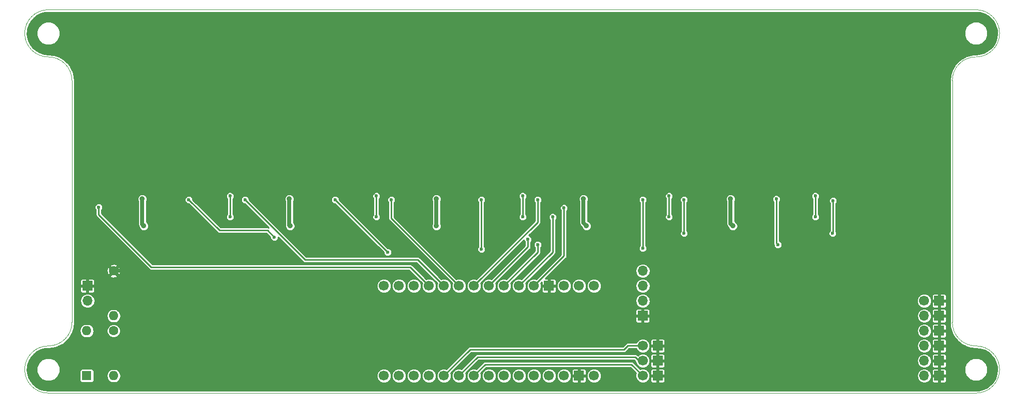
<source format=gbr>
G04 #@! TF.GenerationSoftware,KiCad,Pcbnew,(5.0.0-rc2-63-gd4393b281)*
G04 #@! TF.CreationDate,2018-06-03T20:37:33+01:00*
G04 #@! TF.ProjectId,wizardview-v1,77697A617264766965772D76312E6B69,rev?*
G04 #@! TF.SameCoordinates,Original*
G04 #@! TF.FileFunction,Copper,L2,Bot,Signal*
G04 #@! TF.FilePolarity,Positive*
%FSLAX46Y46*%
G04 Gerber Fmt 4.6, Leading zero omitted, Abs format (unit mm)*
G04 Created by KiCad (PCBNEW (5.0.0-rc2-63-gd4393b281)) date 06/03/18 20:37:33*
%MOMM*%
%LPD*%
G01*
G04 APERTURE LIST*
G04 #@! TA.AperFunction,NonConductor*
%ADD10C,0.100000*%
G04 #@! TD*
G04 #@! TA.AperFunction,ComponentPad*
%ADD11C,1.700000*%
G04 #@! TD*
G04 #@! TA.AperFunction,ComponentPad*
%ADD12R,1.700000X1.700000*%
G04 #@! TD*
G04 #@! TA.AperFunction,ComponentPad*
%ADD13O,1.600000X1.600000*%
G04 #@! TD*
G04 #@! TA.AperFunction,ComponentPad*
%ADD14C,1.600000*%
G04 #@! TD*
G04 #@! TA.AperFunction,ComponentPad*
%ADD15O,1.700000X1.700000*%
G04 #@! TD*
G04 #@! TA.AperFunction,ComponentPad*
%ADD16R,1.600000X1.600000*%
G04 #@! TD*
G04 #@! TA.AperFunction,ViaPad*
%ADD17C,0.600000*%
G04 #@! TD*
G04 #@! TA.AperFunction,ViaPad*
%ADD18C,0.900000*%
G04 #@! TD*
G04 #@! TA.AperFunction,Conductor*
%ADD19C,0.635000*%
G04 #@! TD*
G04 #@! TA.AperFunction,Conductor*
%ADD20C,0.254000*%
G04 #@! TD*
G04 APERTURE END LIST*
D10*
X41000000Y-37000000D02*
X198000000Y-37000000D01*
X198000000Y-102000000D02*
X41000000Y-102000000D01*
X194000000Y-90000000D02*
X194000000Y-49000000D01*
X198000000Y-94000000D02*
G75*
G02X194000000Y-90000000I0J4000000D01*
G01*
X202000000Y-98000000D02*
G75*
G02X198000000Y-102000000I-4000000J0D01*
G01*
X198000000Y-94000000D02*
G75*
G02X202000000Y-98000000I0J-4000000D01*
G01*
X194000000Y-49000000D02*
G75*
G02X198000000Y-45000000I4000000J0D01*
G01*
X202000000Y-41000000D02*
G75*
G02X198000000Y-45000000I-4000000J0D01*
G01*
X198000000Y-37000000D02*
G75*
G02X202000000Y-41000000I0J-4000000D01*
G01*
X45000000Y-49000000D02*
X45000000Y-90000000D01*
X41000000Y-45000000D02*
G75*
G02X45000000Y-49000000I0J-4000000D01*
G01*
X37000000Y-41000000D02*
G75*
G02X41000000Y-37000000I4000000J0D01*
G01*
X41000000Y-45000000D02*
G75*
G02X37000000Y-41000000I0J4000000D01*
G01*
X45000000Y-90000000D02*
G75*
G02X41000000Y-94000000I-4000000J0D01*
G01*
X37000000Y-98000000D02*
G75*
G02X41000000Y-94000000I4000000J0D01*
G01*
X41000000Y-102000000D02*
G75*
G02X37000000Y-98000000I0J4000000D01*
G01*
D11*
G04 #@! TO.P,U3,30*
G04 #@! TO.N,Net-(U3-Pad30)*
X97790000Y-99060000D03*
G04 #@! TO.P,U3,29*
G04 #@! TO.N,Net-(U3-Pad29)*
X100330000Y-99060000D03*
G04 #@! TO.P,U3,28*
G04 #@! TO.N,Net-(U3-Pad28)*
X102870000Y-99060000D03*
G04 #@! TO.P,U3,27*
G04 #@! TO.N,/VCC_SENSE*
X105410000Y-99060000D03*
G04 #@! TO.P,U3,26*
G04 #@! TO.N,/BTN_UP*
X107950000Y-99060000D03*
G04 #@! TO.P,U3,25*
G04 #@! TO.N,/BTN_OK*
X110490000Y-99060000D03*
G04 #@! TO.P,U3,24*
G04 #@! TO.N,/BTN_DN*
X113030000Y-99060000D03*
G04 #@! TO.P,U3,23*
G04 #@! TO.N,Net-(U3-Pad23)*
X115570000Y-99060000D03*
G04 #@! TO.P,U3,22*
G04 #@! TO.N,Net-(U3-Pad22)*
X118110000Y-99060000D03*
G04 #@! TO.P,U3,21*
G04 #@! TO.N,Net-(U3-Pad21)*
X120650000Y-99060000D03*
G04 #@! TO.P,U3,20*
G04 #@! TO.N,Net-(U3-Pad20)*
X123190000Y-99060000D03*
G04 #@! TO.P,U3,19*
G04 #@! TO.N,+5V*
X125730000Y-99060000D03*
G04 #@! TO.P,U3,18*
G04 #@! TO.N,Net-(U3-Pad18)*
X128270000Y-99060000D03*
D12*
G04 #@! TO.P,U3,17*
G04 #@! TO.N,GND*
X130810000Y-99060000D03*
D11*
G04 #@! TO.P,U3,16*
G04 #@! TO.N,Net-(U3-Pad16)*
X133350000Y-99060000D03*
G04 #@! TO.P,U3,15*
G04 #@! TO.N,Net-(U3-Pad15)*
X97790000Y-83820000D03*
G04 #@! TO.P,U3,14*
G04 #@! TO.N,/SCL*
X100330000Y-83820000D03*
G04 #@! TO.P,U3,13*
G04 #@! TO.N,/SDA*
X102870000Y-83820000D03*
G04 #@! TO.P,U3,12*
G04 #@! TO.N,/SS_RX6*
X105410000Y-83820000D03*
G04 #@! TO.P,U3,11*
G04 #@! TO.N,/SS_RX5*
X107950000Y-83820000D03*
G04 #@! TO.P,U3,10*
G04 #@! TO.N,/SS_RX4*
X110490000Y-83820000D03*
G04 #@! TO.P,U3,9*
G04 #@! TO.N,/SS_RX3*
X113030000Y-83820000D03*
G04 #@! TO.P,U3,8*
G04 #@! TO.N,/SS_RX2*
X115570000Y-83820000D03*
G04 #@! TO.P,U3,7*
G04 #@! TO.N,/SS_RX1*
X118110000Y-83820000D03*
G04 #@! TO.P,U3,6*
G04 #@! TO.N,/MOSI*
X120650000Y-83820000D03*
G04 #@! TO.P,U3,5*
G04 #@! TO.N,/SCLK*
X123190000Y-83820000D03*
D12*
G04 #@! TO.P,U3,4*
G04 #@! TO.N,GND*
X125730000Y-83820000D03*
D11*
G04 #@! TO.P,U3,3*
G04 #@! TO.N,Net-(U3-Pad3)*
X128270000Y-83820000D03*
G04 #@! TO.P,U3,2*
G04 #@! TO.N,Net-(U3-Pad2)*
X130810000Y-83820000D03*
G04 #@! TO.P,U3,1*
G04 #@! TO.N,Net-(U3-Pad1)*
X133350000Y-83820000D03*
G04 #@! TD*
D13*
G04 #@! TO.P,R2,2*
G04 #@! TO.N,/VCC_SENSE*
X52070000Y-88900000D03*
D14*
G04 #@! TO.P,R2,1*
G04 #@! TO.N,GND*
X52070000Y-81280000D03*
G04 #@! TD*
D15*
G04 #@! TO.P,J1,2*
G04 #@! TO.N,Net-(D1-Pad2)*
X47625000Y-86360000D03*
D12*
G04 #@! TO.P,J1,1*
G04 #@! TO.N,GND*
X47625000Y-83820000D03*
G04 #@! TD*
D13*
G04 #@! TO.P,R1,2*
G04 #@! TO.N,VCC*
X52070000Y-99060000D03*
D14*
G04 #@! TO.P,R1,1*
G04 #@! TO.N,/VCC_SENSE*
X52070000Y-91440000D03*
G04 #@! TD*
D13*
G04 #@! TO.P,D1,2*
G04 #@! TO.N,Net-(D1-Pad2)*
X47508686Y-91440000D03*
D16*
G04 #@! TO.P,D1,1*
G04 #@! TO.N,VCC*
X47508686Y-99060000D03*
G04 #@! TD*
D15*
G04 #@! TO.P,OLED1,4*
G04 #@! TO.N,/SDA*
X141605000Y-81280000D03*
G04 #@! TO.P,OLED1,3*
G04 #@! TO.N,/SCL*
X141605000Y-83820000D03*
G04 #@! TO.P,OLED1,2*
G04 #@! TO.N,+5V*
X141605000Y-86360000D03*
D12*
G04 #@! TO.P,OLED1,1*
G04 #@! TO.N,GND*
X141605000Y-88900000D03*
G04 #@! TD*
G04 #@! TO.P,J2,12*
G04 #@! TO.N,GND*
X191770000Y-99060000D03*
D15*
G04 #@! TO.P,J2,11*
G04 #@! TO.N,/VID6*
X189230000Y-99060000D03*
D12*
G04 #@! TO.P,J2,10*
G04 #@! TO.N,GND*
X191770000Y-96520000D03*
D15*
G04 #@! TO.P,J2,9*
G04 #@! TO.N,/VID5*
X189230000Y-96520000D03*
D12*
G04 #@! TO.P,J2,8*
G04 #@! TO.N,GND*
X191770000Y-93980000D03*
D15*
G04 #@! TO.P,J2,7*
G04 #@! TO.N,/VID4*
X189230000Y-93980000D03*
D12*
G04 #@! TO.P,J2,6*
G04 #@! TO.N,GND*
X191770000Y-91440000D03*
D15*
G04 #@! TO.P,J2,5*
G04 #@! TO.N,/VID3*
X189230000Y-91440000D03*
D12*
G04 #@! TO.P,J2,4*
G04 #@! TO.N,GND*
X191770000Y-88900000D03*
D15*
G04 #@! TO.P,J2,3*
G04 #@! TO.N,/VID2*
X189230000Y-88900000D03*
D12*
G04 #@! TO.P,J2,2*
G04 #@! TO.N,GND*
X191770000Y-86360000D03*
D11*
G04 #@! TO.P,J2,1*
G04 #@! TO.N,/VID1*
X189230000Y-86360000D03*
G04 #@! TD*
G04 #@! TO.P,J3,1*
G04 #@! TO.N,/BTN_UP*
X141605000Y-93980000D03*
D12*
G04 #@! TO.P,J3,2*
G04 #@! TO.N,GND*
X144145000Y-93980000D03*
D11*
G04 #@! TO.P,J3,3*
G04 #@! TO.N,/BTN_OK*
X141605000Y-96520000D03*
D12*
G04 #@! TO.P,J3,4*
G04 #@! TO.N,GND*
X144145000Y-96520000D03*
D11*
G04 #@! TO.P,J3,5*
G04 #@! TO.N,/BTN_DN*
X141605000Y-99060000D03*
D12*
G04 #@! TO.P,J3,6*
G04 #@! TO.N,GND*
X144145000Y-99060000D03*
G04 #@! TD*
D17*
G04 #@! TO.N,GND*
X168275000Y-42545000D03*
X167640000Y-39370000D03*
X167640000Y-40640000D03*
X167640000Y-41910000D03*
X167640000Y-38100000D03*
X168275000Y-40005000D03*
X168275000Y-41275000D03*
X168910000Y-40640000D03*
X168910000Y-41910000D03*
X169545000Y-38735000D03*
X169545000Y-40005000D03*
X168910000Y-38100000D03*
X168910000Y-39370000D03*
X168275000Y-38735000D03*
X179705000Y-41275000D03*
X173990000Y-41910000D03*
X178435000Y-38735000D03*
X175260000Y-40640000D03*
X179070000Y-39370000D03*
X172085000Y-41275000D03*
X179070000Y-40640000D03*
X176530000Y-40640000D03*
X177165000Y-41275000D03*
X178435000Y-40005000D03*
X177800000Y-39370000D03*
X176530000Y-41910000D03*
X177800000Y-38100000D03*
X175260000Y-41910000D03*
X173990000Y-40640000D03*
X173355000Y-42545000D03*
X171450000Y-40640000D03*
X179070000Y-41910000D03*
X179705000Y-38735000D03*
X178435000Y-41275000D03*
X170815000Y-42545000D03*
X177165000Y-42545000D03*
X175895000Y-42545000D03*
X177800000Y-40640000D03*
X172720000Y-41910000D03*
X171450000Y-41910000D03*
X174625000Y-41275000D03*
X173355000Y-41275000D03*
X174625000Y-42545000D03*
X179705000Y-40005000D03*
X175895000Y-41275000D03*
X178435000Y-42545000D03*
X179705000Y-42545000D03*
X179070000Y-38100000D03*
X177800000Y-41910000D03*
X172085000Y-42545000D03*
X172720000Y-40640000D03*
X170815000Y-41275000D03*
X169545000Y-42545000D03*
X170180000Y-41910000D03*
X169545000Y-41275000D03*
X170180000Y-40640000D03*
X143383000Y-42545000D03*
X142748000Y-39370000D03*
X142748000Y-40640000D03*
X142748000Y-41910000D03*
X142748000Y-38100000D03*
X143383000Y-40005000D03*
X143383000Y-41275000D03*
X144018000Y-40640000D03*
X144018000Y-41910000D03*
X144653000Y-38735000D03*
X144653000Y-40005000D03*
X144018000Y-38100000D03*
X144018000Y-39370000D03*
X143383000Y-38735000D03*
X154813000Y-41275000D03*
X149098000Y-41910000D03*
X153543000Y-38735000D03*
X150368000Y-40640000D03*
X154178000Y-39370000D03*
X147193000Y-41275000D03*
X154178000Y-40640000D03*
X151638000Y-40640000D03*
X152273000Y-41275000D03*
X153543000Y-40005000D03*
X152908000Y-39370000D03*
X151638000Y-41910000D03*
X152908000Y-38100000D03*
X150368000Y-41910000D03*
X149098000Y-40640000D03*
X148463000Y-42545000D03*
X146558000Y-40640000D03*
X154178000Y-41910000D03*
X154813000Y-38735000D03*
X153543000Y-41275000D03*
X145923000Y-42545000D03*
X152273000Y-42545000D03*
X151003000Y-42545000D03*
X152908000Y-40640000D03*
X147828000Y-41910000D03*
X146558000Y-41910000D03*
X149733000Y-41275000D03*
X148463000Y-41275000D03*
X149733000Y-42545000D03*
X154813000Y-40005000D03*
X151003000Y-41275000D03*
X153543000Y-42545000D03*
X154813000Y-42545000D03*
X154178000Y-38100000D03*
X152908000Y-41910000D03*
X147193000Y-42545000D03*
X147828000Y-40640000D03*
X145923000Y-41275000D03*
X144653000Y-42545000D03*
X145288000Y-41910000D03*
X144653000Y-41275000D03*
X145288000Y-40640000D03*
X117856000Y-39370000D03*
X117856000Y-40640000D03*
X117856000Y-41910000D03*
X117856000Y-38100000D03*
X118491000Y-40005000D03*
X118491000Y-41275000D03*
X119126000Y-40640000D03*
X119126000Y-41910000D03*
X119761000Y-38735000D03*
X119761000Y-40005000D03*
X119126000Y-38100000D03*
X119126000Y-39370000D03*
X118491000Y-38735000D03*
X129921000Y-41275000D03*
X124206000Y-41910000D03*
X128651000Y-38735000D03*
X125476000Y-40640000D03*
X129286000Y-39370000D03*
X122301000Y-41275000D03*
X129286000Y-40640000D03*
X126746000Y-40640000D03*
X127381000Y-41275000D03*
X128651000Y-40005000D03*
X128016000Y-39370000D03*
X126746000Y-41910000D03*
X128016000Y-38100000D03*
X125476000Y-41910000D03*
X124206000Y-40640000D03*
X121666000Y-40640000D03*
X129286000Y-41910000D03*
X129921000Y-38735000D03*
X128651000Y-41275000D03*
X128016000Y-40640000D03*
X122936000Y-41910000D03*
X121666000Y-41910000D03*
X124841000Y-41275000D03*
X123571000Y-41275000D03*
X129921000Y-40005000D03*
X126111000Y-41275000D03*
X129286000Y-38100000D03*
X128016000Y-41910000D03*
X122936000Y-40640000D03*
X121031000Y-41275000D03*
X120396000Y-41910000D03*
X119761000Y-41275000D03*
X120396000Y-40640000D03*
X92964000Y-39370000D03*
X92964000Y-40640000D03*
X92964000Y-41910000D03*
X92964000Y-38100000D03*
X93599000Y-40005000D03*
X93599000Y-41275000D03*
X94234000Y-40640000D03*
X94234000Y-41910000D03*
X94869000Y-38735000D03*
X94869000Y-40005000D03*
X94234000Y-38100000D03*
X94234000Y-39370000D03*
X93599000Y-38735000D03*
X105029000Y-41275000D03*
X99314000Y-41910000D03*
X103759000Y-38735000D03*
X100584000Y-40640000D03*
X104394000Y-39370000D03*
X97409000Y-41275000D03*
X104394000Y-40640000D03*
X101854000Y-40640000D03*
X102489000Y-41275000D03*
X103759000Y-40005000D03*
X103124000Y-39370000D03*
X101854000Y-41910000D03*
X103124000Y-38100000D03*
X100584000Y-41910000D03*
X99314000Y-40640000D03*
X96774000Y-40640000D03*
X104394000Y-41910000D03*
X105029000Y-38735000D03*
X103759000Y-41275000D03*
X103124000Y-40640000D03*
X98044000Y-41910000D03*
X96774000Y-41910000D03*
X99949000Y-41275000D03*
X98679000Y-41275000D03*
X105029000Y-40005000D03*
X101219000Y-41275000D03*
X104394000Y-38100000D03*
X103124000Y-41910000D03*
X98044000Y-40640000D03*
X96139000Y-41275000D03*
X95504000Y-41910000D03*
X94869000Y-41275000D03*
X95504000Y-40640000D03*
X78867000Y-39878000D03*
X78867000Y-38608000D03*
X79502000Y-39243000D03*
X79502000Y-37973000D03*
X78232000Y-39243000D03*
X80137000Y-38608000D03*
X80137000Y-41148000D03*
X80137000Y-39878000D03*
X78232000Y-37973000D03*
X78232000Y-40513000D03*
X76962000Y-41783000D03*
X74422000Y-41783000D03*
X79502000Y-40513000D03*
X77597000Y-41148000D03*
X73787000Y-41148000D03*
X73152000Y-41783000D03*
X76962000Y-40513000D03*
X75692000Y-40513000D03*
X71882000Y-41783000D03*
X75057000Y-41148000D03*
X78867000Y-41148000D03*
X75692000Y-41783000D03*
X76327000Y-41148000D03*
X74422000Y-40513000D03*
X72517000Y-41148000D03*
X73152000Y-40513000D03*
X71882000Y-40513000D03*
X71247000Y-41148000D03*
X78232000Y-41783000D03*
X79502000Y-41783000D03*
D18*
X67945000Y-93980000D03*
X67945000Y-99060000D03*
D17*
X53340000Y-38100000D03*
X53975000Y-38735000D03*
X54610000Y-38100000D03*
X53340000Y-39370000D03*
X54610000Y-39370000D03*
X53975000Y-40005000D03*
X53340000Y-40640000D03*
X54610000Y-40640000D03*
X53975000Y-41275000D03*
X52705000Y-41275000D03*
X52070000Y-40640000D03*
X52070000Y-41910000D03*
X51435000Y-41275000D03*
X50800000Y-40640000D03*
X50800000Y-41910000D03*
X50165000Y-41275000D03*
X49530000Y-40640000D03*
X49530000Y-41910000D03*
X48895000Y-41275000D03*
X48260000Y-40640000D03*
X48260000Y-41910000D03*
X47625000Y-41275000D03*
X46990000Y-40640000D03*
X46990000Y-41910000D03*
X46355000Y-41275000D03*
X53340000Y-41910000D03*
X54610000Y-41910000D03*
X55245000Y-41275000D03*
X55245000Y-40005000D03*
X55245000Y-38735000D03*
X70612000Y-40513000D03*
X70612000Y-41783000D03*
X69977000Y-41148000D03*
X69342000Y-40513000D03*
X69342000Y-41783000D03*
X69977000Y-39878000D03*
X69342000Y-39243000D03*
X69977000Y-38608000D03*
X69342000Y-37973000D03*
X68707000Y-38608000D03*
X68707000Y-39878000D03*
X68707000Y-41148000D03*
X68072000Y-37973000D03*
X68072000Y-39243000D03*
X68072000Y-40513000D03*
X68072000Y-41783000D03*
D18*
X67000000Y-69000000D03*
X92000000Y-69000000D03*
X117000000Y-69000000D03*
X144000000Y-68000000D03*
X167000000Y-69000000D03*
X192000000Y-69000000D03*
X179000000Y-69000000D03*
X154000000Y-69000000D03*
X129000000Y-69000000D03*
X104000000Y-69000000D03*
X79000000Y-69000000D03*
X54000000Y-69000000D03*
D17*
X129921000Y-42545000D03*
X128651000Y-42545000D03*
X127381000Y-42545000D03*
X126111000Y-42545000D03*
X124841000Y-42545000D03*
X123571000Y-42545000D03*
X122301000Y-42545000D03*
X121031000Y-42545000D03*
X119761000Y-42545000D03*
X118491000Y-42545000D03*
X105029000Y-42545000D03*
X103759000Y-42545000D03*
X102489000Y-42545000D03*
X101219000Y-42545000D03*
X99949000Y-42545000D03*
X98679000Y-42545000D03*
X97409000Y-42545000D03*
X96139000Y-42545000D03*
X94869000Y-42545000D03*
X93599000Y-42545000D03*
X80137000Y-42418000D03*
X78867000Y-42418000D03*
X77597000Y-42418000D03*
X76327000Y-42418000D03*
X75057000Y-42418000D03*
X73787000Y-42418000D03*
X72517000Y-42418000D03*
X71247000Y-42418000D03*
X69977000Y-42418000D03*
X68707000Y-42418000D03*
X55245000Y-42545000D03*
X53975000Y-42545000D03*
X52705000Y-42545000D03*
X51435000Y-42545000D03*
X50165000Y-42545000D03*
X48895000Y-42545000D03*
X47625000Y-42545000D03*
X46355000Y-42545000D03*
G04 #@! TO.N,/VID2*
X164211000Y-69088000D03*
X164464980Y-76835000D03*
G04 #@! TO.N,/VID3*
X141605000Y-69215000D03*
X141605000Y-77470000D03*
G04 #@! TO.N,/VID4*
X114300000Y-69215000D03*
X114300000Y-77597010D03*
G04 #@! TO.N,/VID5*
X89535000Y-69215000D03*
X98425000Y-78105000D03*
G04 #@! TO.N,/VID6*
X64770000Y-69215000D03*
X79248000Y-75565000D03*
D18*
G04 #@! TO.N,+3V3*
X56896000Y-69088000D03*
X81788000Y-69088000D03*
X106680000Y-69088000D03*
X131572000Y-69088000D03*
X156464000Y-69088000D03*
X57149968Y-73660000D03*
X81915000Y-73660000D03*
X106680000Y-73660000D03*
X132080000Y-73660000D03*
X156844972Y-73660000D03*
D17*
G04 #@! TO.N,/SCLK*
X128270000Y-70612000D03*
G04 #@! TO.N,/SS_RX1*
X173820000Y-69385000D03*
X123825008Y-76835000D03*
X173736000Y-74930000D03*
G04 #@! TO.N,/MOSI*
X71755000Y-68580000D03*
X96520000Y-68580000D03*
X121285000Y-68580000D03*
X146050000Y-68580000D03*
X170815000Y-68580000D03*
X96520000Y-72136000D03*
X121285000Y-72136000D03*
X126365000Y-72136004D03*
X71755000Y-72136000D03*
X146050000Y-72136000D03*
X170815000Y-72136000D03*
G04 #@! TO.N,/SS_RX2*
X148590000Y-69215000D03*
X148590000Y-74930000D03*
X122173982Y-75946000D03*
G04 #@! TO.N,/SS_RX3*
X123825000Y-69215000D03*
G04 #@! TO.N,/SS_RX4*
X99060000Y-69215000D03*
G04 #@! TO.N,/SS_RX5*
X74295000Y-69215000D03*
G04 #@! TO.N,/SS_RX6*
X49530000Y-70485000D03*
G04 #@! TD*
D19*
G04 #@! TO.N,GND*
X67945000Y-93980000D02*
X67945000Y-99060000D01*
X55245000Y-81280000D02*
X67945000Y-93980000D01*
X52070000Y-81280000D02*
X55245000Y-81280000D01*
D20*
G04 #@! TO.N,/VID2*
X164211000Y-76581020D02*
X164464980Y-76835000D01*
X164211000Y-69088000D02*
X164211000Y-76581020D01*
G04 #@! TO.N,/VID3*
X141605000Y-69215000D02*
X141605000Y-77045736D01*
X141605000Y-77045736D02*
X141605000Y-77470000D01*
G04 #@! TO.N,/VID4*
X114300000Y-69215000D02*
X114300000Y-77597010D01*
G04 #@! TO.N,/VID5*
X89535000Y-69215000D02*
X98425000Y-78105000D01*
G04 #@! TO.N,/VID6*
X78105000Y-74422000D02*
X79248000Y-75565000D01*
X64770000Y-69215000D02*
X69977000Y-74422000D01*
X69977000Y-74422000D02*
X78105000Y-74422000D01*
D19*
G04 #@! TO.N,+3V3*
X56896000Y-69088000D02*
X56896000Y-73406032D01*
X56896000Y-73406032D02*
X57149968Y-73660000D01*
X81788000Y-69088000D02*
X81788000Y-73533000D01*
X81788000Y-73533000D02*
X81915000Y-73660000D01*
X106680000Y-69088000D02*
X106680000Y-73660000D01*
X131572000Y-69088000D02*
X131572000Y-73152000D01*
X131572000Y-73152000D02*
X131630001Y-73210001D01*
X131630001Y-73210001D02*
X132080000Y-73660000D01*
X156464000Y-73279028D02*
X156844972Y-73660000D01*
X156464000Y-69088000D02*
X156464000Y-73279028D01*
D20*
G04 #@! TO.N,/SCLK*
X128270000Y-78740000D02*
X123190000Y-83820000D01*
X128270000Y-70612000D02*
X128270000Y-78740000D01*
G04 #@! TO.N,/SS_RX1*
X123825000Y-76835000D02*
X123825008Y-76835000D01*
X173820000Y-74846000D02*
X173736000Y-74930000D01*
X173820000Y-69385000D02*
X173820000Y-74846000D01*
X123825008Y-78104992D02*
X118110000Y-83820000D01*
X123825008Y-76835000D02*
X123825008Y-78104992D01*
G04 #@! TO.N,/MOSI*
X96520000Y-68580000D02*
X96520000Y-72136000D01*
X121285000Y-68580000D02*
X121285000Y-72136000D01*
X71755000Y-68580000D02*
X71755000Y-72136000D01*
X146050000Y-71755000D02*
X146050000Y-72136000D01*
X146050000Y-68580000D02*
X146050000Y-71755000D01*
X170815000Y-68580000D02*
X170815000Y-72136000D01*
X126365000Y-78105000D02*
X120650000Y-83820000D01*
X126365000Y-72136004D02*
X126365000Y-78105000D01*
G04 #@! TO.N,/SS_RX2*
X148590000Y-69215000D02*
X148590000Y-74930000D01*
X122173982Y-75946018D02*
X122173982Y-75946000D01*
X122173982Y-77216018D02*
X115570000Y-83820000D01*
X122173982Y-75946000D02*
X122173982Y-77216018D01*
G04 #@! TO.N,/SS_RX3*
X123825000Y-73025000D02*
X113030000Y-83820000D01*
X123825000Y-69215000D02*
X123825000Y-73025000D01*
G04 #@! TO.N,/SS_RX4*
X99060000Y-72390000D02*
X110490000Y-83820000D01*
X99060000Y-69215000D02*
X99060000Y-72390000D01*
G04 #@! TO.N,/SS_RX5*
X103505000Y-79375000D02*
X107950000Y-83820000D01*
X74295000Y-69215000D02*
X84455000Y-79375000D01*
X84455000Y-79375000D02*
X103505000Y-79375000D01*
G04 #@! TO.N,/SS_RX6*
X102235000Y-80645000D02*
X105410000Y-83820000D01*
X58420000Y-80645000D02*
X102235000Y-80645000D01*
X49530000Y-70485000D02*
X49530000Y-71755000D01*
X49530000Y-71755000D02*
X58420000Y-80645000D01*
G04 #@! TO.N,/BTN_UP*
X112395000Y-94615000D02*
X107950000Y-99060000D01*
X138430000Y-94615000D02*
X112395000Y-94615000D01*
X141605000Y-93980000D02*
X139065000Y-93980000D01*
X139065000Y-93980000D02*
X138430000Y-94615000D01*
G04 #@! TO.N,/BTN_OK*
X113665000Y-95885000D02*
X110490000Y-99060000D01*
X140335000Y-95885000D02*
X113665000Y-95885000D01*
X141605000Y-96520000D02*
X140970000Y-96520000D01*
X140970000Y-96520000D02*
X140335000Y-95885000D01*
G04 #@! TO.N,/BTN_DN*
X114935000Y-97155000D02*
X113030000Y-99060000D01*
X141605000Y-99060000D02*
X139700000Y-97155000D01*
X139700000Y-97155000D02*
X114935000Y-97155000D01*
G04 #@! TD*
G04 #@! TO.N,GND*
G36*
X198717201Y-37506069D02*
X199405107Y-37721645D01*
X200035609Y-38071139D01*
X200582963Y-38540278D01*
X201024804Y-39109896D01*
X201343080Y-39756717D01*
X201526135Y-40459476D01*
X201567319Y-40994712D01*
X201493931Y-41717205D01*
X201278354Y-42405108D01*
X200928860Y-43035612D01*
X200459722Y-43582963D01*
X199890104Y-44024804D01*
X199243283Y-44343080D01*
X198540524Y-44526135D01*
X197966934Y-44570270D01*
X197966933Y-44570270D01*
X197354991Y-44617356D01*
X197339412Y-44620159D01*
X197323608Y-44620932D01*
X197279415Y-44630003D01*
X196497070Y-44833789D01*
X196477309Y-44841138D01*
X196456889Y-44846381D01*
X196415430Y-44864151D01*
X196415422Y-44864154D01*
X196415418Y-44864156D01*
X195690034Y-45221090D01*
X195672157Y-45232261D01*
X195653205Y-45241504D01*
X195616160Y-45267251D01*
X194977359Y-45762756D01*
X194962092Y-45777294D01*
X194945387Y-45790159D01*
X194914276Y-45822830D01*
X194388157Y-46436662D01*
X194376124Y-46453975D01*
X194362349Y-46469934D01*
X194338442Y-46508193D01*
X193946498Y-47215279D01*
X193938193Y-47234655D01*
X193927907Y-47253060D01*
X193912186Y-47295335D01*
X193912181Y-47295346D01*
X193912180Y-47295352D01*
X193670421Y-48066801D01*
X193666181Y-48087457D01*
X193659807Y-48107550D01*
X193652905Y-48152132D01*
X193573277Y-48936060D01*
X193569001Y-48957555D01*
X193569000Y-90042444D01*
X193572248Y-90058773D01*
X193617356Y-90645009D01*
X193620159Y-90660588D01*
X193620932Y-90676393D01*
X193630003Y-90720585D01*
X193833789Y-91502930D01*
X193841137Y-91522689D01*
X193846381Y-91543112D01*
X193864154Y-91584577D01*
X194221090Y-92309966D01*
X194232260Y-92327842D01*
X194241504Y-92346795D01*
X194267251Y-92383840D01*
X194762756Y-93022641D01*
X194777299Y-93037912D01*
X194790159Y-93054612D01*
X194822829Y-93085724D01*
X195436662Y-93611843D01*
X195453972Y-93623874D01*
X195469934Y-93637652D01*
X195508193Y-93661558D01*
X196215279Y-94053502D01*
X196234659Y-94061808D01*
X196253061Y-94072093D01*
X196295345Y-94087819D01*
X197066802Y-94329579D01*
X197087456Y-94333819D01*
X197107550Y-94340193D01*
X197152133Y-94347095D01*
X197956445Y-94428794D01*
X198717201Y-94506069D01*
X199405107Y-94721645D01*
X200035609Y-95071139D01*
X200582963Y-95540278D01*
X201024804Y-96109896D01*
X201343080Y-96756717D01*
X201526135Y-97459476D01*
X201567319Y-97994712D01*
X201493931Y-98717205D01*
X201278354Y-99405108D01*
X200928860Y-100035612D01*
X200459722Y-100582963D01*
X199890104Y-101024804D01*
X199243283Y-101343080D01*
X198540524Y-101526135D01*
X197983439Y-101569000D01*
X41021838Y-101569000D01*
X40282795Y-101493931D01*
X39594892Y-101278354D01*
X38964388Y-100928860D01*
X38417037Y-100459722D01*
X37975196Y-99890104D01*
X37656920Y-99243283D01*
X37473865Y-98540524D01*
X37432681Y-98005287D01*
X37473243Y-97605955D01*
X39019000Y-97605955D01*
X39019000Y-98394045D01*
X39320589Y-99122146D01*
X39877854Y-99679411D01*
X40605955Y-99981000D01*
X41394045Y-99981000D01*
X42122146Y-99679411D01*
X42679411Y-99122146D01*
X42981000Y-98394045D01*
X42981000Y-98260000D01*
X46320222Y-98260000D01*
X46320222Y-99860000D01*
X46349792Y-100008659D01*
X46434000Y-100134686D01*
X46560027Y-100218894D01*
X46708686Y-100248464D01*
X48308686Y-100248464D01*
X48457345Y-100218894D01*
X48583372Y-100134686D01*
X48667580Y-100008659D01*
X48697150Y-99860000D01*
X48697150Y-99060000D01*
X50865863Y-99060000D01*
X50957522Y-99520803D01*
X51218547Y-99911453D01*
X51609197Y-100172478D01*
X51953682Y-100241000D01*
X52186318Y-100241000D01*
X52530803Y-100172478D01*
X52921453Y-99911453D01*
X53182478Y-99520803D01*
X53274137Y-99060000D01*
X53225432Y-98815139D01*
X96559000Y-98815139D01*
X96559000Y-99304861D01*
X96746408Y-99757306D01*
X97092694Y-100103592D01*
X97545139Y-100291000D01*
X98034861Y-100291000D01*
X98487306Y-100103592D01*
X98833592Y-99757306D01*
X99021000Y-99304861D01*
X99021000Y-98815139D01*
X99099000Y-98815139D01*
X99099000Y-99304861D01*
X99286408Y-99757306D01*
X99632694Y-100103592D01*
X100085139Y-100291000D01*
X100574861Y-100291000D01*
X101027306Y-100103592D01*
X101373592Y-99757306D01*
X101561000Y-99304861D01*
X101561000Y-98815139D01*
X101639000Y-98815139D01*
X101639000Y-99304861D01*
X101826408Y-99757306D01*
X102172694Y-100103592D01*
X102625139Y-100291000D01*
X103114861Y-100291000D01*
X103567306Y-100103592D01*
X103913592Y-99757306D01*
X104101000Y-99304861D01*
X104101000Y-98815139D01*
X104179000Y-98815139D01*
X104179000Y-99304861D01*
X104366408Y-99757306D01*
X104712694Y-100103592D01*
X105165139Y-100291000D01*
X105654861Y-100291000D01*
X106107306Y-100103592D01*
X106453592Y-99757306D01*
X106641000Y-99304861D01*
X106641000Y-98815139D01*
X106719000Y-98815139D01*
X106719000Y-99304861D01*
X106906408Y-99757306D01*
X107252694Y-100103592D01*
X107705139Y-100291000D01*
X108194861Y-100291000D01*
X108647306Y-100103592D01*
X108993592Y-99757306D01*
X109181000Y-99304861D01*
X109181000Y-98815139D01*
X109259000Y-98815139D01*
X109259000Y-99304861D01*
X109446408Y-99757306D01*
X109792694Y-100103592D01*
X110245139Y-100291000D01*
X110734861Y-100291000D01*
X111187306Y-100103592D01*
X111533592Y-99757306D01*
X111721000Y-99304861D01*
X111721000Y-98815139D01*
X111799000Y-98815139D01*
X111799000Y-99304861D01*
X111986408Y-99757306D01*
X112332694Y-100103592D01*
X112785139Y-100291000D01*
X113274861Y-100291000D01*
X113727306Y-100103592D01*
X114073592Y-99757306D01*
X114261000Y-99304861D01*
X114261000Y-98815139D01*
X114339000Y-98815139D01*
X114339000Y-99304861D01*
X114526408Y-99757306D01*
X114872694Y-100103592D01*
X115325139Y-100291000D01*
X115814861Y-100291000D01*
X116267306Y-100103592D01*
X116613592Y-99757306D01*
X116801000Y-99304861D01*
X116801000Y-98815139D01*
X116879000Y-98815139D01*
X116879000Y-99304861D01*
X117066408Y-99757306D01*
X117412694Y-100103592D01*
X117865139Y-100291000D01*
X118354861Y-100291000D01*
X118807306Y-100103592D01*
X119153592Y-99757306D01*
X119341000Y-99304861D01*
X119341000Y-98815139D01*
X119419000Y-98815139D01*
X119419000Y-99304861D01*
X119606408Y-99757306D01*
X119952694Y-100103592D01*
X120405139Y-100291000D01*
X120894861Y-100291000D01*
X121347306Y-100103592D01*
X121693592Y-99757306D01*
X121881000Y-99304861D01*
X121881000Y-98815139D01*
X121959000Y-98815139D01*
X121959000Y-99304861D01*
X122146408Y-99757306D01*
X122492694Y-100103592D01*
X122945139Y-100291000D01*
X123434861Y-100291000D01*
X123887306Y-100103592D01*
X124233592Y-99757306D01*
X124421000Y-99304861D01*
X124421000Y-98815139D01*
X124499000Y-98815139D01*
X124499000Y-99304861D01*
X124686408Y-99757306D01*
X125032694Y-100103592D01*
X125485139Y-100291000D01*
X125974861Y-100291000D01*
X126427306Y-100103592D01*
X126773592Y-99757306D01*
X126961000Y-99304861D01*
X126961000Y-98815139D01*
X127039000Y-98815139D01*
X127039000Y-99304861D01*
X127226408Y-99757306D01*
X127572694Y-100103592D01*
X128025139Y-100291000D01*
X128514861Y-100291000D01*
X128967306Y-100103592D01*
X129313592Y-99757306D01*
X129501000Y-99304861D01*
X129501000Y-99282250D01*
X129579000Y-99282250D01*
X129579000Y-99985786D01*
X129637004Y-100125820D01*
X129744181Y-100232996D01*
X129884215Y-100291000D01*
X130587750Y-100291000D01*
X130683000Y-100195750D01*
X130683000Y-99187000D01*
X130937000Y-99187000D01*
X130937000Y-100195750D01*
X131032250Y-100291000D01*
X131735785Y-100291000D01*
X131875819Y-100232996D01*
X131982996Y-100125820D01*
X132041000Y-99985786D01*
X132041000Y-99282250D01*
X131945750Y-99187000D01*
X130937000Y-99187000D01*
X130683000Y-99187000D01*
X129674250Y-99187000D01*
X129579000Y-99282250D01*
X129501000Y-99282250D01*
X129501000Y-98815139D01*
X129313592Y-98362694D01*
X129085112Y-98134214D01*
X129579000Y-98134214D01*
X129579000Y-98837750D01*
X129674250Y-98933000D01*
X130683000Y-98933000D01*
X130683000Y-97924250D01*
X130937000Y-97924250D01*
X130937000Y-98933000D01*
X131945750Y-98933000D01*
X132041000Y-98837750D01*
X132041000Y-98815139D01*
X132119000Y-98815139D01*
X132119000Y-99304861D01*
X132306408Y-99757306D01*
X132652694Y-100103592D01*
X133105139Y-100291000D01*
X133594861Y-100291000D01*
X134047306Y-100103592D01*
X134393592Y-99757306D01*
X134581000Y-99304861D01*
X134581000Y-98815139D01*
X134393592Y-98362694D01*
X134047306Y-98016408D01*
X133594861Y-97829000D01*
X133105139Y-97829000D01*
X132652694Y-98016408D01*
X132306408Y-98362694D01*
X132119000Y-98815139D01*
X132041000Y-98815139D01*
X132041000Y-98134214D01*
X131982996Y-97994180D01*
X131875819Y-97887004D01*
X131735785Y-97829000D01*
X131032250Y-97829000D01*
X130937000Y-97924250D01*
X130683000Y-97924250D01*
X130587750Y-97829000D01*
X129884215Y-97829000D01*
X129744181Y-97887004D01*
X129637004Y-97994180D01*
X129579000Y-98134214D01*
X129085112Y-98134214D01*
X128967306Y-98016408D01*
X128514861Y-97829000D01*
X128025139Y-97829000D01*
X127572694Y-98016408D01*
X127226408Y-98362694D01*
X127039000Y-98815139D01*
X126961000Y-98815139D01*
X126773592Y-98362694D01*
X126427306Y-98016408D01*
X125974861Y-97829000D01*
X125485139Y-97829000D01*
X125032694Y-98016408D01*
X124686408Y-98362694D01*
X124499000Y-98815139D01*
X124421000Y-98815139D01*
X124233592Y-98362694D01*
X123887306Y-98016408D01*
X123434861Y-97829000D01*
X122945139Y-97829000D01*
X122492694Y-98016408D01*
X122146408Y-98362694D01*
X121959000Y-98815139D01*
X121881000Y-98815139D01*
X121693592Y-98362694D01*
X121347306Y-98016408D01*
X120894861Y-97829000D01*
X120405139Y-97829000D01*
X119952694Y-98016408D01*
X119606408Y-98362694D01*
X119419000Y-98815139D01*
X119341000Y-98815139D01*
X119153592Y-98362694D01*
X118807306Y-98016408D01*
X118354861Y-97829000D01*
X117865139Y-97829000D01*
X117412694Y-98016408D01*
X117066408Y-98362694D01*
X116879000Y-98815139D01*
X116801000Y-98815139D01*
X116613592Y-98362694D01*
X116267306Y-98016408D01*
X115814861Y-97829000D01*
X115325139Y-97829000D01*
X114872694Y-98016408D01*
X114526408Y-98362694D01*
X114339000Y-98815139D01*
X114261000Y-98815139D01*
X114182587Y-98625833D01*
X115145421Y-97663000D01*
X139489580Y-97663000D01*
X140452413Y-98625833D01*
X140374000Y-98815139D01*
X140374000Y-99304861D01*
X140561408Y-99757306D01*
X140907694Y-100103592D01*
X141360139Y-100291000D01*
X141849861Y-100291000D01*
X142302306Y-100103592D01*
X142648592Y-99757306D01*
X142836000Y-99304861D01*
X142836000Y-99282250D01*
X142914000Y-99282250D01*
X142914000Y-99985785D01*
X142972004Y-100125819D01*
X143079180Y-100232996D01*
X143219214Y-100291000D01*
X143922750Y-100291000D01*
X144018000Y-100195750D01*
X144018000Y-99187000D01*
X144272000Y-99187000D01*
X144272000Y-100195750D01*
X144367250Y-100291000D01*
X145070786Y-100291000D01*
X145210820Y-100232996D01*
X145317996Y-100125819D01*
X145376000Y-99985785D01*
X145376000Y-99282250D01*
X145280750Y-99187000D01*
X144272000Y-99187000D01*
X144018000Y-99187000D01*
X143009250Y-99187000D01*
X142914000Y-99282250D01*
X142836000Y-99282250D01*
X142836000Y-99060000D01*
X187974884Y-99060000D01*
X188070424Y-99540312D01*
X188342499Y-99947501D01*
X188749688Y-100219576D01*
X189108761Y-100291000D01*
X189351239Y-100291000D01*
X189710312Y-100219576D01*
X190117501Y-99947501D01*
X190389576Y-99540312D01*
X190440907Y-99282250D01*
X190539000Y-99282250D01*
X190539000Y-99985785D01*
X190597004Y-100125819D01*
X190704180Y-100232996D01*
X190844214Y-100291000D01*
X191547750Y-100291000D01*
X191643000Y-100195750D01*
X191643000Y-99187000D01*
X191897000Y-99187000D01*
X191897000Y-100195750D01*
X191992250Y-100291000D01*
X192695786Y-100291000D01*
X192835820Y-100232996D01*
X192942996Y-100125819D01*
X193001000Y-99985785D01*
X193001000Y-99282250D01*
X192905750Y-99187000D01*
X191897000Y-99187000D01*
X191643000Y-99187000D01*
X190634250Y-99187000D01*
X190539000Y-99282250D01*
X190440907Y-99282250D01*
X190485116Y-99060000D01*
X190389576Y-98579688D01*
X190117501Y-98172499D01*
X190060205Y-98134215D01*
X190539000Y-98134215D01*
X190539000Y-98837750D01*
X190634250Y-98933000D01*
X191643000Y-98933000D01*
X191643000Y-97924250D01*
X191897000Y-97924250D01*
X191897000Y-98933000D01*
X192905750Y-98933000D01*
X193001000Y-98837750D01*
X193001000Y-98134215D01*
X192942996Y-97994181D01*
X192835820Y-97887004D01*
X192695786Y-97829000D01*
X191992250Y-97829000D01*
X191897000Y-97924250D01*
X191643000Y-97924250D01*
X191547750Y-97829000D01*
X190844214Y-97829000D01*
X190704180Y-97887004D01*
X190597004Y-97994181D01*
X190539000Y-98134215D01*
X190060205Y-98134215D01*
X189710312Y-97900424D01*
X189351239Y-97829000D01*
X189108761Y-97829000D01*
X188749688Y-97900424D01*
X188342499Y-98172499D01*
X188070424Y-98579688D01*
X187974884Y-99060000D01*
X142836000Y-99060000D01*
X142836000Y-98815139D01*
X142648592Y-98362694D01*
X142420113Y-98134215D01*
X142914000Y-98134215D01*
X142914000Y-98837750D01*
X143009250Y-98933000D01*
X144018000Y-98933000D01*
X144018000Y-97924250D01*
X144272000Y-97924250D01*
X144272000Y-98933000D01*
X145280750Y-98933000D01*
X145376000Y-98837750D01*
X145376000Y-98134215D01*
X145317996Y-97994181D01*
X145210820Y-97887004D01*
X145070786Y-97829000D01*
X144367250Y-97829000D01*
X144272000Y-97924250D01*
X144018000Y-97924250D01*
X143922750Y-97829000D01*
X143219214Y-97829000D01*
X143079180Y-97887004D01*
X142972004Y-97994181D01*
X142914000Y-98134215D01*
X142420113Y-98134215D01*
X142302306Y-98016408D01*
X141849861Y-97829000D01*
X141360139Y-97829000D01*
X141170833Y-97907413D01*
X140094588Y-96831168D01*
X140066247Y-96788753D01*
X139898212Y-96676475D01*
X139750032Y-96647000D01*
X139750028Y-96647000D01*
X139700000Y-96637049D01*
X139649972Y-96647000D01*
X114985028Y-96647000D01*
X114935000Y-96637049D01*
X114884972Y-96647000D01*
X114884968Y-96647000D01*
X114736788Y-96676475D01*
X114611167Y-96760412D01*
X114611165Y-96760414D01*
X114568753Y-96788753D01*
X114540414Y-96831165D01*
X113464167Y-97907413D01*
X113274861Y-97829000D01*
X112785139Y-97829000D01*
X112332694Y-98016408D01*
X111986408Y-98362694D01*
X111799000Y-98815139D01*
X111721000Y-98815139D01*
X111642587Y-98625833D01*
X113875421Y-96393000D01*
X140124580Y-96393000D01*
X140374000Y-96642421D01*
X140374000Y-96764861D01*
X140561408Y-97217306D01*
X140907694Y-97563592D01*
X141360139Y-97751000D01*
X141849861Y-97751000D01*
X142302306Y-97563592D01*
X142648592Y-97217306D01*
X142836000Y-96764861D01*
X142836000Y-96742250D01*
X142914000Y-96742250D01*
X142914000Y-97445785D01*
X142972004Y-97585819D01*
X143079180Y-97692996D01*
X143219214Y-97751000D01*
X143922750Y-97751000D01*
X144018000Y-97655750D01*
X144018000Y-96647000D01*
X144272000Y-96647000D01*
X144272000Y-97655750D01*
X144367250Y-97751000D01*
X145070786Y-97751000D01*
X145210820Y-97692996D01*
X145317996Y-97585819D01*
X145376000Y-97445785D01*
X145376000Y-96742250D01*
X145280750Y-96647000D01*
X144272000Y-96647000D01*
X144018000Y-96647000D01*
X143009250Y-96647000D01*
X142914000Y-96742250D01*
X142836000Y-96742250D01*
X142836000Y-96520000D01*
X187974884Y-96520000D01*
X188070424Y-97000312D01*
X188342499Y-97407501D01*
X188749688Y-97679576D01*
X189108761Y-97751000D01*
X189351239Y-97751000D01*
X189710312Y-97679576D01*
X190117501Y-97407501D01*
X190389576Y-97000312D01*
X190440907Y-96742250D01*
X190539000Y-96742250D01*
X190539000Y-97445785D01*
X190597004Y-97585819D01*
X190704180Y-97692996D01*
X190844214Y-97751000D01*
X191547750Y-97751000D01*
X191643000Y-97655750D01*
X191643000Y-96647000D01*
X191897000Y-96647000D01*
X191897000Y-97655750D01*
X191992250Y-97751000D01*
X192695786Y-97751000D01*
X192835820Y-97692996D01*
X192922860Y-97605955D01*
X196019000Y-97605955D01*
X196019000Y-98394045D01*
X196320589Y-99122146D01*
X196877854Y-99679411D01*
X197605955Y-99981000D01*
X198394045Y-99981000D01*
X199122146Y-99679411D01*
X199679411Y-99122146D01*
X199981000Y-98394045D01*
X199981000Y-97605955D01*
X199679411Y-96877854D01*
X199122146Y-96320589D01*
X198394045Y-96019000D01*
X197605955Y-96019000D01*
X196877854Y-96320589D01*
X196320589Y-96877854D01*
X196019000Y-97605955D01*
X192922860Y-97605955D01*
X192942996Y-97585819D01*
X193001000Y-97445785D01*
X193001000Y-96742250D01*
X192905750Y-96647000D01*
X191897000Y-96647000D01*
X191643000Y-96647000D01*
X190634250Y-96647000D01*
X190539000Y-96742250D01*
X190440907Y-96742250D01*
X190485116Y-96520000D01*
X190389576Y-96039688D01*
X190117501Y-95632499D01*
X190060205Y-95594215D01*
X190539000Y-95594215D01*
X190539000Y-96297750D01*
X190634250Y-96393000D01*
X191643000Y-96393000D01*
X191643000Y-95384250D01*
X191897000Y-95384250D01*
X191897000Y-96393000D01*
X192905750Y-96393000D01*
X193001000Y-96297750D01*
X193001000Y-95594215D01*
X192942996Y-95454181D01*
X192835820Y-95347004D01*
X192695786Y-95289000D01*
X191992250Y-95289000D01*
X191897000Y-95384250D01*
X191643000Y-95384250D01*
X191547750Y-95289000D01*
X190844214Y-95289000D01*
X190704180Y-95347004D01*
X190597004Y-95454181D01*
X190539000Y-95594215D01*
X190060205Y-95594215D01*
X189710312Y-95360424D01*
X189351239Y-95289000D01*
X189108761Y-95289000D01*
X188749688Y-95360424D01*
X188342499Y-95632499D01*
X188070424Y-96039688D01*
X187974884Y-96520000D01*
X142836000Y-96520000D01*
X142836000Y-96275139D01*
X142648592Y-95822694D01*
X142420113Y-95594215D01*
X142914000Y-95594215D01*
X142914000Y-96297750D01*
X143009250Y-96393000D01*
X144018000Y-96393000D01*
X144018000Y-95384250D01*
X144272000Y-95384250D01*
X144272000Y-96393000D01*
X145280750Y-96393000D01*
X145376000Y-96297750D01*
X145376000Y-95594215D01*
X145317996Y-95454181D01*
X145210820Y-95347004D01*
X145070786Y-95289000D01*
X144367250Y-95289000D01*
X144272000Y-95384250D01*
X144018000Y-95384250D01*
X143922750Y-95289000D01*
X143219214Y-95289000D01*
X143079180Y-95347004D01*
X142972004Y-95454181D01*
X142914000Y-95594215D01*
X142420113Y-95594215D01*
X142302306Y-95476408D01*
X141849861Y-95289000D01*
X141360139Y-95289000D01*
X140907694Y-95476408D01*
X140776261Y-95607841D01*
X140729588Y-95561168D01*
X140701247Y-95518753D01*
X140533212Y-95406475D01*
X140385032Y-95377000D01*
X140385028Y-95377000D01*
X140335000Y-95367049D01*
X140284972Y-95377000D01*
X113715027Y-95377000D01*
X113664999Y-95367049D01*
X113614971Y-95377000D01*
X113614968Y-95377000D01*
X113479271Y-95403992D01*
X113466788Y-95406475D01*
X113341167Y-95490412D01*
X113341165Y-95490414D01*
X113298753Y-95518753D01*
X113270414Y-95561165D01*
X110924167Y-97907413D01*
X110734861Y-97829000D01*
X110245139Y-97829000D01*
X109792694Y-98016408D01*
X109446408Y-98362694D01*
X109259000Y-98815139D01*
X109181000Y-98815139D01*
X109102587Y-98625833D01*
X112605421Y-95123000D01*
X138379972Y-95123000D01*
X138430000Y-95132951D01*
X138480028Y-95123000D01*
X138480032Y-95123000D01*
X138628212Y-95093525D01*
X138796247Y-94981247D01*
X138824588Y-94938832D01*
X139275421Y-94488000D01*
X140482995Y-94488000D01*
X140561408Y-94677306D01*
X140907694Y-95023592D01*
X141360139Y-95211000D01*
X141849861Y-95211000D01*
X142302306Y-95023592D01*
X142648592Y-94677306D01*
X142836000Y-94224861D01*
X142836000Y-94202250D01*
X142914000Y-94202250D01*
X142914000Y-94905785D01*
X142972004Y-95045819D01*
X143079180Y-95152996D01*
X143219214Y-95211000D01*
X143922750Y-95211000D01*
X144018000Y-95115750D01*
X144018000Y-94107000D01*
X144272000Y-94107000D01*
X144272000Y-95115750D01*
X144367250Y-95211000D01*
X145070786Y-95211000D01*
X145210820Y-95152996D01*
X145317996Y-95045819D01*
X145376000Y-94905785D01*
X145376000Y-94202250D01*
X145280750Y-94107000D01*
X144272000Y-94107000D01*
X144018000Y-94107000D01*
X143009250Y-94107000D01*
X142914000Y-94202250D01*
X142836000Y-94202250D01*
X142836000Y-93980000D01*
X187974884Y-93980000D01*
X188070424Y-94460312D01*
X188342499Y-94867501D01*
X188749688Y-95139576D01*
X189108761Y-95211000D01*
X189351239Y-95211000D01*
X189710312Y-95139576D01*
X190117501Y-94867501D01*
X190389576Y-94460312D01*
X190440907Y-94202250D01*
X190539000Y-94202250D01*
X190539000Y-94905785D01*
X190597004Y-95045819D01*
X190704180Y-95152996D01*
X190844214Y-95211000D01*
X191547750Y-95211000D01*
X191643000Y-95115750D01*
X191643000Y-94107000D01*
X191897000Y-94107000D01*
X191897000Y-95115750D01*
X191992250Y-95211000D01*
X192695786Y-95211000D01*
X192835820Y-95152996D01*
X192942996Y-95045819D01*
X193001000Y-94905785D01*
X193001000Y-94202250D01*
X192905750Y-94107000D01*
X191897000Y-94107000D01*
X191643000Y-94107000D01*
X190634250Y-94107000D01*
X190539000Y-94202250D01*
X190440907Y-94202250D01*
X190485116Y-93980000D01*
X190389576Y-93499688D01*
X190117501Y-93092499D01*
X190060205Y-93054215D01*
X190539000Y-93054215D01*
X190539000Y-93757750D01*
X190634250Y-93853000D01*
X191643000Y-93853000D01*
X191643000Y-92844250D01*
X191897000Y-92844250D01*
X191897000Y-93853000D01*
X192905750Y-93853000D01*
X193001000Y-93757750D01*
X193001000Y-93054215D01*
X192942996Y-92914181D01*
X192835820Y-92807004D01*
X192695786Y-92749000D01*
X191992250Y-92749000D01*
X191897000Y-92844250D01*
X191643000Y-92844250D01*
X191547750Y-92749000D01*
X190844214Y-92749000D01*
X190704180Y-92807004D01*
X190597004Y-92914181D01*
X190539000Y-93054215D01*
X190060205Y-93054215D01*
X189710312Y-92820424D01*
X189351239Y-92749000D01*
X189108761Y-92749000D01*
X188749688Y-92820424D01*
X188342499Y-93092499D01*
X188070424Y-93499688D01*
X187974884Y-93980000D01*
X142836000Y-93980000D01*
X142836000Y-93735139D01*
X142648592Y-93282694D01*
X142420113Y-93054215D01*
X142914000Y-93054215D01*
X142914000Y-93757750D01*
X143009250Y-93853000D01*
X144018000Y-93853000D01*
X144018000Y-92844250D01*
X144272000Y-92844250D01*
X144272000Y-93853000D01*
X145280750Y-93853000D01*
X145376000Y-93757750D01*
X145376000Y-93054215D01*
X145317996Y-92914181D01*
X145210820Y-92807004D01*
X145070786Y-92749000D01*
X144367250Y-92749000D01*
X144272000Y-92844250D01*
X144018000Y-92844250D01*
X143922750Y-92749000D01*
X143219214Y-92749000D01*
X143079180Y-92807004D01*
X142972004Y-92914181D01*
X142914000Y-93054215D01*
X142420113Y-93054215D01*
X142302306Y-92936408D01*
X141849861Y-92749000D01*
X141360139Y-92749000D01*
X140907694Y-92936408D01*
X140561408Y-93282694D01*
X140482995Y-93472000D01*
X139115028Y-93472000D01*
X139065000Y-93462049D01*
X139014972Y-93472000D01*
X139014968Y-93472000D01*
X138866788Y-93501475D01*
X138819156Y-93533302D01*
X138741167Y-93585412D01*
X138741165Y-93585414D01*
X138698753Y-93613753D01*
X138670414Y-93656165D01*
X138219580Y-94107000D01*
X112445027Y-94107000D01*
X112394999Y-94097049D01*
X112344971Y-94107000D01*
X112344968Y-94107000D01*
X112199950Y-94135846D01*
X112196788Y-94136475D01*
X112071167Y-94220412D01*
X112071165Y-94220414D01*
X112028753Y-94248753D01*
X112000414Y-94291165D01*
X108384167Y-97907413D01*
X108194861Y-97829000D01*
X107705139Y-97829000D01*
X107252694Y-98016408D01*
X106906408Y-98362694D01*
X106719000Y-98815139D01*
X106641000Y-98815139D01*
X106453592Y-98362694D01*
X106107306Y-98016408D01*
X105654861Y-97829000D01*
X105165139Y-97829000D01*
X104712694Y-98016408D01*
X104366408Y-98362694D01*
X104179000Y-98815139D01*
X104101000Y-98815139D01*
X103913592Y-98362694D01*
X103567306Y-98016408D01*
X103114861Y-97829000D01*
X102625139Y-97829000D01*
X102172694Y-98016408D01*
X101826408Y-98362694D01*
X101639000Y-98815139D01*
X101561000Y-98815139D01*
X101373592Y-98362694D01*
X101027306Y-98016408D01*
X100574861Y-97829000D01*
X100085139Y-97829000D01*
X99632694Y-98016408D01*
X99286408Y-98362694D01*
X99099000Y-98815139D01*
X99021000Y-98815139D01*
X98833592Y-98362694D01*
X98487306Y-98016408D01*
X98034861Y-97829000D01*
X97545139Y-97829000D01*
X97092694Y-98016408D01*
X96746408Y-98362694D01*
X96559000Y-98815139D01*
X53225432Y-98815139D01*
X53182478Y-98599197D01*
X52921453Y-98208547D01*
X52530803Y-97947522D01*
X52186318Y-97879000D01*
X51953682Y-97879000D01*
X51609197Y-97947522D01*
X51218547Y-98208547D01*
X50957522Y-98599197D01*
X50865863Y-99060000D01*
X48697150Y-99060000D01*
X48697150Y-98260000D01*
X48667580Y-98111341D01*
X48583372Y-97985314D01*
X48457345Y-97901106D01*
X48308686Y-97871536D01*
X46708686Y-97871536D01*
X46560027Y-97901106D01*
X46434000Y-97985314D01*
X46349792Y-98111341D01*
X46320222Y-98260000D01*
X42981000Y-98260000D01*
X42981000Y-97605955D01*
X42679411Y-96877854D01*
X42122146Y-96320589D01*
X41394045Y-96019000D01*
X40605955Y-96019000D01*
X39877854Y-96320589D01*
X39320589Y-96877854D01*
X39019000Y-97605955D01*
X37473243Y-97605955D01*
X37506069Y-97282799D01*
X37721645Y-96594893D01*
X38071139Y-95964391D01*
X38540278Y-95417037D01*
X39109896Y-94975196D01*
X39756717Y-94656920D01*
X40459476Y-94473865D01*
X41033066Y-94429730D01*
X41645009Y-94382644D01*
X41660588Y-94379841D01*
X41676393Y-94379068D01*
X41720585Y-94369997D01*
X42502930Y-94166211D01*
X42522689Y-94158863D01*
X42543112Y-94153619D01*
X42584575Y-94135847D01*
X42584578Y-94135846D01*
X42584582Y-94135844D01*
X43309966Y-93778910D01*
X43327842Y-93767740D01*
X43346795Y-93758496D01*
X43383840Y-93732749D01*
X44022641Y-93237244D01*
X44037912Y-93222701D01*
X44054612Y-93209841D01*
X44085724Y-93177171D01*
X44611843Y-92563338D01*
X44623874Y-92546028D01*
X44637652Y-92530066D01*
X44661558Y-92491807D01*
X45053502Y-91784721D01*
X45061808Y-91765341D01*
X45072093Y-91746939D01*
X45087819Y-91704655D01*
X45170756Y-91440000D01*
X46304549Y-91440000D01*
X46396208Y-91900803D01*
X46657233Y-92291453D01*
X47047883Y-92552478D01*
X47392368Y-92621000D01*
X47625004Y-92621000D01*
X47969489Y-92552478D01*
X48360139Y-92291453D01*
X48621164Y-91900803D01*
X48712823Y-91440000D01*
X48666096Y-91205085D01*
X50889000Y-91205085D01*
X50889000Y-91674915D01*
X51068797Y-92108983D01*
X51401017Y-92441203D01*
X51835085Y-92621000D01*
X52304915Y-92621000D01*
X52738983Y-92441203D01*
X53071203Y-92108983D01*
X53251000Y-91674915D01*
X53251000Y-91440000D01*
X187974884Y-91440000D01*
X188070424Y-91920312D01*
X188342499Y-92327501D01*
X188749688Y-92599576D01*
X189108761Y-92671000D01*
X189351239Y-92671000D01*
X189710312Y-92599576D01*
X190117501Y-92327501D01*
X190389576Y-91920312D01*
X190440907Y-91662250D01*
X190539000Y-91662250D01*
X190539000Y-92365785D01*
X190597004Y-92505819D01*
X190704180Y-92612996D01*
X190844214Y-92671000D01*
X191547750Y-92671000D01*
X191643000Y-92575750D01*
X191643000Y-91567000D01*
X191897000Y-91567000D01*
X191897000Y-92575750D01*
X191992250Y-92671000D01*
X192695786Y-92671000D01*
X192835820Y-92612996D01*
X192942996Y-92505819D01*
X193001000Y-92365785D01*
X193001000Y-91662250D01*
X192905750Y-91567000D01*
X191897000Y-91567000D01*
X191643000Y-91567000D01*
X190634250Y-91567000D01*
X190539000Y-91662250D01*
X190440907Y-91662250D01*
X190485116Y-91440000D01*
X190389576Y-90959688D01*
X190117501Y-90552499D01*
X190060205Y-90514215D01*
X190539000Y-90514215D01*
X190539000Y-91217750D01*
X190634250Y-91313000D01*
X191643000Y-91313000D01*
X191643000Y-90304250D01*
X191897000Y-90304250D01*
X191897000Y-91313000D01*
X192905750Y-91313000D01*
X193001000Y-91217750D01*
X193001000Y-90514215D01*
X192942996Y-90374181D01*
X192835820Y-90267004D01*
X192695786Y-90209000D01*
X191992250Y-90209000D01*
X191897000Y-90304250D01*
X191643000Y-90304250D01*
X191547750Y-90209000D01*
X190844214Y-90209000D01*
X190704180Y-90267004D01*
X190597004Y-90374181D01*
X190539000Y-90514215D01*
X190060205Y-90514215D01*
X189710312Y-90280424D01*
X189351239Y-90209000D01*
X189108761Y-90209000D01*
X188749688Y-90280424D01*
X188342499Y-90552499D01*
X188070424Y-90959688D01*
X187974884Y-91440000D01*
X53251000Y-91440000D01*
X53251000Y-91205085D01*
X53071203Y-90771017D01*
X52738983Y-90438797D01*
X52304915Y-90259000D01*
X51835085Y-90259000D01*
X51401017Y-90438797D01*
X51068797Y-90771017D01*
X50889000Y-91205085D01*
X48666096Y-91205085D01*
X48621164Y-90979197D01*
X48360139Y-90588547D01*
X47969489Y-90327522D01*
X47625004Y-90259000D01*
X47392368Y-90259000D01*
X47047883Y-90327522D01*
X46657233Y-90588547D01*
X46396208Y-90979197D01*
X46304549Y-91440000D01*
X45170756Y-91440000D01*
X45329579Y-90933198D01*
X45333819Y-90912544D01*
X45340193Y-90892450D01*
X45347095Y-90847867D01*
X45426722Y-90063950D01*
X45431000Y-90042445D01*
X45431000Y-88900000D01*
X50865863Y-88900000D01*
X50957522Y-89360803D01*
X51218547Y-89751453D01*
X51609197Y-90012478D01*
X51953682Y-90081000D01*
X52186318Y-90081000D01*
X52530803Y-90012478D01*
X52921453Y-89751453D01*
X53182478Y-89360803D01*
X53229928Y-89122250D01*
X140374000Y-89122250D01*
X140374000Y-89825785D01*
X140432004Y-89965819D01*
X140539180Y-90072996D01*
X140679214Y-90131000D01*
X141382750Y-90131000D01*
X141478000Y-90035750D01*
X141478000Y-89027000D01*
X141732000Y-89027000D01*
X141732000Y-90035750D01*
X141827250Y-90131000D01*
X142530786Y-90131000D01*
X142670820Y-90072996D01*
X142777996Y-89965819D01*
X142836000Y-89825785D01*
X142836000Y-89122250D01*
X142740750Y-89027000D01*
X141732000Y-89027000D01*
X141478000Y-89027000D01*
X140469250Y-89027000D01*
X140374000Y-89122250D01*
X53229928Y-89122250D01*
X53274137Y-88900000D01*
X187974884Y-88900000D01*
X188070424Y-89380312D01*
X188342499Y-89787501D01*
X188749688Y-90059576D01*
X189108761Y-90131000D01*
X189351239Y-90131000D01*
X189710312Y-90059576D01*
X190117501Y-89787501D01*
X190389576Y-89380312D01*
X190440907Y-89122250D01*
X190539000Y-89122250D01*
X190539000Y-89825785D01*
X190597004Y-89965819D01*
X190704180Y-90072996D01*
X190844214Y-90131000D01*
X191547750Y-90131000D01*
X191643000Y-90035750D01*
X191643000Y-89027000D01*
X191897000Y-89027000D01*
X191897000Y-90035750D01*
X191992250Y-90131000D01*
X192695786Y-90131000D01*
X192835820Y-90072996D01*
X192942996Y-89965819D01*
X193001000Y-89825785D01*
X193001000Y-89122250D01*
X192905750Y-89027000D01*
X191897000Y-89027000D01*
X191643000Y-89027000D01*
X190634250Y-89027000D01*
X190539000Y-89122250D01*
X190440907Y-89122250D01*
X190485116Y-88900000D01*
X190389576Y-88419688D01*
X190117501Y-88012499D01*
X190060205Y-87974215D01*
X190539000Y-87974215D01*
X190539000Y-88677750D01*
X190634250Y-88773000D01*
X191643000Y-88773000D01*
X191643000Y-87764250D01*
X191897000Y-87764250D01*
X191897000Y-88773000D01*
X192905750Y-88773000D01*
X193001000Y-88677750D01*
X193001000Y-87974215D01*
X192942996Y-87834181D01*
X192835820Y-87727004D01*
X192695786Y-87669000D01*
X191992250Y-87669000D01*
X191897000Y-87764250D01*
X191643000Y-87764250D01*
X191547750Y-87669000D01*
X190844214Y-87669000D01*
X190704180Y-87727004D01*
X190597004Y-87834181D01*
X190539000Y-87974215D01*
X190060205Y-87974215D01*
X189710312Y-87740424D01*
X189351239Y-87669000D01*
X189108761Y-87669000D01*
X188749688Y-87740424D01*
X188342499Y-88012499D01*
X188070424Y-88419688D01*
X187974884Y-88900000D01*
X53274137Y-88900000D01*
X53182478Y-88439197D01*
X52921453Y-88048547D01*
X52810208Y-87974215D01*
X140374000Y-87974215D01*
X140374000Y-88677750D01*
X140469250Y-88773000D01*
X141478000Y-88773000D01*
X141478000Y-87764250D01*
X141732000Y-87764250D01*
X141732000Y-88773000D01*
X142740750Y-88773000D01*
X142836000Y-88677750D01*
X142836000Y-87974215D01*
X142777996Y-87834181D01*
X142670820Y-87727004D01*
X142530786Y-87669000D01*
X141827250Y-87669000D01*
X141732000Y-87764250D01*
X141478000Y-87764250D01*
X141382750Y-87669000D01*
X140679214Y-87669000D01*
X140539180Y-87727004D01*
X140432004Y-87834181D01*
X140374000Y-87974215D01*
X52810208Y-87974215D01*
X52530803Y-87787522D01*
X52186318Y-87719000D01*
X51953682Y-87719000D01*
X51609197Y-87787522D01*
X51218547Y-88048547D01*
X50957522Y-88439197D01*
X50865863Y-88900000D01*
X45431000Y-88900000D01*
X45431000Y-86360000D01*
X46369884Y-86360000D01*
X46465424Y-86840312D01*
X46737499Y-87247501D01*
X47144688Y-87519576D01*
X47503761Y-87591000D01*
X47746239Y-87591000D01*
X48105312Y-87519576D01*
X48512501Y-87247501D01*
X48784576Y-86840312D01*
X48880116Y-86360000D01*
X140349884Y-86360000D01*
X140445424Y-86840312D01*
X140717499Y-87247501D01*
X141124688Y-87519576D01*
X141483761Y-87591000D01*
X141726239Y-87591000D01*
X142085312Y-87519576D01*
X142492501Y-87247501D01*
X142764576Y-86840312D01*
X142860116Y-86360000D01*
X142811411Y-86115139D01*
X187999000Y-86115139D01*
X187999000Y-86604861D01*
X188186408Y-87057306D01*
X188532694Y-87403592D01*
X188985139Y-87591000D01*
X189474861Y-87591000D01*
X189927306Y-87403592D01*
X190273592Y-87057306D01*
X190461000Y-86604861D01*
X190461000Y-86582250D01*
X190539000Y-86582250D01*
X190539000Y-87285785D01*
X190597004Y-87425819D01*
X190704180Y-87532996D01*
X190844214Y-87591000D01*
X191547750Y-87591000D01*
X191643000Y-87495750D01*
X191643000Y-86487000D01*
X191897000Y-86487000D01*
X191897000Y-87495750D01*
X191992250Y-87591000D01*
X192695786Y-87591000D01*
X192835820Y-87532996D01*
X192942996Y-87425819D01*
X193001000Y-87285785D01*
X193001000Y-86582250D01*
X192905750Y-86487000D01*
X191897000Y-86487000D01*
X191643000Y-86487000D01*
X190634250Y-86487000D01*
X190539000Y-86582250D01*
X190461000Y-86582250D01*
X190461000Y-86115139D01*
X190273592Y-85662694D01*
X190045113Y-85434215D01*
X190539000Y-85434215D01*
X190539000Y-86137750D01*
X190634250Y-86233000D01*
X191643000Y-86233000D01*
X191643000Y-85224250D01*
X191897000Y-85224250D01*
X191897000Y-86233000D01*
X192905750Y-86233000D01*
X193001000Y-86137750D01*
X193001000Y-85434215D01*
X192942996Y-85294181D01*
X192835820Y-85187004D01*
X192695786Y-85129000D01*
X191992250Y-85129000D01*
X191897000Y-85224250D01*
X191643000Y-85224250D01*
X191547750Y-85129000D01*
X190844214Y-85129000D01*
X190704180Y-85187004D01*
X190597004Y-85294181D01*
X190539000Y-85434215D01*
X190045113Y-85434215D01*
X189927306Y-85316408D01*
X189474861Y-85129000D01*
X188985139Y-85129000D01*
X188532694Y-85316408D01*
X188186408Y-85662694D01*
X187999000Y-86115139D01*
X142811411Y-86115139D01*
X142764576Y-85879688D01*
X142492501Y-85472499D01*
X142085312Y-85200424D01*
X141726239Y-85129000D01*
X141483761Y-85129000D01*
X141124688Y-85200424D01*
X140717499Y-85472499D01*
X140445424Y-85879688D01*
X140349884Y-86360000D01*
X48880116Y-86360000D01*
X48784576Y-85879688D01*
X48512501Y-85472499D01*
X48105312Y-85200424D01*
X47746239Y-85129000D01*
X47503761Y-85129000D01*
X47144688Y-85200424D01*
X46737499Y-85472499D01*
X46465424Y-85879688D01*
X46369884Y-86360000D01*
X45431000Y-86360000D01*
X45431000Y-84042250D01*
X46394000Y-84042250D01*
X46394000Y-84745785D01*
X46452004Y-84885819D01*
X46559180Y-84992996D01*
X46699214Y-85051000D01*
X47402750Y-85051000D01*
X47498000Y-84955750D01*
X47498000Y-83947000D01*
X47752000Y-83947000D01*
X47752000Y-84955750D01*
X47847250Y-85051000D01*
X48550786Y-85051000D01*
X48690820Y-84992996D01*
X48797996Y-84885819D01*
X48856000Y-84745785D01*
X48856000Y-84042250D01*
X48760750Y-83947000D01*
X47752000Y-83947000D01*
X47498000Y-83947000D01*
X46489250Y-83947000D01*
X46394000Y-84042250D01*
X45431000Y-84042250D01*
X45431000Y-82894215D01*
X46394000Y-82894215D01*
X46394000Y-83597750D01*
X46489250Y-83693000D01*
X47498000Y-83693000D01*
X47498000Y-82684250D01*
X47752000Y-82684250D01*
X47752000Y-83693000D01*
X48760750Y-83693000D01*
X48856000Y-83597750D01*
X48856000Y-83575139D01*
X96559000Y-83575139D01*
X96559000Y-84064861D01*
X96746408Y-84517306D01*
X97092694Y-84863592D01*
X97545139Y-85051000D01*
X98034861Y-85051000D01*
X98487306Y-84863592D01*
X98833592Y-84517306D01*
X99021000Y-84064861D01*
X99021000Y-83575139D01*
X99099000Y-83575139D01*
X99099000Y-84064861D01*
X99286408Y-84517306D01*
X99632694Y-84863592D01*
X100085139Y-85051000D01*
X100574861Y-85051000D01*
X101027306Y-84863592D01*
X101373592Y-84517306D01*
X101561000Y-84064861D01*
X101561000Y-83575139D01*
X101639000Y-83575139D01*
X101639000Y-84064861D01*
X101826408Y-84517306D01*
X102172694Y-84863592D01*
X102625139Y-85051000D01*
X103114861Y-85051000D01*
X103567306Y-84863592D01*
X103913592Y-84517306D01*
X104101000Y-84064861D01*
X104101000Y-83575139D01*
X103913592Y-83122694D01*
X103567306Y-82776408D01*
X103114861Y-82589000D01*
X102625139Y-82589000D01*
X102172694Y-82776408D01*
X101826408Y-83122694D01*
X101639000Y-83575139D01*
X101561000Y-83575139D01*
X101373592Y-83122694D01*
X101027306Y-82776408D01*
X100574861Y-82589000D01*
X100085139Y-82589000D01*
X99632694Y-82776408D01*
X99286408Y-83122694D01*
X99099000Y-83575139D01*
X99021000Y-83575139D01*
X98833592Y-83122694D01*
X98487306Y-82776408D01*
X98034861Y-82589000D01*
X97545139Y-82589000D01*
X97092694Y-82776408D01*
X96746408Y-83122694D01*
X96559000Y-83575139D01*
X48856000Y-83575139D01*
X48856000Y-82894215D01*
X48797996Y-82754181D01*
X48690820Y-82647004D01*
X48550786Y-82589000D01*
X47847250Y-82589000D01*
X47752000Y-82684250D01*
X47498000Y-82684250D01*
X47402750Y-82589000D01*
X46699214Y-82589000D01*
X46559180Y-82647004D01*
X46452004Y-82754181D01*
X46394000Y-82894215D01*
X45431000Y-82894215D01*
X45431000Y-82148744D01*
X51380861Y-82148744D01*
X51468918Y-82323383D01*
X51913959Y-82473984D01*
X52382755Y-82442812D01*
X52671082Y-82323383D01*
X52759139Y-82148744D01*
X52070000Y-81459605D01*
X51380861Y-82148744D01*
X45431000Y-82148744D01*
X45431000Y-81123959D01*
X50876016Y-81123959D01*
X50907188Y-81592755D01*
X51026617Y-81881082D01*
X51201256Y-81969139D01*
X51890395Y-81280000D01*
X52249605Y-81280000D01*
X52938744Y-81969139D01*
X53113383Y-81881082D01*
X53263984Y-81436041D01*
X53232812Y-80967245D01*
X53113383Y-80678918D01*
X52938744Y-80590861D01*
X52249605Y-81280000D01*
X51890395Y-81280000D01*
X51201256Y-80590861D01*
X51026617Y-80678918D01*
X50876016Y-81123959D01*
X45431000Y-81123959D01*
X45431000Y-80411256D01*
X51380861Y-80411256D01*
X52070000Y-81100395D01*
X52759139Y-80411256D01*
X52671082Y-80236617D01*
X52226041Y-80086016D01*
X51757245Y-80117188D01*
X51468918Y-80236617D01*
X51380861Y-80411256D01*
X45431000Y-80411256D01*
X45431000Y-70349541D01*
X48849000Y-70349541D01*
X48849000Y-70620459D01*
X48952676Y-70870756D01*
X49022000Y-70940080D01*
X49022001Y-71704967D01*
X49012049Y-71755000D01*
X49051475Y-71953211D01*
X49135412Y-72078832D01*
X49135415Y-72078835D01*
X49163754Y-72121247D01*
X49206166Y-72149586D01*
X58025412Y-80968832D01*
X58053753Y-81011247D01*
X58221788Y-81123525D01*
X58369968Y-81153000D01*
X58369972Y-81153000D01*
X58420000Y-81162951D01*
X58470028Y-81153000D01*
X102024580Y-81153000D01*
X104257413Y-83385833D01*
X104179000Y-83575139D01*
X104179000Y-84064861D01*
X104366408Y-84517306D01*
X104712694Y-84863592D01*
X105165139Y-85051000D01*
X105654861Y-85051000D01*
X106107306Y-84863592D01*
X106453592Y-84517306D01*
X106641000Y-84064861D01*
X106641000Y-83575139D01*
X106453592Y-83122694D01*
X106107306Y-82776408D01*
X105654861Y-82589000D01*
X105165139Y-82589000D01*
X104975833Y-82667413D01*
X102629588Y-80321168D01*
X102601247Y-80278753D01*
X102433212Y-80166475D01*
X102285032Y-80137000D01*
X102285028Y-80137000D01*
X102235000Y-80127049D01*
X102184972Y-80137000D01*
X58630420Y-80137000D01*
X50038000Y-71544580D01*
X50038000Y-70940080D01*
X50107324Y-70870756D01*
X50211000Y-70620459D01*
X50211000Y-70349541D01*
X50107324Y-70099244D01*
X49915756Y-69907676D01*
X49665459Y-69804000D01*
X49394541Y-69804000D01*
X49144244Y-69907676D01*
X48952676Y-70099244D01*
X48849000Y-70349541D01*
X45431000Y-70349541D01*
X45431000Y-68922704D01*
X56065000Y-68922704D01*
X56065000Y-69253296D01*
X56191512Y-69558724D01*
X56197500Y-69564712D01*
X56197501Y-73337237D01*
X56183817Y-73406032D01*
X56238028Y-73678572D01*
X56318968Y-73799707D01*
X56318968Y-73825296D01*
X56445480Y-74130724D01*
X56679244Y-74364488D01*
X56984672Y-74491000D01*
X57315264Y-74491000D01*
X57620692Y-74364488D01*
X57854456Y-74130724D01*
X57980968Y-73825296D01*
X57980968Y-73494704D01*
X57854456Y-73189276D01*
X57620692Y-72955512D01*
X57594500Y-72944663D01*
X57594500Y-69564712D01*
X57600488Y-69558724D01*
X57727000Y-69253296D01*
X57727000Y-69079541D01*
X64089000Y-69079541D01*
X64089000Y-69350459D01*
X64192676Y-69600756D01*
X64384244Y-69792324D01*
X64634541Y-69896000D01*
X64732580Y-69896000D01*
X69582414Y-74745835D01*
X69610753Y-74788247D01*
X69653165Y-74816586D01*
X69653167Y-74816588D01*
X69754057Y-74884000D01*
X69778788Y-74900525D01*
X69926968Y-74930000D01*
X69926971Y-74930000D01*
X69976999Y-74939951D01*
X70027027Y-74930000D01*
X77894580Y-74930000D01*
X78567000Y-75602421D01*
X78567000Y-75700459D01*
X78670676Y-75950756D01*
X78862244Y-76142324D01*
X79112541Y-76246000D01*
X79383459Y-76246000D01*
X79633756Y-76142324D01*
X79825324Y-75950756D01*
X79929000Y-75700459D01*
X79929000Y-75567421D01*
X84060414Y-79698835D01*
X84088753Y-79741247D01*
X84131165Y-79769586D01*
X84131167Y-79769588D01*
X84256788Y-79853525D01*
X84404968Y-79883000D01*
X84404972Y-79883000D01*
X84455000Y-79892951D01*
X84505028Y-79883000D01*
X103294580Y-79883000D01*
X106797413Y-83385833D01*
X106719000Y-83575139D01*
X106719000Y-84064861D01*
X106906408Y-84517306D01*
X107252694Y-84863592D01*
X107705139Y-85051000D01*
X108194861Y-85051000D01*
X108647306Y-84863592D01*
X108993592Y-84517306D01*
X109181000Y-84064861D01*
X109181000Y-83575139D01*
X108993592Y-83122694D01*
X108647306Y-82776408D01*
X108194861Y-82589000D01*
X107705139Y-82589000D01*
X107515833Y-82667413D01*
X103899587Y-79051167D01*
X103871247Y-79008753D01*
X103703212Y-78896475D01*
X103555032Y-78867000D01*
X103555028Y-78867000D01*
X103505000Y-78857049D01*
X103454972Y-78867000D01*
X84665421Y-78867000D01*
X74976000Y-69177580D01*
X74976000Y-69079541D01*
X74911037Y-68922704D01*
X80957000Y-68922704D01*
X80957000Y-69253296D01*
X81083512Y-69558724D01*
X81089500Y-69564712D01*
X81089501Y-73464205D01*
X81075817Y-73533000D01*
X81084000Y-73574139D01*
X81084000Y-73825296D01*
X81210512Y-74130724D01*
X81444276Y-74364488D01*
X81749704Y-74491000D01*
X82080296Y-74491000D01*
X82385724Y-74364488D01*
X82619488Y-74130724D01*
X82746000Y-73825296D01*
X82746000Y-73494704D01*
X82619488Y-73189276D01*
X82486500Y-73056288D01*
X82486500Y-69564712D01*
X82492488Y-69558724D01*
X82619000Y-69253296D01*
X82619000Y-69079541D01*
X88854000Y-69079541D01*
X88854000Y-69350459D01*
X88957676Y-69600756D01*
X89149244Y-69792324D01*
X89399541Y-69896000D01*
X89497580Y-69896000D01*
X97744000Y-78142420D01*
X97744000Y-78240459D01*
X97847676Y-78490756D01*
X98039244Y-78682324D01*
X98289541Y-78786000D01*
X98560459Y-78786000D01*
X98810756Y-78682324D01*
X99002324Y-78490756D01*
X99106000Y-78240459D01*
X99106000Y-77969541D01*
X99002324Y-77719244D01*
X98810756Y-77527676D01*
X98560459Y-77424000D01*
X98462420Y-77424000D01*
X90216000Y-69177580D01*
X90216000Y-69079541D01*
X90112324Y-68829244D01*
X89920756Y-68637676D01*
X89670459Y-68534000D01*
X89399541Y-68534000D01*
X89149244Y-68637676D01*
X88957676Y-68829244D01*
X88854000Y-69079541D01*
X82619000Y-69079541D01*
X82619000Y-68922704D01*
X82492488Y-68617276D01*
X82319753Y-68444541D01*
X95839000Y-68444541D01*
X95839000Y-68715459D01*
X95942676Y-68965756D01*
X96012000Y-69035080D01*
X96012001Y-71680919D01*
X95942676Y-71750244D01*
X95839000Y-72000541D01*
X95839000Y-72271459D01*
X95942676Y-72521756D01*
X96134244Y-72713324D01*
X96384541Y-72817000D01*
X96655459Y-72817000D01*
X96905756Y-72713324D01*
X97097324Y-72521756D01*
X97201000Y-72271459D01*
X97201000Y-72000541D01*
X97097324Y-71750244D01*
X97028000Y-71680920D01*
X97028000Y-69079541D01*
X98379000Y-69079541D01*
X98379000Y-69350459D01*
X98482676Y-69600756D01*
X98552000Y-69670080D01*
X98552001Y-72339967D01*
X98542049Y-72390000D01*
X98581475Y-72588211D01*
X98665412Y-72713832D01*
X98665415Y-72713835D01*
X98693754Y-72756247D01*
X98736166Y-72784586D01*
X109337413Y-83385833D01*
X109259000Y-83575139D01*
X109259000Y-84064861D01*
X109446408Y-84517306D01*
X109792694Y-84863592D01*
X110245139Y-85051000D01*
X110734861Y-85051000D01*
X111187306Y-84863592D01*
X111533592Y-84517306D01*
X111721000Y-84064861D01*
X111721000Y-83575139D01*
X111799000Y-83575139D01*
X111799000Y-84064861D01*
X111986408Y-84517306D01*
X112332694Y-84863592D01*
X112785139Y-85051000D01*
X113274861Y-85051000D01*
X113727306Y-84863592D01*
X114073592Y-84517306D01*
X114261000Y-84064861D01*
X114261000Y-83575139D01*
X114182587Y-83385833D01*
X121492982Y-76075438D01*
X121492982Y-76081459D01*
X121596658Y-76331756D01*
X121665982Y-76401080D01*
X121665983Y-77005596D01*
X116004167Y-82667413D01*
X115814861Y-82589000D01*
X115325139Y-82589000D01*
X114872694Y-82776408D01*
X114526408Y-83122694D01*
X114339000Y-83575139D01*
X114339000Y-84064861D01*
X114526408Y-84517306D01*
X114872694Y-84863592D01*
X115325139Y-85051000D01*
X115814861Y-85051000D01*
X116267306Y-84863592D01*
X116613592Y-84517306D01*
X116801000Y-84064861D01*
X116801000Y-83575139D01*
X116879000Y-83575139D01*
X116879000Y-84064861D01*
X117066408Y-84517306D01*
X117412694Y-84863592D01*
X117865139Y-85051000D01*
X118354861Y-85051000D01*
X118807306Y-84863592D01*
X119153592Y-84517306D01*
X119341000Y-84064861D01*
X119341000Y-83575139D01*
X119419000Y-83575139D01*
X119419000Y-84064861D01*
X119606408Y-84517306D01*
X119952694Y-84863592D01*
X120405139Y-85051000D01*
X120894861Y-85051000D01*
X121347306Y-84863592D01*
X121693592Y-84517306D01*
X121881000Y-84064861D01*
X121881000Y-83575139D01*
X121959000Y-83575139D01*
X121959000Y-84064861D01*
X122146408Y-84517306D01*
X122492694Y-84863592D01*
X122945139Y-85051000D01*
X123434861Y-85051000D01*
X123887306Y-84863592D01*
X124233592Y-84517306D01*
X124421000Y-84064861D01*
X124421000Y-84042250D01*
X124499000Y-84042250D01*
X124499000Y-84745786D01*
X124557004Y-84885820D01*
X124664181Y-84992996D01*
X124804215Y-85051000D01*
X125507750Y-85051000D01*
X125603000Y-84955750D01*
X125603000Y-83947000D01*
X125857000Y-83947000D01*
X125857000Y-84955750D01*
X125952250Y-85051000D01*
X126655785Y-85051000D01*
X126795819Y-84992996D01*
X126902996Y-84885820D01*
X126961000Y-84745786D01*
X126961000Y-84042250D01*
X126865750Y-83947000D01*
X125857000Y-83947000D01*
X125603000Y-83947000D01*
X124594250Y-83947000D01*
X124499000Y-84042250D01*
X124421000Y-84042250D01*
X124421000Y-83575139D01*
X124342587Y-83385833D01*
X124499000Y-83229420D01*
X124499000Y-83597750D01*
X124594250Y-83693000D01*
X125603000Y-83693000D01*
X125603000Y-82684250D01*
X125857000Y-82684250D01*
X125857000Y-83693000D01*
X126865750Y-83693000D01*
X126961000Y-83597750D01*
X126961000Y-83575139D01*
X127039000Y-83575139D01*
X127039000Y-84064861D01*
X127226408Y-84517306D01*
X127572694Y-84863592D01*
X128025139Y-85051000D01*
X128514861Y-85051000D01*
X128967306Y-84863592D01*
X129313592Y-84517306D01*
X129501000Y-84064861D01*
X129501000Y-83575139D01*
X129579000Y-83575139D01*
X129579000Y-84064861D01*
X129766408Y-84517306D01*
X130112694Y-84863592D01*
X130565139Y-85051000D01*
X131054861Y-85051000D01*
X131507306Y-84863592D01*
X131853592Y-84517306D01*
X132041000Y-84064861D01*
X132041000Y-83575139D01*
X132119000Y-83575139D01*
X132119000Y-84064861D01*
X132306408Y-84517306D01*
X132652694Y-84863592D01*
X133105139Y-85051000D01*
X133594861Y-85051000D01*
X134047306Y-84863592D01*
X134393592Y-84517306D01*
X134581000Y-84064861D01*
X134581000Y-83820000D01*
X140349884Y-83820000D01*
X140445424Y-84300312D01*
X140717499Y-84707501D01*
X141124688Y-84979576D01*
X141483761Y-85051000D01*
X141726239Y-85051000D01*
X142085312Y-84979576D01*
X142492501Y-84707501D01*
X142764576Y-84300312D01*
X142860116Y-83820000D01*
X142764576Y-83339688D01*
X142492501Y-82932499D01*
X142085312Y-82660424D01*
X141726239Y-82589000D01*
X141483761Y-82589000D01*
X141124688Y-82660424D01*
X140717499Y-82932499D01*
X140445424Y-83339688D01*
X140349884Y-83820000D01*
X134581000Y-83820000D01*
X134581000Y-83575139D01*
X134393592Y-83122694D01*
X134047306Y-82776408D01*
X133594861Y-82589000D01*
X133105139Y-82589000D01*
X132652694Y-82776408D01*
X132306408Y-83122694D01*
X132119000Y-83575139D01*
X132041000Y-83575139D01*
X131853592Y-83122694D01*
X131507306Y-82776408D01*
X131054861Y-82589000D01*
X130565139Y-82589000D01*
X130112694Y-82776408D01*
X129766408Y-83122694D01*
X129579000Y-83575139D01*
X129501000Y-83575139D01*
X129313592Y-83122694D01*
X128967306Y-82776408D01*
X128514861Y-82589000D01*
X128025139Y-82589000D01*
X127572694Y-82776408D01*
X127226408Y-83122694D01*
X127039000Y-83575139D01*
X126961000Y-83575139D01*
X126961000Y-82894214D01*
X126902996Y-82754180D01*
X126795819Y-82647004D01*
X126655785Y-82589000D01*
X125952250Y-82589000D01*
X125857000Y-82684250D01*
X125603000Y-82684250D01*
X125507750Y-82589000D01*
X125139420Y-82589000D01*
X126448420Y-81280000D01*
X140349884Y-81280000D01*
X140445424Y-81760312D01*
X140717499Y-82167501D01*
X141124688Y-82439576D01*
X141483761Y-82511000D01*
X141726239Y-82511000D01*
X142085312Y-82439576D01*
X142492501Y-82167501D01*
X142764576Y-81760312D01*
X142860116Y-81280000D01*
X142764576Y-80799688D01*
X142492501Y-80392499D01*
X142085312Y-80120424D01*
X141726239Y-80049000D01*
X141483761Y-80049000D01*
X141124688Y-80120424D01*
X140717499Y-80392499D01*
X140445424Y-80799688D01*
X140349884Y-81280000D01*
X126448420Y-81280000D01*
X128593835Y-79134586D01*
X128636247Y-79106247D01*
X128664586Y-79063835D01*
X128664588Y-79063833D01*
X128748525Y-78938212D01*
X128764669Y-78857049D01*
X128778000Y-78790032D01*
X128778000Y-78790028D01*
X128787951Y-78740000D01*
X128778000Y-78689972D01*
X128778000Y-71067080D01*
X128847324Y-70997756D01*
X128951000Y-70747459D01*
X128951000Y-70476541D01*
X128847324Y-70226244D01*
X128655756Y-70034676D01*
X128405459Y-69931000D01*
X128134541Y-69931000D01*
X127884244Y-70034676D01*
X127692676Y-70226244D01*
X127589000Y-70476541D01*
X127589000Y-70747459D01*
X127692676Y-70997756D01*
X127762000Y-71067080D01*
X127762001Y-78529578D01*
X123624167Y-82667413D01*
X123434861Y-82589000D01*
X122945139Y-82589000D01*
X122492694Y-82776408D01*
X122146408Y-83122694D01*
X121959000Y-83575139D01*
X121881000Y-83575139D01*
X121802587Y-83385833D01*
X126688832Y-78499588D01*
X126731247Y-78471247D01*
X126843525Y-78303212D01*
X126873000Y-78155032D01*
X126873000Y-78155028D01*
X126882951Y-78105000D01*
X126873000Y-78054972D01*
X126873000Y-72591084D01*
X126942324Y-72521760D01*
X127046000Y-72271463D01*
X127046000Y-72000545D01*
X126942324Y-71750248D01*
X126750756Y-71558680D01*
X126500459Y-71455004D01*
X126229541Y-71455004D01*
X125979244Y-71558680D01*
X125787676Y-71750248D01*
X125684000Y-72000545D01*
X125684000Y-72271463D01*
X125787676Y-72521760D01*
X125857000Y-72591084D01*
X125857001Y-77894579D01*
X121084167Y-82667413D01*
X120894861Y-82589000D01*
X120405139Y-82589000D01*
X119952694Y-82776408D01*
X119606408Y-83122694D01*
X119419000Y-83575139D01*
X119341000Y-83575139D01*
X119262587Y-83385833D01*
X124148843Y-78499578D01*
X124191255Y-78471239D01*
X124219594Y-78428827D01*
X124219596Y-78428825D01*
X124303533Y-78303204D01*
X124311833Y-78261475D01*
X124333008Y-78155024D01*
X124333008Y-78155020D01*
X124342959Y-78104992D01*
X124333008Y-78054964D01*
X124333008Y-77290080D01*
X124402332Y-77220756D01*
X124506008Y-76970459D01*
X124506008Y-76699541D01*
X124402332Y-76449244D01*
X124210764Y-76257676D01*
X123960467Y-76154000D01*
X123689549Y-76154000D01*
X123439252Y-76257676D01*
X123247684Y-76449244D01*
X123144008Y-76699541D01*
X123144008Y-76970459D01*
X123247684Y-77220756D01*
X123317008Y-77290080D01*
X123317009Y-77894570D01*
X118544167Y-82667413D01*
X118354861Y-82589000D01*
X117865139Y-82589000D01*
X117412694Y-82776408D01*
X117066408Y-83122694D01*
X116879000Y-83575139D01*
X116801000Y-83575139D01*
X116722587Y-83385833D01*
X122497817Y-77610604D01*
X122540229Y-77582265D01*
X122568568Y-77539853D01*
X122568570Y-77539851D01*
X122652507Y-77414230D01*
X122664696Y-77352951D01*
X122681982Y-77266050D01*
X122681982Y-77266046D01*
X122691933Y-77216018D01*
X122681982Y-77165990D01*
X122681982Y-76401080D01*
X122751306Y-76331756D01*
X122854982Y-76081459D01*
X122854982Y-75810541D01*
X122751306Y-75560244D01*
X122559738Y-75368676D01*
X122309441Y-75265000D01*
X122303420Y-75265000D01*
X124148832Y-73419588D01*
X124191247Y-73391247D01*
X124303525Y-73223212D01*
X124333000Y-73075032D01*
X124333000Y-73075029D01*
X124342951Y-73025001D01*
X124333000Y-72974973D01*
X124333000Y-69670080D01*
X124402324Y-69600756D01*
X124506000Y-69350459D01*
X124506000Y-69079541D01*
X124441037Y-68922704D01*
X130741000Y-68922704D01*
X130741000Y-69253296D01*
X130867512Y-69558724D01*
X130873500Y-69564712D01*
X130873501Y-73083205D01*
X130859817Y-73152000D01*
X130914028Y-73424540D01*
X130998906Y-73551568D01*
X131068411Y-73655590D01*
X131126731Y-73694558D01*
X131249000Y-73816828D01*
X131249000Y-73825296D01*
X131375512Y-74130724D01*
X131609276Y-74364488D01*
X131914704Y-74491000D01*
X132245296Y-74491000D01*
X132550724Y-74364488D01*
X132784488Y-74130724D01*
X132911000Y-73825296D01*
X132911000Y-73494704D01*
X132784488Y-73189276D01*
X132550724Y-72955512D01*
X132270500Y-72839440D01*
X132270500Y-69564712D01*
X132276488Y-69558724D01*
X132403000Y-69253296D01*
X132403000Y-69079541D01*
X140924000Y-69079541D01*
X140924000Y-69350459D01*
X141027676Y-69600756D01*
X141097000Y-69670080D01*
X141097001Y-76995700D01*
X141097000Y-76995705D01*
X141097000Y-77014920D01*
X141027676Y-77084244D01*
X140924000Y-77334541D01*
X140924000Y-77605459D01*
X141027676Y-77855756D01*
X141219244Y-78047324D01*
X141469541Y-78151000D01*
X141740459Y-78151000D01*
X141990756Y-78047324D01*
X142182324Y-77855756D01*
X142286000Y-77605459D01*
X142286000Y-77334541D01*
X142182324Y-77084244D01*
X142113000Y-77014920D01*
X142113000Y-69670080D01*
X142182324Y-69600756D01*
X142286000Y-69350459D01*
X142286000Y-69079541D01*
X142182324Y-68829244D01*
X141990756Y-68637676D01*
X141740459Y-68534000D01*
X141469541Y-68534000D01*
X141219244Y-68637676D01*
X141027676Y-68829244D01*
X140924000Y-69079541D01*
X132403000Y-69079541D01*
X132403000Y-68922704D01*
X132276488Y-68617276D01*
X132103753Y-68444541D01*
X145369000Y-68444541D01*
X145369000Y-68715459D01*
X145472676Y-68965756D01*
X145542000Y-69035080D01*
X145542001Y-71680919D01*
X145472676Y-71750244D01*
X145369000Y-72000541D01*
X145369000Y-72271459D01*
X145472676Y-72521756D01*
X145664244Y-72713324D01*
X145914541Y-72817000D01*
X146185459Y-72817000D01*
X146435756Y-72713324D01*
X146627324Y-72521756D01*
X146731000Y-72271459D01*
X146731000Y-72000541D01*
X146627324Y-71750244D01*
X146558000Y-71680920D01*
X146558000Y-69079541D01*
X147909000Y-69079541D01*
X147909000Y-69350459D01*
X148012676Y-69600756D01*
X148082000Y-69670080D01*
X148082001Y-74474919D01*
X148012676Y-74544244D01*
X147909000Y-74794541D01*
X147909000Y-75065459D01*
X148012676Y-75315756D01*
X148204244Y-75507324D01*
X148454541Y-75611000D01*
X148725459Y-75611000D01*
X148975756Y-75507324D01*
X149167324Y-75315756D01*
X149271000Y-75065459D01*
X149271000Y-74794541D01*
X149167324Y-74544244D01*
X149098000Y-74474920D01*
X149098000Y-69670080D01*
X149167324Y-69600756D01*
X149271000Y-69350459D01*
X149271000Y-69079541D01*
X149206037Y-68922704D01*
X155633000Y-68922704D01*
X155633000Y-69253296D01*
X155759512Y-69558724D01*
X155765500Y-69564712D01*
X155765501Y-73210233D01*
X155751817Y-73279028D01*
X155806028Y-73551568D01*
X155921442Y-73724297D01*
X155960411Y-73782618D01*
X156013972Y-73818406D01*
X156013972Y-73825296D01*
X156140484Y-74130724D01*
X156374248Y-74364488D01*
X156679676Y-74491000D01*
X157010268Y-74491000D01*
X157315696Y-74364488D01*
X157549460Y-74130724D01*
X157675972Y-73825296D01*
X157675972Y-73494704D01*
X157549460Y-73189276D01*
X157315696Y-72955512D01*
X157162500Y-72892056D01*
X157162500Y-69564712D01*
X157168488Y-69558724D01*
X157295000Y-69253296D01*
X157295000Y-68952541D01*
X163530000Y-68952541D01*
X163530000Y-69223459D01*
X163633676Y-69473756D01*
X163703000Y-69543080D01*
X163703001Y-76530987D01*
X163693049Y-76581020D01*
X163732475Y-76779231D01*
X163783980Y-76856314D01*
X163783980Y-76970459D01*
X163887656Y-77220756D01*
X164079224Y-77412324D01*
X164329521Y-77516000D01*
X164600439Y-77516000D01*
X164850736Y-77412324D01*
X165042304Y-77220756D01*
X165145980Y-76970459D01*
X165145980Y-76699541D01*
X165042304Y-76449244D01*
X164850736Y-76257676D01*
X164719000Y-76203109D01*
X164719000Y-74794541D01*
X173055000Y-74794541D01*
X173055000Y-75065459D01*
X173158676Y-75315756D01*
X173350244Y-75507324D01*
X173600541Y-75611000D01*
X173871459Y-75611000D01*
X174121756Y-75507324D01*
X174313324Y-75315756D01*
X174417000Y-75065459D01*
X174417000Y-74794541D01*
X174328000Y-74579675D01*
X174328000Y-69840080D01*
X174397324Y-69770756D01*
X174501000Y-69520459D01*
X174501000Y-69249541D01*
X174397324Y-68999244D01*
X174205756Y-68807676D01*
X173955459Y-68704000D01*
X173684541Y-68704000D01*
X173434244Y-68807676D01*
X173242676Y-68999244D01*
X173139000Y-69249541D01*
X173139000Y-69520459D01*
X173242676Y-69770756D01*
X173312000Y-69840080D01*
X173312001Y-74390919D01*
X173158676Y-74544244D01*
X173055000Y-74794541D01*
X164719000Y-74794541D01*
X164719000Y-69543080D01*
X164788324Y-69473756D01*
X164892000Y-69223459D01*
X164892000Y-68952541D01*
X164788324Y-68702244D01*
X164596756Y-68510676D01*
X164437092Y-68444541D01*
X170134000Y-68444541D01*
X170134000Y-68715459D01*
X170237676Y-68965756D01*
X170307000Y-69035080D01*
X170307001Y-71680919D01*
X170237676Y-71750244D01*
X170134000Y-72000541D01*
X170134000Y-72271459D01*
X170237676Y-72521756D01*
X170429244Y-72713324D01*
X170679541Y-72817000D01*
X170950459Y-72817000D01*
X171200756Y-72713324D01*
X171392324Y-72521756D01*
X171496000Y-72271459D01*
X171496000Y-72000541D01*
X171392324Y-71750244D01*
X171323000Y-71680920D01*
X171323000Y-69035080D01*
X171392324Y-68965756D01*
X171496000Y-68715459D01*
X171496000Y-68444541D01*
X171392324Y-68194244D01*
X171200756Y-68002676D01*
X170950459Y-67899000D01*
X170679541Y-67899000D01*
X170429244Y-68002676D01*
X170237676Y-68194244D01*
X170134000Y-68444541D01*
X164437092Y-68444541D01*
X164346459Y-68407000D01*
X164075541Y-68407000D01*
X163825244Y-68510676D01*
X163633676Y-68702244D01*
X163530000Y-68952541D01*
X157295000Y-68952541D01*
X157295000Y-68922704D01*
X157168488Y-68617276D01*
X156934724Y-68383512D01*
X156629296Y-68257000D01*
X156298704Y-68257000D01*
X155993276Y-68383512D01*
X155759512Y-68617276D01*
X155633000Y-68922704D01*
X149206037Y-68922704D01*
X149167324Y-68829244D01*
X148975756Y-68637676D01*
X148725459Y-68534000D01*
X148454541Y-68534000D01*
X148204244Y-68637676D01*
X148012676Y-68829244D01*
X147909000Y-69079541D01*
X146558000Y-69079541D01*
X146558000Y-69035080D01*
X146627324Y-68965756D01*
X146731000Y-68715459D01*
X146731000Y-68444541D01*
X146627324Y-68194244D01*
X146435756Y-68002676D01*
X146185459Y-67899000D01*
X145914541Y-67899000D01*
X145664244Y-68002676D01*
X145472676Y-68194244D01*
X145369000Y-68444541D01*
X132103753Y-68444541D01*
X132042724Y-68383512D01*
X131737296Y-68257000D01*
X131406704Y-68257000D01*
X131101276Y-68383512D01*
X130867512Y-68617276D01*
X130741000Y-68922704D01*
X124441037Y-68922704D01*
X124402324Y-68829244D01*
X124210756Y-68637676D01*
X123960459Y-68534000D01*
X123689541Y-68534000D01*
X123439244Y-68637676D01*
X123247676Y-68829244D01*
X123144000Y-69079541D01*
X123144000Y-69350459D01*
X123247676Y-69600756D01*
X123317000Y-69670080D01*
X123317001Y-72814579D01*
X113464167Y-82667413D01*
X113274861Y-82589000D01*
X112785139Y-82589000D01*
X112332694Y-82776408D01*
X111986408Y-83122694D01*
X111799000Y-83575139D01*
X111721000Y-83575139D01*
X111533592Y-83122694D01*
X111187306Y-82776408D01*
X110734861Y-82589000D01*
X110245139Y-82589000D01*
X110055833Y-82667413D01*
X99568000Y-72179580D01*
X99568000Y-69670080D01*
X99637324Y-69600756D01*
X99741000Y-69350459D01*
X99741000Y-69079541D01*
X99676037Y-68922704D01*
X105849000Y-68922704D01*
X105849000Y-69253296D01*
X105975512Y-69558724D01*
X105981500Y-69564712D01*
X105981501Y-73183287D01*
X105975512Y-73189276D01*
X105849000Y-73494704D01*
X105849000Y-73825296D01*
X105975512Y-74130724D01*
X106209276Y-74364488D01*
X106514704Y-74491000D01*
X106845296Y-74491000D01*
X107150724Y-74364488D01*
X107384488Y-74130724D01*
X107511000Y-73825296D01*
X107511000Y-73494704D01*
X107384488Y-73189276D01*
X107378500Y-73183288D01*
X107378500Y-69564712D01*
X107384488Y-69558724D01*
X107511000Y-69253296D01*
X107511000Y-69079541D01*
X113619000Y-69079541D01*
X113619000Y-69350459D01*
X113722676Y-69600756D01*
X113792000Y-69670080D01*
X113792001Y-77141929D01*
X113722676Y-77211254D01*
X113619000Y-77461551D01*
X113619000Y-77732469D01*
X113722676Y-77982766D01*
X113914244Y-78174334D01*
X114164541Y-78278010D01*
X114435459Y-78278010D01*
X114685756Y-78174334D01*
X114877324Y-77982766D01*
X114981000Y-77732469D01*
X114981000Y-77461551D01*
X114877324Y-77211254D01*
X114808000Y-77141930D01*
X114808000Y-69670080D01*
X114877324Y-69600756D01*
X114981000Y-69350459D01*
X114981000Y-69079541D01*
X114877324Y-68829244D01*
X114685756Y-68637676D01*
X114435459Y-68534000D01*
X114164541Y-68534000D01*
X113914244Y-68637676D01*
X113722676Y-68829244D01*
X113619000Y-69079541D01*
X107511000Y-69079541D01*
X107511000Y-68922704D01*
X107384488Y-68617276D01*
X107211753Y-68444541D01*
X120604000Y-68444541D01*
X120604000Y-68715459D01*
X120707676Y-68965756D01*
X120777000Y-69035080D01*
X120777001Y-71680919D01*
X120707676Y-71750244D01*
X120604000Y-72000541D01*
X120604000Y-72271459D01*
X120707676Y-72521756D01*
X120899244Y-72713324D01*
X121149541Y-72817000D01*
X121420459Y-72817000D01*
X121670756Y-72713324D01*
X121862324Y-72521756D01*
X121966000Y-72271459D01*
X121966000Y-72000541D01*
X121862324Y-71750244D01*
X121793000Y-71680920D01*
X121793000Y-69035080D01*
X121862324Y-68965756D01*
X121966000Y-68715459D01*
X121966000Y-68444541D01*
X121862324Y-68194244D01*
X121670756Y-68002676D01*
X121420459Y-67899000D01*
X121149541Y-67899000D01*
X120899244Y-68002676D01*
X120707676Y-68194244D01*
X120604000Y-68444541D01*
X107211753Y-68444541D01*
X107150724Y-68383512D01*
X106845296Y-68257000D01*
X106514704Y-68257000D01*
X106209276Y-68383512D01*
X105975512Y-68617276D01*
X105849000Y-68922704D01*
X99676037Y-68922704D01*
X99637324Y-68829244D01*
X99445756Y-68637676D01*
X99195459Y-68534000D01*
X98924541Y-68534000D01*
X98674244Y-68637676D01*
X98482676Y-68829244D01*
X98379000Y-69079541D01*
X97028000Y-69079541D01*
X97028000Y-69035080D01*
X97097324Y-68965756D01*
X97201000Y-68715459D01*
X97201000Y-68444541D01*
X97097324Y-68194244D01*
X96905756Y-68002676D01*
X96655459Y-67899000D01*
X96384541Y-67899000D01*
X96134244Y-68002676D01*
X95942676Y-68194244D01*
X95839000Y-68444541D01*
X82319753Y-68444541D01*
X82258724Y-68383512D01*
X81953296Y-68257000D01*
X81622704Y-68257000D01*
X81317276Y-68383512D01*
X81083512Y-68617276D01*
X80957000Y-68922704D01*
X74911037Y-68922704D01*
X74872324Y-68829244D01*
X74680756Y-68637676D01*
X74430459Y-68534000D01*
X74159541Y-68534000D01*
X73909244Y-68637676D01*
X73717676Y-68829244D01*
X73614000Y-69079541D01*
X73614000Y-69350459D01*
X73717676Y-69600756D01*
X73909244Y-69792324D01*
X74159541Y-69896000D01*
X74257580Y-69896000D01*
X78308765Y-73947185D01*
X78303212Y-73943475D01*
X78155032Y-73914000D01*
X78155028Y-73914000D01*
X78105000Y-73904049D01*
X78054972Y-73914000D01*
X70187421Y-73914000D01*
X65451000Y-69177580D01*
X65451000Y-69079541D01*
X65347324Y-68829244D01*
X65155756Y-68637676D01*
X64905459Y-68534000D01*
X64634541Y-68534000D01*
X64384244Y-68637676D01*
X64192676Y-68829244D01*
X64089000Y-69079541D01*
X57727000Y-69079541D01*
X57727000Y-68922704D01*
X57600488Y-68617276D01*
X57427753Y-68444541D01*
X71074000Y-68444541D01*
X71074000Y-68715459D01*
X71177676Y-68965756D01*
X71247000Y-69035080D01*
X71247001Y-71680919D01*
X71177676Y-71750244D01*
X71074000Y-72000541D01*
X71074000Y-72271459D01*
X71177676Y-72521756D01*
X71369244Y-72713324D01*
X71619541Y-72817000D01*
X71890459Y-72817000D01*
X72140756Y-72713324D01*
X72332324Y-72521756D01*
X72436000Y-72271459D01*
X72436000Y-72000541D01*
X72332324Y-71750244D01*
X72263000Y-71680920D01*
X72263000Y-69035080D01*
X72332324Y-68965756D01*
X72436000Y-68715459D01*
X72436000Y-68444541D01*
X72332324Y-68194244D01*
X72140756Y-68002676D01*
X71890459Y-67899000D01*
X71619541Y-67899000D01*
X71369244Y-68002676D01*
X71177676Y-68194244D01*
X71074000Y-68444541D01*
X57427753Y-68444541D01*
X57366724Y-68383512D01*
X57061296Y-68257000D01*
X56730704Y-68257000D01*
X56425276Y-68383512D01*
X56191512Y-68617276D01*
X56065000Y-68922704D01*
X45431000Y-68922704D01*
X45431000Y-48957555D01*
X45427752Y-48941225D01*
X45382644Y-48354991D01*
X45379841Y-48339412D01*
X45379068Y-48323608D01*
X45369997Y-48279415D01*
X45166211Y-47497070D01*
X45158862Y-47477309D01*
X45153619Y-47456889D01*
X45135846Y-47415423D01*
X44778910Y-46690034D01*
X44767739Y-46672157D01*
X44758496Y-46653205D01*
X44732749Y-46616160D01*
X44237244Y-45977359D01*
X44222706Y-45962092D01*
X44209841Y-45945387D01*
X44177170Y-45914276D01*
X43563338Y-45388157D01*
X43546025Y-45376124D01*
X43530066Y-45362349D01*
X43491807Y-45338442D01*
X42784721Y-44946498D01*
X42765345Y-44938193D01*
X42746940Y-44927907D01*
X42704665Y-44912186D01*
X42704654Y-44912181D01*
X42704648Y-44912180D01*
X41933199Y-44670421D01*
X41912543Y-44666181D01*
X41892450Y-44659807D01*
X41847868Y-44652905D01*
X41043558Y-44571206D01*
X41043556Y-44571206D01*
X40282795Y-44493931D01*
X39594892Y-44278354D01*
X38964388Y-43928860D01*
X38417037Y-43459722D01*
X37975196Y-42890104D01*
X37656920Y-42243283D01*
X37473865Y-41540524D01*
X37432681Y-41005287D01*
X37473243Y-40605955D01*
X39019000Y-40605955D01*
X39019000Y-41394045D01*
X39320589Y-42122146D01*
X39877854Y-42679411D01*
X40605955Y-42981000D01*
X41394045Y-42981000D01*
X42122146Y-42679411D01*
X42679411Y-42122146D01*
X42981000Y-41394045D01*
X42981000Y-40605955D01*
X196019000Y-40605955D01*
X196019000Y-41394045D01*
X196320589Y-42122146D01*
X196877854Y-42679411D01*
X197605955Y-42981000D01*
X198394045Y-42981000D01*
X199122146Y-42679411D01*
X199679411Y-42122146D01*
X199981000Y-41394045D01*
X199981000Y-40605955D01*
X199679411Y-39877854D01*
X199122146Y-39320589D01*
X198394045Y-39019000D01*
X197605955Y-39019000D01*
X196877854Y-39320589D01*
X196320589Y-39877854D01*
X196019000Y-40605955D01*
X42981000Y-40605955D01*
X42679411Y-39877854D01*
X42122146Y-39320589D01*
X41394045Y-39019000D01*
X40605955Y-39019000D01*
X39877854Y-39320589D01*
X39320589Y-39877854D01*
X39019000Y-40605955D01*
X37473243Y-40605955D01*
X37506069Y-40282799D01*
X37721645Y-39594893D01*
X38071139Y-38964391D01*
X38540278Y-38417037D01*
X39109896Y-37975196D01*
X39756717Y-37656920D01*
X40459476Y-37473865D01*
X41016561Y-37431000D01*
X197978163Y-37431000D01*
X198717201Y-37506069D01*
X198717201Y-37506069D01*
G37*
X198717201Y-37506069D02*
X199405107Y-37721645D01*
X200035609Y-38071139D01*
X200582963Y-38540278D01*
X201024804Y-39109896D01*
X201343080Y-39756717D01*
X201526135Y-40459476D01*
X201567319Y-40994712D01*
X201493931Y-41717205D01*
X201278354Y-42405108D01*
X200928860Y-43035612D01*
X200459722Y-43582963D01*
X199890104Y-44024804D01*
X199243283Y-44343080D01*
X198540524Y-44526135D01*
X197966934Y-44570270D01*
X197966933Y-44570270D01*
X197354991Y-44617356D01*
X197339412Y-44620159D01*
X197323608Y-44620932D01*
X197279415Y-44630003D01*
X196497070Y-44833789D01*
X196477309Y-44841138D01*
X196456889Y-44846381D01*
X196415430Y-44864151D01*
X196415422Y-44864154D01*
X196415418Y-44864156D01*
X195690034Y-45221090D01*
X195672157Y-45232261D01*
X195653205Y-45241504D01*
X195616160Y-45267251D01*
X194977359Y-45762756D01*
X194962092Y-45777294D01*
X194945387Y-45790159D01*
X194914276Y-45822830D01*
X194388157Y-46436662D01*
X194376124Y-46453975D01*
X194362349Y-46469934D01*
X194338442Y-46508193D01*
X193946498Y-47215279D01*
X193938193Y-47234655D01*
X193927907Y-47253060D01*
X193912186Y-47295335D01*
X193912181Y-47295346D01*
X193912180Y-47295352D01*
X193670421Y-48066801D01*
X193666181Y-48087457D01*
X193659807Y-48107550D01*
X193652905Y-48152132D01*
X193573277Y-48936060D01*
X193569001Y-48957555D01*
X193569000Y-90042444D01*
X193572248Y-90058773D01*
X193617356Y-90645009D01*
X193620159Y-90660588D01*
X193620932Y-90676393D01*
X193630003Y-90720585D01*
X193833789Y-91502930D01*
X193841137Y-91522689D01*
X193846381Y-91543112D01*
X193864154Y-91584577D01*
X194221090Y-92309966D01*
X194232260Y-92327842D01*
X194241504Y-92346795D01*
X194267251Y-92383840D01*
X194762756Y-93022641D01*
X194777299Y-93037912D01*
X194790159Y-93054612D01*
X194822829Y-93085724D01*
X195436662Y-93611843D01*
X195453972Y-93623874D01*
X195469934Y-93637652D01*
X195508193Y-93661558D01*
X196215279Y-94053502D01*
X196234659Y-94061808D01*
X196253061Y-94072093D01*
X196295345Y-94087819D01*
X197066802Y-94329579D01*
X197087456Y-94333819D01*
X197107550Y-94340193D01*
X197152133Y-94347095D01*
X197956445Y-94428794D01*
X198717201Y-94506069D01*
X199405107Y-94721645D01*
X200035609Y-95071139D01*
X200582963Y-95540278D01*
X201024804Y-96109896D01*
X201343080Y-96756717D01*
X201526135Y-97459476D01*
X201567319Y-97994712D01*
X201493931Y-98717205D01*
X201278354Y-99405108D01*
X200928860Y-100035612D01*
X200459722Y-100582963D01*
X199890104Y-101024804D01*
X199243283Y-101343080D01*
X198540524Y-101526135D01*
X197983439Y-101569000D01*
X41021838Y-101569000D01*
X40282795Y-101493931D01*
X39594892Y-101278354D01*
X38964388Y-100928860D01*
X38417037Y-100459722D01*
X37975196Y-99890104D01*
X37656920Y-99243283D01*
X37473865Y-98540524D01*
X37432681Y-98005287D01*
X37473243Y-97605955D01*
X39019000Y-97605955D01*
X39019000Y-98394045D01*
X39320589Y-99122146D01*
X39877854Y-99679411D01*
X40605955Y-99981000D01*
X41394045Y-99981000D01*
X42122146Y-99679411D01*
X42679411Y-99122146D01*
X42981000Y-98394045D01*
X42981000Y-98260000D01*
X46320222Y-98260000D01*
X46320222Y-99860000D01*
X46349792Y-100008659D01*
X46434000Y-100134686D01*
X46560027Y-100218894D01*
X46708686Y-100248464D01*
X48308686Y-100248464D01*
X48457345Y-100218894D01*
X48583372Y-100134686D01*
X48667580Y-100008659D01*
X48697150Y-99860000D01*
X48697150Y-99060000D01*
X50865863Y-99060000D01*
X50957522Y-99520803D01*
X51218547Y-99911453D01*
X51609197Y-100172478D01*
X51953682Y-100241000D01*
X52186318Y-100241000D01*
X52530803Y-100172478D01*
X52921453Y-99911453D01*
X53182478Y-99520803D01*
X53274137Y-99060000D01*
X53225432Y-98815139D01*
X96559000Y-98815139D01*
X96559000Y-99304861D01*
X96746408Y-99757306D01*
X97092694Y-100103592D01*
X97545139Y-100291000D01*
X98034861Y-100291000D01*
X98487306Y-100103592D01*
X98833592Y-99757306D01*
X99021000Y-99304861D01*
X99021000Y-98815139D01*
X99099000Y-98815139D01*
X99099000Y-99304861D01*
X99286408Y-99757306D01*
X99632694Y-100103592D01*
X100085139Y-100291000D01*
X100574861Y-100291000D01*
X101027306Y-100103592D01*
X101373592Y-99757306D01*
X101561000Y-99304861D01*
X101561000Y-98815139D01*
X101639000Y-98815139D01*
X101639000Y-99304861D01*
X101826408Y-99757306D01*
X102172694Y-100103592D01*
X102625139Y-100291000D01*
X103114861Y-100291000D01*
X103567306Y-100103592D01*
X103913592Y-99757306D01*
X104101000Y-99304861D01*
X104101000Y-98815139D01*
X104179000Y-98815139D01*
X104179000Y-99304861D01*
X104366408Y-99757306D01*
X104712694Y-100103592D01*
X105165139Y-100291000D01*
X105654861Y-100291000D01*
X106107306Y-100103592D01*
X106453592Y-99757306D01*
X106641000Y-99304861D01*
X106641000Y-98815139D01*
X106719000Y-98815139D01*
X106719000Y-99304861D01*
X106906408Y-99757306D01*
X107252694Y-100103592D01*
X107705139Y-100291000D01*
X108194861Y-100291000D01*
X108647306Y-100103592D01*
X108993592Y-99757306D01*
X109181000Y-99304861D01*
X109181000Y-98815139D01*
X109259000Y-98815139D01*
X109259000Y-99304861D01*
X109446408Y-99757306D01*
X109792694Y-100103592D01*
X110245139Y-100291000D01*
X110734861Y-100291000D01*
X111187306Y-100103592D01*
X111533592Y-99757306D01*
X111721000Y-99304861D01*
X111721000Y-98815139D01*
X111799000Y-98815139D01*
X111799000Y-99304861D01*
X111986408Y-99757306D01*
X112332694Y-100103592D01*
X112785139Y-100291000D01*
X113274861Y-100291000D01*
X113727306Y-100103592D01*
X114073592Y-99757306D01*
X114261000Y-99304861D01*
X114261000Y-98815139D01*
X114339000Y-98815139D01*
X114339000Y-99304861D01*
X114526408Y-99757306D01*
X114872694Y-100103592D01*
X115325139Y-100291000D01*
X115814861Y-100291000D01*
X116267306Y-100103592D01*
X116613592Y-99757306D01*
X116801000Y-99304861D01*
X116801000Y-98815139D01*
X116879000Y-98815139D01*
X116879000Y-99304861D01*
X117066408Y-99757306D01*
X117412694Y-100103592D01*
X117865139Y-100291000D01*
X118354861Y-100291000D01*
X118807306Y-100103592D01*
X119153592Y-99757306D01*
X119341000Y-99304861D01*
X119341000Y-98815139D01*
X119419000Y-98815139D01*
X119419000Y-99304861D01*
X119606408Y-99757306D01*
X119952694Y-100103592D01*
X120405139Y-100291000D01*
X120894861Y-100291000D01*
X121347306Y-100103592D01*
X121693592Y-99757306D01*
X121881000Y-99304861D01*
X121881000Y-98815139D01*
X121959000Y-98815139D01*
X121959000Y-99304861D01*
X122146408Y-99757306D01*
X122492694Y-100103592D01*
X122945139Y-100291000D01*
X123434861Y-100291000D01*
X123887306Y-100103592D01*
X124233592Y-99757306D01*
X124421000Y-99304861D01*
X124421000Y-98815139D01*
X124499000Y-98815139D01*
X124499000Y-99304861D01*
X124686408Y-99757306D01*
X125032694Y-100103592D01*
X125485139Y-100291000D01*
X125974861Y-100291000D01*
X126427306Y-100103592D01*
X126773592Y-99757306D01*
X126961000Y-99304861D01*
X126961000Y-98815139D01*
X127039000Y-98815139D01*
X127039000Y-99304861D01*
X127226408Y-99757306D01*
X127572694Y-100103592D01*
X128025139Y-100291000D01*
X128514861Y-100291000D01*
X128967306Y-100103592D01*
X129313592Y-99757306D01*
X129501000Y-99304861D01*
X129501000Y-99282250D01*
X129579000Y-99282250D01*
X129579000Y-99985786D01*
X129637004Y-100125820D01*
X129744181Y-100232996D01*
X129884215Y-100291000D01*
X130587750Y-100291000D01*
X130683000Y-100195750D01*
X130683000Y-99187000D01*
X130937000Y-99187000D01*
X130937000Y-100195750D01*
X131032250Y-100291000D01*
X131735785Y-100291000D01*
X131875819Y-100232996D01*
X131982996Y-100125820D01*
X132041000Y-99985786D01*
X132041000Y-99282250D01*
X131945750Y-99187000D01*
X130937000Y-99187000D01*
X130683000Y-99187000D01*
X129674250Y-99187000D01*
X129579000Y-99282250D01*
X129501000Y-99282250D01*
X129501000Y-98815139D01*
X129313592Y-98362694D01*
X129085112Y-98134214D01*
X129579000Y-98134214D01*
X129579000Y-98837750D01*
X129674250Y-98933000D01*
X130683000Y-98933000D01*
X130683000Y-97924250D01*
X130937000Y-97924250D01*
X130937000Y-98933000D01*
X131945750Y-98933000D01*
X132041000Y-98837750D01*
X132041000Y-98815139D01*
X132119000Y-98815139D01*
X132119000Y-99304861D01*
X132306408Y-99757306D01*
X132652694Y-100103592D01*
X133105139Y-100291000D01*
X133594861Y-100291000D01*
X134047306Y-100103592D01*
X134393592Y-99757306D01*
X134581000Y-99304861D01*
X134581000Y-98815139D01*
X134393592Y-98362694D01*
X134047306Y-98016408D01*
X133594861Y-97829000D01*
X133105139Y-97829000D01*
X132652694Y-98016408D01*
X132306408Y-98362694D01*
X132119000Y-98815139D01*
X132041000Y-98815139D01*
X132041000Y-98134214D01*
X131982996Y-97994180D01*
X131875819Y-97887004D01*
X131735785Y-97829000D01*
X131032250Y-97829000D01*
X130937000Y-97924250D01*
X130683000Y-97924250D01*
X130587750Y-97829000D01*
X129884215Y-97829000D01*
X129744181Y-97887004D01*
X129637004Y-97994180D01*
X129579000Y-98134214D01*
X129085112Y-98134214D01*
X128967306Y-98016408D01*
X128514861Y-97829000D01*
X128025139Y-97829000D01*
X127572694Y-98016408D01*
X127226408Y-98362694D01*
X127039000Y-98815139D01*
X126961000Y-98815139D01*
X126773592Y-98362694D01*
X126427306Y-98016408D01*
X125974861Y-97829000D01*
X125485139Y-97829000D01*
X125032694Y-98016408D01*
X124686408Y-98362694D01*
X124499000Y-98815139D01*
X124421000Y-98815139D01*
X124233592Y-98362694D01*
X123887306Y-98016408D01*
X123434861Y-97829000D01*
X122945139Y-97829000D01*
X122492694Y-98016408D01*
X122146408Y-98362694D01*
X121959000Y-98815139D01*
X121881000Y-98815139D01*
X121693592Y-98362694D01*
X121347306Y-98016408D01*
X120894861Y-97829000D01*
X120405139Y-97829000D01*
X119952694Y-98016408D01*
X119606408Y-98362694D01*
X119419000Y-98815139D01*
X119341000Y-98815139D01*
X119153592Y-98362694D01*
X118807306Y-98016408D01*
X118354861Y-97829000D01*
X117865139Y-97829000D01*
X117412694Y-98016408D01*
X117066408Y-98362694D01*
X116879000Y-98815139D01*
X116801000Y-98815139D01*
X116613592Y-98362694D01*
X116267306Y-98016408D01*
X115814861Y-97829000D01*
X115325139Y-97829000D01*
X114872694Y-98016408D01*
X114526408Y-98362694D01*
X114339000Y-98815139D01*
X114261000Y-98815139D01*
X114182587Y-98625833D01*
X115145421Y-97663000D01*
X139489580Y-97663000D01*
X140452413Y-98625833D01*
X140374000Y-98815139D01*
X140374000Y-99304861D01*
X140561408Y-99757306D01*
X140907694Y-100103592D01*
X141360139Y-100291000D01*
X141849861Y-100291000D01*
X142302306Y-100103592D01*
X142648592Y-99757306D01*
X142836000Y-99304861D01*
X142836000Y-99282250D01*
X142914000Y-99282250D01*
X142914000Y-99985785D01*
X142972004Y-100125819D01*
X143079180Y-100232996D01*
X143219214Y-100291000D01*
X143922750Y-100291000D01*
X144018000Y-100195750D01*
X144018000Y-99187000D01*
X144272000Y-99187000D01*
X144272000Y-100195750D01*
X144367250Y-100291000D01*
X145070786Y-100291000D01*
X145210820Y-100232996D01*
X145317996Y-100125819D01*
X145376000Y-99985785D01*
X145376000Y-99282250D01*
X145280750Y-99187000D01*
X144272000Y-99187000D01*
X144018000Y-99187000D01*
X143009250Y-99187000D01*
X142914000Y-99282250D01*
X142836000Y-99282250D01*
X142836000Y-99060000D01*
X187974884Y-99060000D01*
X188070424Y-99540312D01*
X188342499Y-99947501D01*
X188749688Y-100219576D01*
X189108761Y-100291000D01*
X189351239Y-100291000D01*
X189710312Y-100219576D01*
X190117501Y-99947501D01*
X190389576Y-99540312D01*
X190440907Y-99282250D01*
X190539000Y-99282250D01*
X190539000Y-99985785D01*
X190597004Y-100125819D01*
X190704180Y-100232996D01*
X190844214Y-100291000D01*
X191547750Y-100291000D01*
X191643000Y-100195750D01*
X191643000Y-99187000D01*
X191897000Y-99187000D01*
X191897000Y-100195750D01*
X191992250Y-100291000D01*
X192695786Y-100291000D01*
X192835820Y-100232996D01*
X192942996Y-100125819D01*
X193001000Y-99985785D01*
X193001000Y-99282250D01*
X192905750Y-99187000D01*
X191897000Y-99187000D01*
X191643000Y-99187000D01*
X190634250Y-99187000D01*
X190539000Y-99282250D01*
X190440907Y-99282250D01*
X190485116Y-99060000D01*
X190389576Y-98579688D01*
X190117501Y-98172499D01*
X190060205Y-98134215D01*
X190539000Y-98134215D01*
X190539000Y-98837750D01*
X190634250Y-98933000D01*
X191643000Y-98933000D01*
X191643000Y-97924250D01*
X191897000Y-97924250D01*
X191897000Y-98933000D01*
X192905750Y-98933000D01*
X193001000Y-98837750D01*
X193001000Y-98134215D01*
X192942996Y-97994181D01*
X192835820Y-97887004D01*
X192695786Y-97829000D01*
X191992250Y-97829000D01*
X191897000Y-97924250D01*
X191643000Y-97924250D01*
X191547750Y-97829000D01*
X190844214Y-97829000D01*
X190704180Y-97887004D01*
X190597004Y-97994181D01*
X190539000Y-98134215D01*
X190060205Y-98134215D01*
X189710312Y-97900424D01*
X189351239Y-97829000D01*
X189108761Y-97829000D01*
X188749688Y-97900424D01*
X188342499Y-98172499D01*
X188070424Y-98579688D01*
X187974884Y-99060000D01*
X142836000Y-99060000D01*
X142836000Y-98815139D01*
X142648592Y-98362694D01*
X142420113Y-98134215D01*
X142914000Y-98134215D01*
X142914000Y-98837750D01*
X143009250Y-98933000D01*
X144018000Y-98933000D01*
X144018000Y-97924250D01*
X144272000Y-97924250D01*
X144272000Y-98933000D01*
X145280750Y-98933000D01*
X145376000Y-98837750D01*
X145376000Y-98134215D01*
X145317996Y-97994181D01*
X145210820Y-97887004D01*
X145070786Y-97829000D01*
X144367250Y-97829000D01*
X144272000Y-97924250D01*
X144018000Y-97924250D01*
X143922750Y-97829000D01*
X143219214Y-97829000D01*
X143079180Y-97887004D01*
X142972004Y-97994181D01*
X142914000Y-98134215D01*
X142420113Y-98134215D01*
X142302306Y-98016408D01*
X141849861Y-97829000D01*
X141360139Y-97829000D01*
X141170833Y-97907413D01*
X140094588Y-96831168D01*
X140066247Y-96788753D01*
X139898212Y-96676475D01*
X139750032Y-96647000D01*
X139750028Y-96647000D01*
X139700000Y-96637049D01*
X139649972Y-96647000D01*
X114985028Y-96647000D01*
X114935000Y-96637049D01*
X114884972Y-96647000D01*
X114884968Y-96647000D01*
X114736788Y-96676475D01*
X114611167Y-96760412D01*
X114611165Y-96760414D01*
X114568753Y-96788753D01*
X114540414Y-96831165D01*
X113464167Y-97907413D01*
X113274861Y-97829000D01*
X112785139Y-97829000D01*
X112332694Y-98016408D01*
X111986408Y-98362694D01*
X111799000Y-98815139D01*
X111721000Y-98815139D01*
X111642587Y-98625833D01*
X113875421Y-96393000D01*
X140124580Y-96393000D01*
X140374000Y-96642421D01*
X140374000Y-96764861D01*
X140561408Y-97217306D01*
X140907694Y-97563592D01*
X141360139Y-97751000D01*
X141849861Y-97751000D01*
X142302306Y-97563592D01*
X142648592Y-97217306D01*
X142836000Y-96764861D01*
X142836000Y-96742250D01*
X142914000Y-96742250D01*
X142914000Y-97445785D01*
X142972004Y-97585819D01*
X143079180Y-97692996D01*
X143219214Y-97751000D01*
X143922750Y-97751000D01*
X144018000Y-97655750D01*
X144018000Y-96647000D01*
X144272000Y-96647000D01*
X144272000Y-97655750D01*
X144367250Y-97751000D01*
X145070786Y-97751000D01*
X145210820Y-97692996D01*
X145317996Y-97585819D01*
X145376000Y-97445785D01*
X145376000Y-96742250D01*
X145280750Y-96647000D01*
X144272000Y-96647000D01*
X144018000Y-96647000D01*
X143009250Y-96647000D01*
X142914000Y-96742250D01*
X142836000Y-96742250D01*
X142836000Y-96520000D01*
X187974884Y-96520000D01*
X188070424Y-97000312D01*
X188342499Y-97407501D01*
X188749688Y-97679576D01*
X189108761Y-97751000D01*
X189351239Y-97751000D01*
X189710312Y-97679576D01*
X190117501Y-97407501D01*
X190389576Y-97000312D01*
X190440907Y-96742250D01*
X190539000Y-96742250D01*
X190539000Y-97445785D01*
X190597004Y-97585819D01*
X190704180Y-97692996D01*
X190844214Y-97751000D01*
X191547750Y-97751000D01*
X191643000Y-97655750D01*
X191643000Y-96647000D01*
X191897000Y-96647000D01*
X191897000Y-97655750D01*
X191992250Y-97751000D01*
X192695786Y-97751000D01*
X192835820Y-97692996D01*
X192922860Y-97605955D01*
X196019000Y-97605955D01*
X196019000Y-98394045D01*
X196320589Y-99122146D01*
X196877854Y-99679411D01*
X197605955Y-99981000D01*
X198394045Y-99981000D01*
X199122146Y-99679411D01*
X199679411Y-99122146D01*
X199981000Y-98394045D01*
X199981000Y-97605955D01*
X199679411Y-96877854D01*
X199122146Y-96320589D01*
X198394045Y-96019000D01*
X197605955Y-96019000D01*
X196877854Y-96320589D01*
X196320589Y-96877854D01*
X196019000Y-97605955D01*
X192922860Y-97605955D01*
X192942996Y-97585819D01*
X193001000Y-97445785D01*
X193001000Y-96742250D01*
X192905750Y-96647000D01*
X191897000Y-96647000D01*
X191643000Y-96647000D01*
X190634250Y-96647000D01*
X190539000Y-96742250D01*
X190440907Y-96742250D01*
X190485116Y-96520000D01*
X190389576Y-96039688D01*
X190117501Y-95632499D01*
X190060205Y-95594215D01*
X190539000Y-95594215D01*
X190539000Y-96297750D01*
X190634250Y-96393000D01*
X191643000Y-96393000D01*
X191643000Y-95384250D01*
X191897000Y-95384250D01*
X191897000Y-96393000D01*
X192905750Y-96393000D01*
X193001000Y-96297750D01*
X193001000Y-95594215D01*
X192942996Y-95454181D01*
X192835820Y-95347004D01*
X192695786Y-95289000D01*
X191992250Y-95289000D01*
X191897000Y-95384250D01*
X191643000Y-95384250D01*
X191547750Y-95289000D01*
X190844214Y-95289000D01*
X190704180Y-95347004D01*
X190597004Y-95454181D01*
X190539000Y-95594215D01*
X190060205Y-95594215D01*
X189710312Y-95360424D01*
X189351239Y-95289000D01*
X189108761Y-95289000D01*
X188749688Y-95360424D01*
X188342499Y-95632499D01*
X188070424Y-96039688D01*
X187974884Y-96520000D01*
X142836000Y-96520000D01*
X142836000Y-96275139D01*
X142648592Y-95822694D01*
X142420113Y-95594215D01*
X142914000Y-95594215D01*
X142914000Y-96297750D01*
X143009250Y-96393000D01*
X144018000Y-96393000D01*
X144018000Y-95384250D01*
X144272000Y-95384250D01*
X144272000Y-96393000D01*
X145280750Y-96393000D01*
X145376000Y-96297750D01*
X145376000Y-95594215D01*
X145317996Y-95454181D01*
X145210820Y-95347004D01*
X145070786Y-95289000D01*
X144367250Y-95289000D01*
X144272000Y-95384250D01*
X144018000Y-95384250D01*
X143922750Y-95289000D01*
X143219214Y-95289000D01*
X143079180Y-95347004D01*
X142972004Y-95454181D01*
X142914000Y-95594215D01*
X142420113Y-95594215D01*
X142302306Y-95476408D01*
X141849861Y-95289000D01*
X141360139Y-95289000D01*
X140907694Y-95476408D01*
X140776261Y-95607841D01*
X140729588Y-95561168D01*
X140701247Y-95518753D01*
X140533212Y-95406475D01*
X140385032Y-95377000D01*
X140385028Y-95377000D01*
X140335000Y-95367049D01*
X140284972Y-95377000D01*
X113715027Y-95377000D01*
X113664999Y-95367049D01*
X113614971Y-95377000D01*
X113614968Y-95377000D01*
X113479271Y-95403992D01*
X113466788Y-95406475D01*
X113341167Y-95490412D01*
X113341165Y-95490414D01*
X113298753Y-95518753D01*
X113270414Y-95561165D01*
X110924167Y-97907413D01*
X110734861Y-97829000D01*
X110245139Y-97829000D01*
X109792694Y-98016408D01*
X109446408Y-98362694D01*
X109259000Y-98815139D01*
X109181000Y-98815139D01*
X109102587Y-98625833D01*
X112605421Y-95123000D01*
X138379972Y-95123000D01*
X138430000Y-95132951D01*
X138480028Y-95123000D01*
X138480032Y-95123000D01*
X138628212Y-95093525D01*
X138796247Y-94981247D01*
X138824588Y-94938832D01*
X139275421Y-94488000D01*
X140482995Y-94488000D01*
X140561408Y-94677306D01*
X140907694Y-95023592D01*
X141360139Y-95211000D01*
X141849861Y-95211000D01*
X142302306Y-95023592D01*
X142648592Y-94677306D01*
X142836000Y-94224861D01*
X142836000Y-94202250D01*
X142914000Y-94202250D01*
X142914000Y-94905785D01*
X142972004Y-95045819D01*
X143079180Y-95152996D01*
X143219214Y-95211000D01*
X143922750Y-95211000D01*
X144018000Y-95115750D01*
X144018000Y-94107000D01*
X144272000Y-94107000D01*
X144272000Y-95115750D01*
X144367250Y-95211000D01*
X145070786Y-95211000D01*
X145210820Y-95152996D01*
X145317996Y-95045819D01*
X145376000Y-94905785D01*
X145376000Y-94202250D01*
X145280750Y-94107000D01*
X144272000Y-94107000D01*
X144018000Y-94107000D01*
X143009250Y-94107000D01*
X142914000Y-94202250D01*
X142836000Y-94202250D01*
X142836000Y-93980000D01*
X187974884Y-93980000D01*
X188070424Y-94460312D01*
X188342499Y-94867501D01*
X188749688Y-95139576D01*
X189108761Y-95211000D01*
X189351239Y-95211000D01*
X189710312Y-95139576D01*
X190117501Y-94867501D01*
X190389576Y-94460312D01*
X190440907Y-94202250D01*
X190539000Y-94202250D01*
X190539000Y-94905785D01*
X190597004Y-95045819D01*
X190704180Y-95152996D01*
X190844214Y-95211000D01*
X191547750Y-95211000D01*
X191643000Y-95115750D01*
X191643000Y-94107000D01*
X191897000Y-94107000D01*
X191897000Y-95115750D01*
X191992250Y-95211000D01*
X192695786Y-95211000D01*
X192835820Y-95152996D01*
X192942996Y-95045819D01*
X193001000Y-94905785D01*
X193001000Y-94202250D01*
X192905750Y-94107000D01*
X191897000Y-94107000D01*
X191643000Y-94107000D01*
X190634250Y-94107000D01*
X190539000Y-94202250D01*
X190440907Y-94202250D01*
X190485116Y-93980000D01*
X190389576Y-93499688D01*
X190117501Y-93092499D01*
X190060205Y-93054215D01*
X190539000Y-93054215D01*
X190539000Y-93757750D01*
X190634250Y-93853000D01*
X191643000Y-93853000D01*
X191643000Y-92844250D01*
X191897000Y-92844250D01*
X191897000Y-93853000D01*
X192905750Y-93853000D01*
X193001000Y-93757750D01*
X193001000Y-93054215D01*
X192942996Y-92914181D01*
X192835820Y-92807004D01*
X192695786Y-92749000D01*
X191992250Y-92749000D01*
X191897000Y-92844250D01*
X191643000Y-92844250D01*
X191547750Y-92749000D01*
X190844214Y-92749000D01*
X190704180Y-92807004D01*
X190597004Y-92914181D01*
X190539000Y-93054215D01*
X190060205Y-93054215D01*
X189710312Y-92820424D01*
X189351239Y-92749000D01*
X189108761Y-92749000D01*
X188749688Y-92820424D01*
X188342499Y-93092499D01*
X188070424Y-93499688D01*
X187974884Y-93980000D01*
X142836000Y-93980000D01*
X142836000Y-93735139D01*
X142648592Y-93282694D01*
X142420113Y-93054215D01*
X142914000Y-93054215D01*
X142914000Y-93757750D01*
X143009250Y-93853000D01*
X144018000Y-93853000D01*
X144018000Y-92844250D01*
X144272000Y-92844250D01*
X144272000Y-93853000D01*
X145280750Y-93853000D01*
X145376000Y-93757750D01*
X145376000Y-93054215D01*
X145317996Y-92914181D01*
X145210820Y-92807004D01*
X145070786Y-92749000D01*
X144367250Y-92749000D01*
X144272000Y-92844250D01*
X144018000Y-92844250D01*
X143922750Y-92749000D01*
X143219214Y-92749000D01*
X143079180Y-92807004D01*
X142972004Y-92914181D01*
X142914000Y-93054215D01*
X142420113Y-93054215D01*
X142302306Y-92936408D01*
X141849861Y-92749000D01*
X141360139Y-92749000D01*
X140907694Y-92936408D01*
X140561408Y-93282694D01*
X140482995Y-93472000D01*
X139115028Y-93472000D01*
X139065000Y-93462049D01*
X139014972Y-93472000D01*
X139014968Y-93472000D01*
X138866788Y-93501475D01*
X138819156Y-93533302D01*
X138741167Y-93585412D01*
X138741165Y-93585414D01*
X138698753Y-93613753D01*
X138670414Y-93656165D01*
X138219580Y-94107000D01*
X112445027Y-94107000D01*
X112394999Y-94097049D01*
X112344971Y-94107000D01*
X112344968Y-94107000D01*
X112199950Y-94135846D01*
X112196788Y-94136475D01*
X112071167Y-94220412D01*
X112071165Y-94220414D01*
X112028753Y-94248753D01*
X112000414Y-94291165D01*
X108384167Y-97907413D01*
X108194861Y-97829000D01*
X107705139Y-97829000D01*
X107252694Y-98016408D01*
X106906408Y-98362694D01*
X106719000Y-98815139D01*
X106641000Y-98815139D01*
X106453592Y-98362694D01*
X106107306Y-98016408D01*
X105654861Y-97829000D01*
X105165139Y-97829000D01*
X104712694Y-98016408D01*
X104366408Y-98362694D01*
X104179000Y-98815139D01*
X104101000Y-98815139D01*
X103913592Y-98362694D01*
X103567306Y-98016408D01*
X103114861Y-97829000D01*
X102625139Y-97829000D01*
X102172694Y-98016408D01*
X101826408Y-98362694D01*
X101639000Y-98815139D01*
X101561000Y-98815139D01*
X101373592Y-98362694D01*
X101027306Y-98016408D01*
X100574861Y-97829000D01*
X100085139Y-97829000D01*
X99632694Y-98016408D01*
X99286408Y-98362694D01*
X99099000Y-98815139D01*
X99021000Y-98815139D01*
X98833592Y-98362694D01*
X98487306Y-98016408D01*
X98034861Y-97829000D01*
X97545139Y-97829000D01*
X97092694Y-98016408D01*
X96746408Y-98362694D01*
X96559000Y-98815139D01*
X53225432Y-98815139D01*
X53182478Y-98599197D01*
X52921453Y-98208547D01*
X52530803Y-97947522D01*
X52186318Y-97879000D01*
X51953682Y-97879000D01*
X51609197Y-97947522D01*
X51218547Y-98208547D01*
X50957522Y-98599197D01*
X50865863Y-99060000D01*
X48697150Y-99060000D01*
X48697150Y-98260000D01*
X48667580Y-98111341D01*
X48583372Y-97985314D01*
X48457345Y-97901106D01*
X48308686Y-97871536D01*
X46708686Y-97871536D01*
X46560027Y-97901106D01*
X46434000Y-97985314D01*
X46349792Y-98111341D01*
X46320222Y-98260000D01*
X42981000Y-98260000D01*
X42981000Y-97605955D01*
X42679411Y-96877854D01*
X42122146Y-96320589D01*
X41394045Y-96019000D01*
X40605955Y-96019000D01*
X39877854Y-96320589D01*
X39320589Y-96877854D01*
X39019000Y-97605955D01*
X37473243Y-97605955D01*
X37506069Y-97282799D01*
X37721645Y-96594893D01*
X38071139Y-95964391D01*
X38540278Y-95417037D01*
X39109896Y-94975196D01*
X39756717Y-94656920D01*
X40459476Y-94473865D01*
X41033066Y-94429730D01*
X41645009Y-94382644D01*
X41660588Y-94379841D01*
X41676393Y-94379068D01*
X41720585Y-94369997D01*
X42502930Y-94166211D01*
X42522689Y-94158863D01*
X42543112Y-94153619D01*
X42584575Y-94135847D01*
X42584578Y-94135846D01*
X42584582Y-94135844D01*
X43309966Y-93778910D01*
X43327842Y-93767740D01*
X43346795Y-93758496D01*
X43383840Y-93732749D01*
X44022641Y-93237244D01*
X44037912Y-93222701D01*
X44054612Y-93209841D01*
X44085724Y-93177171D01*
X44611843Y-92563338D01*
X44623874Y-92546028D01*
X44637652Y-92530066D01*
X44661558Y-92491807D01*
X45053502Y-91784721D01*
X45061808Y-91765341D01*
X45072093Y-91746939D01*
X45087819Y-91704655D01*
X45170756Y-91440000D01*
X46304549Y-91440000D01*
X46396208Y-91900803D01*
X46657233Y-92291453D01*
X47047883Y-92552478D01*
X47392368Y-92621000D01*
X47625004Y-92621000D01*
X47969489Y-92552478D01*
X48360139Y-92291453D01*
X48621164Y-91900803D01*
X48712823Y-91440000D01*
X48666096Y-91205085D01*
X50889000Y-91205085D01*
X50889000Y-91674915D01*
X51068797Y-92108983D01*
X51401017Y-92441203D01*
X51835085Y-92621000D01*
X52304915Y-92621000D01*
X52738983Y-92441203D01*
X53071203Y-92108983D01*
X53251000Y-91674915D01*
X53251000Y-91440000D01*
X187974884Y-91440000D01*
X188070424Y-91920312D01*
X188342499Y-92327501D01*
X188749688Y-92599576D01*
X189108761Y-92671000D01*
X189351239Y-92671000D01*
X189710312Y-92599576D01*
X190117501Y-92327501D01*
X190389576Y-91920312D01*
X190440907Y-91662250D01*
X190539000Y-91662250D01*
X190539000Y-92365785D01*
X190597004Y-92505819D01*
X190704180Y-92612996D01*
X190844214Y-92671000D01*
X191547750Y-92671000D01*
X191643000Y-92575750D01*
X191643000Y-91567000D01*
X191897000Y-91567000D01*
X191897000Y-92575750D01*
X191992250Y-92671000D01*
X192695786Y-92671000D01*
X192835820Y-92612996D01*
X192942996Y-92505819D01*
X193001000Y-92365785D01*
X193001000Y-91662250D01*
X192905750Y-91567000D01*
X191897000Y-91567000D01*
X191643000Y-91567000D01*
X190634250Y-91567000D01*
X190539000Y-91662250D01*
X190440907Y-91662250D01*
X190485116Y-91440000D01*
X190389576Y-90959688D01*
X190117501Y-90552499D01*
X190060205Y-90514215D01*
X190539000Y-90514215D01*
X190539000Y-91217750D01*
X190634250Y-91313000D01*
X191643000Y-91313000D01*
X191643000Y-90304250D01*
X191897000Y-90304250D01*
X191897000Y-91313000D01*
X192905750Y-91313000D01*
X193001000Y-91217750D01*
X193001000Y-90514215D01*
X192942996Y-90374181D01*
X192835820Y-90267004D01*
X192695786Y-90209000D01*
X191992250Y-90209000D01*
X191897000Y-90304250D01*
X191643000Y-90304250D01*
X191547750Y-90209000D01*
X190844214Y-90209000D01*
X190704180Y-90267004D01*
X190597004Y-90374181D01*
X190539000Y-90514215D01*
X190060205Y-90514215D01*
X189710312Y-90280424D01*
X189351239Y-90209000D01*
X189108761Y-90209000D01*
X188749688Y-90280424D01*
X188342499Y-90552499D01*
X188070424Y-90959688D01*
X187974884Y-91440000D01*
X53251000Y-91440000D01*
X53251000Y-91205085D01*
X53071203Y-90771017D01*
X52738983Y-90438797D01*
X52304915Y-90259000D01*
X51835085Y-90259000D01*
X51401017Y-90438797D01*
X51068797Y-90771017D01*
X50889000Y-91205085D01*
X48666096Y-91205085D01*
X48621164Y-90979197D01*
X48360139Y-90588547D01*
X47969489Y-90327522D01*
X47625004Y-90259000D01*
X47392368Y-90259000D01*
X47047883Y-90327522D01*
X46657233Y-90588547D01*
X46396208Y-90979197D01*
X46304549Y-91440000D01*
X45170756Y-91440000D01*
X45329579Y-90933198D01*
X45333819Y-90912544D01*
X45340193Y-90892450D01*
X45347095Y-90847867D01*
X45426722Y-90063950D01*
X45431000Y-90042445D01*
X45431000Y-88900000D01*
X50865863Y-88900000D01*
X50957522Y-89360803D01*
X51218547Y-89751453D01*
X51609197Y-90012478D01*
X51953682Y-90081000D01*
X52186318Y-90081000D01*
X52530803Y-90012478D01*
X52921453Y-89751453D01*
X53182478Y-89360803D01*
X53229928Y-89122250D01*
X140374000Y-89122250D01*
X140374000Y-89825785D01*
X140432004Y-89965819D01*
X140539180Y-90072996D01*
X140679214Y-90131000D01*
X141382750Y-90131000D01*
X141478000Y-90035750D01*
X141478000Y-89027000D01*
X141732000Y-89027000D01*
X141732000Y-90035750D01*
X141827250Y-90131000D01*
X142530786Y-90131000D01*
X142670820Y-90072996D01*
X142777996Y-89965819D01*
X142836000Y-89825785D01*
X142836000Y-89122250D01*
X142740750Y-89027000D01*
X141732000Y-89027000D01*
X141478000Y-89027000D01*
X140469250Y-89027000D01*
X140374000Y-89122250D01*
X53229928Y-89122250D01*
X53274137Y-88900000D01*
X187974884Y-88900000D01*
X188070424Y-89380312D01*
X188342499Y-89787501D01*
X188749688Y-90059576D01*
X189108761Y-90131000D01*
X189351239Y-90131000D01*
X189710312Y-90059576D01*
X190117501Y-89787501D01*
X190389576Y-89380312D01*
X190440907Y-89122250D01*
X190539000Y-89122250D01*
X190539000Y-89825785D01*
X190597004Y-89965819D01*
X190704180Y-90072996D01*
X190844214Y-90131000D01*
X191547750Y-90131000D01*
X191643000Y-90035750D01*
X191643000Y-89027000D01*
X191897000Y-89027000D01*
X191897000Y-90035750D01*
X191992250Y-90131000D01*
X192695786Y-90131000D01*
X192835820Y-90072996D01*
X192942996Y-89965819D01*
X193001000Y-89825785D01*
X193001000Y-89122250D01*
X192905750Y-89027000D01*
X191897000Y-89027000D01*
X191643000Y-89027000D01*
X190634250Y-89027000D01*
X190539000Y-89122250D01*
X190440907Y-89122250D01*
X190485116Y-88900000D01*
X190389576Y-88419688D01*
X190117501Y-88012499D01*
X190060205Y-87974215D01*
X190539000Y-87974215D01*
X190539000Y-88677750D01*
X190634250Y-88773000D01*
X191643000Y-88773000D01*
X191643000Y-87764250D01*
X191897000Y-87764250D01*
X191897000Y-88773000D01*
X192905750Y-88773000D01*
X193001000Y-88677750D01*
X193001000Y-87974215D01*
X192942996Y-87834181D01*
X192835820Y-87727004D01*
X192695786Y-87669000D01*
X191992250Y-87669000D01*
X191897000Y-87764250D01*
X191643000Y-87764250D01*
X191547750Y-87669000D01*
X190844214Y-87669000D01*
X190704180Y-87727004D01*
X190597004Y-87834181D01*
X190539000Y-87974215D01*
X190060205Y-87974215D01*
X189710312Y-87740424D01*
X189351239Y-87669000D01*
X189108761Y-87669000D01*
X188749688Y-87740424D01*
X188342499Y-88012499D01*
X188070424Y-88419688D01*
X187974884Y-88900000D01*
X53274137Y-88900000D01*
X53182478Y-88439197D01*
X52921453Y-88048547D01*
X52810208Y-87974215D01*
X140374000Y-87974215D01*
X140374000Y-88677750D01*
X140469250Y-88773000D01*
X141478000Y-88773000D01*
X141478000Y-87764250D01*
X141732000Y-87764250D01*
X141732000Y-88773000D01*
X142740750Y-88773000D01*
X142836000Y-88677750D01*
X142836000Y-87974215D01*
X142777996Y-87834181D01*
X142670820Y-87727004D01*
X142530786Y-87669000D01*
X141827250Y-87669000D01*
X141732000Y-87764250D01*
X141478000Y-87764250D01*
X141382750Y-87669000D01*
X140679214Y-87669000D01*
X140539180Y-87727004D01*
X140432004Y-87834181D01*
X140374000Y-87974215D01*
X52810208Y-87974215D01*
X52530803Y-87787522D01*
X52186318Y-87719000D01*
X51953682Y-87719000D01*
X51609197Y-87787522D01*
X51218547Y-88048547D01*
X50957522Y-88439197D01*
X50865863Y-88900000D01*
X45431000Y-88900000D01*
X45431000Y-86360000D01*
X46369884Y-86360000D01*
X46465424Y-86840312D01*
X46737499Y-87247501D01*
X47144688Y-87519576D01*
X47503761Y-87591000D01*
X47746239Y-87591000D01*
X48105312Y-87519576D01*
X48512501Y-87247501D01*
X48784576Y-86840312D01*
X48880116Y-86360000D01*
X140349884Y-86360000D01*
X140445424Y-86840312D01*
X140717499Y-87247501D01*
X141124688Y-87519576D01*
X141483761Y-87591000D01*
X141726239Y-87591000D01*
X142085312Y-87519576D01*
X142492501Y-87247501D01*
X142764576Y-86840312D01*
X142860116Y-86360000D01*
X142811411Y-86115139D01*
X187999000Y-86115139D01*
X187999000Y-86604861D01*
X188186408Y-87057306D01*
X188532694Y-87403592D01*
X188985139Y-87591000D01*
X189474861Y-87591000D01*
X189927306Y-87403592D01*
X190273592Y-87057306D01*
X190461000Y-86604861D01*
X190461000Y-86582250D01*
X190539000Y-86582250D01*
X190539000Y-87285785D01*
X190597004Y-87425819D01*
X190704180Y-87532996D01*
X190844214Y-87591000D01*
X191547750Y-87591000D01*
X191643000Y-87495750D01*
X191643000Y-86487000D01*
X191897000Y-86487000D01*
X191897000Y-87495750D01*
X191992250Y-87591000D01*
X192695786Y-87591000D01*
X192835820Y-87532996D01*
X192942996Y-87425819D01*
X193001000Y-87285785D01*
X193001000Y-86582250D01*
X192905750Y-86487000D01*
X191897000Y-86487000D01*
X191643000Y-86487000D01*
X190634250Y-86487000D01*
X190539000Y-86582250D01*
X190461000Y-86582250D01*
X190461000Y-86115139D01*
X190273592Y-85662694D01*
X190045113Y-85434215D01*
X190539000Y-85434215D01*
X190539000Y-86137750D01*
X190634250Y-86233000D01*
X191643000Y-86233000D01*
X191643000Y-85224250D01*
X191897000Y-85224250D01*
X191897000Y-86233000D01*
X192905750Y-86233000D01*
X193001000Y-86137750D01*
X193001000Y-85434215D01*
X192942996Y-85294181D01*
X192835820Y-85187004D01*
X192695786Y-85129000D01*
X191992250Y-85129000D01*
X191897000Y-85224250D01*
X191643000Y-85224250D01*
X191547750Y-85129000D01*
X190844214Y-85129000D01*
X190704180Y-85187004D01*
X190597004Y-85294181D01*
X190539000Y-85434215D01*
X190045113Y-85434215D01*
X189927306Y-85316408D01*
X189474861Y-85129000D01*
X188985139Y-85129000D01*
X188532694Y-85316408D01*
X188186408Y-85662694D01*
X187999000Y-86115139D01*
X142811411Y-86115139D01*
X142764576Y-85879688D01*
X142492501Y-85472499D01*
X142085312Y-85200424D01*
X141726239Y-85129000D01*
X141483761Y-85129000D01*
X141124688Y-85200424D01*
X140717499Y-85472499D01*
X140445424Y-85879688D01*
X140349884Y-86360000D01*
X48880116Y-86360000D01*
X48784576Y-85879688D01*
X48512501Y-85472499D01*
X48105312Y-85200424D01*
X47746239Y-85129000D01*
X47503761Y-85129000D01*
X47144688Y-85200424D01*
X46737499Y-85472499D01*
X46465424Y-85879688D01*
X46369884Y-86360000D01*
X45431000Y-86360000D01*
X45431000Y-84042250D01*
X46394000Y-84042250D01*
X46394000Y-84745785D01*
X46452004Y-84885819D01*
X46559180Y-84992996D01*
X46699214Y-85051000D01*
X47402750Y-85051000D01*
X47498000Y-84955750D01*
X47498000Y-83947000D01*
X47752000Y-83947000D01*
X47752000Y-84955750D01*
X47847250Y-85051000D01*
X48550786Y-85051000D01*
X48690820Y-84992996D01*
X48797996Y-84885819D01*
X48856000Y-84745785D01*
X48856000Y-84042250D01*
X48760750Y-83947000D01*
X47752000Y-83947000D01*
X47498000Y-83947000D01*
X46489250Y-83947000D01*
X46394000Y-84042250D01*
X45431000Y-84042250D01*
X45431000Y-82894215D01*
X46394000Y-82894215D01*
X46394000Y-83597750D01*
X46489250Y-83693000D01*
X47498000Y-83693000D01*
X47498000Y-82684250D01*
X47752000Y-82684250D01*
X47752000Y-83693000D01*
X48760750Y-83693000D01*
X48856000Y-83597750D01*
X48856000Y-83575139D01*
X96559000Y-83575139D01*
X96559000Y-84064861D01*
X96746408Y-84517306D01*
X97092694Y-84863592D01*
X97545139Y-85051000D01*
X98034861Y-85051000D01*
X98487306Y-84863592D01*
X98833592Y-84517306D01*
X99021000Y-84064861D01*
X99021000Y-83575139D01*
X99099000Y-83575139D01*
X99099000Y-84064861D01*
X99286408Y-84517306D01*
X99632694Y-84863592D01*
X100085139Y-85051000D01*
X100574861Y-85051000D01*
X101027306Y-84863592D01*
X101373592Y-84517306D01*
X101561000Y-84064861D01*
X101561000Y-83575139D01*
X101639000Y-83575139D01*
X101639000Y-84064861D01*
X101826408Y-84517306D01*
X102172694Y-84863592D01*
X102625139Y-85051000D01*
X103114861Y-85051000D01*
X103567306Y-84863592D01*
X103913592Y-84517306D01*
X104101000Y-84064861D01*
X104101000Y-83575139D01*
X103913592Y-83122694D01*
X103567306Y-82776408D01*
X103114861Y-82589000D01*
X102625139Y-82589000D01*
X102172694Y-82776408D01*
X101826408Y-83122694D01*
X101639000Y-83575139D01*
X101561000Y-83575139D01*
X101373592Y-83122694D01*
X101027306Y-82776408D01*
X100574861Y-82589000D01*
X100085139Y-82589000D01*
X99632694Y-82776408D01*
X99286408Y-83122694D01*
X99099000Y-83575139D01*
X99021000Y-83575139D01*
X98833592Y-83122694D01*
X98487306Y-82776408D01*
X98034861Y-82589000D01*
X97545139Y-82589000D01*
X97092694Y-82776408D01*
X96746408Y-83122694D01*
X96559000Y-83575139D01*
X48856000Y-83575139D01*
X48856000Y-82894215D01*
X48797996Y-82754181D01*
X48690820Y-82647004D01*
X48550786Y-82589000D01*
X47847250Y-82589000D01*
X47752000Y-82684250D01*
X47498000Y-82684250D01*
X47402750Y-82589000D01*
X46699214Y-82589000D01*
X46559180Y-82647004D01*
X46452004Y-82754181D01*
X46394000Y-82894215D01*
X45431000Y-82894215D01*
X45431000Y-82148744D01*
X51380861Y-82148744D01*
X51468918Y-82323383D01*
X51913959Y-82473984D01*
X52382755Y-82442812D01*
X52671082Y-82323383D01*
X52759139Y-82148744D01*
X52070000Y-81459605D01*
X51380861Y-82148744D01*
X45431000Y-82148744D01*
X45431000Y-81123959D01*
X50876016Y-81123959D01*
X50907188Y-81592755D01*
X51026617Y-81881082D01*
X51201256Y-81969139D01*
X51890395Y-81280000D01*
X52249605Y-81280000D01*
X52938744Y-81969139D01*
X53113383Y-81881082D01*
X53263984Y-81436041D01*
X53232812Y-80967245D01*
X53113383Y-80678918D01*
X52938744Y-80590861D01*
X52249605Y-81280000D01*
X51890395Y-81280000D01*
X51201256Y-80590861D01*
X51026617Y-80678918D01*
X50876016Y-81123959D01*
X45431000Y-81123959D01*
X45431000Y-80411256D01*
X51380861Y-80411256D01*
X52070000Y-81100395D01*
X52759139Y-80411256D01*
X52671082Y-80236617D01*
X52226041Y-80086016D01*
X51757245Y-80117188D01*
X51468918Y-80236617D01*
X51380861Y-80411256D01*
X45431000Y-80411256D01*
X45431000Y-70349541D01*
X48849000Y-70349541D01*
X48849000Y-70620459D01*
X48952676Y-70870756D01*
X49022000Y-70940080D01*
X49022001Y-71704967D01*
X49012049Y-71755000D01*
X49051475Y-71953211D01*
X49135412Y-72078832D01*
X49135415Y-72078835D01*
X49163754Y-72121247D01*
X49206166Y-72149586D01*
X58025412Y-80968832D01*
X58053753Y-81011247D01*
X58221788Y-81123525D01*
X58369968Y-81153000D01*
X58369972Y-81153000D01*
X58420000Y-81162951D01*
X58470028Y-81153000D01*
X102024580Y-81153000D01*
X104257413Y-83385833D01*
X104179000Y-83575139D01*
X104179000Y-84064861D01*
X104366408Y-84517306D01*
X104712694Y-84863592D01*
X105165139Y-85051000D01*
X105654861Y-85051000D01*
X106107306Y-84863592D01*
X106453592Y-84517306D01*
X106641000Y-84064861D01*
X106641000Y-83575139D01*
X106453592Y-83122694D01*
X106107306Y-82776408D01*
X105654861Y-82589000D01*
X105165139Y-82589000D01*
X104975833Y-82667413D01*
X102629588Y-80321168D01*
X102601247Y-80278753D01*
X102433212Y-80166475D01*
X102285032Y-80137000D01*
X102285028Y-80137000D01*
X102235000Y-80127049D01*
X102184972Y-80137000D01*
X58630420Y-80137000D01*
X50038000Y-71544580D01*
X50038000Y-70940080D01*
X50107324Y-70870756D01*
X50211000Y-70620459D01*
X50211000Y-70349541D01*
X50107324Y-70099244D01*
X49915756Y-69907676D01*
X49665459Y-69804000D01*
X49394541Y-69804000D01*
X49144244Y-69907676D01*
X48952676Y-70099244D01*
X48849000Y-70349541D01*
X45431000Y-70349541D01*
X45431000Y-68922704D01*
X56065000Y-68922704D01*
X56065000Y-69253296D01*
X56191512Y-69558724D01*
X56197500Y-69564712D01*
X56197501Y-73337237D01*
X56183817Y-73406032D01*
X56238028Y-73678572D01*
X56318968Y-73799707D01*
X56318968Y-73825296D01*
X56445480Y-74130724D01*
X56679244Y-74364488D01*
X56984672Y-74491000D01*
X57315264Y-74491000D01*
X57620692Y-74364488D01*
X57854456Y-74130724D01*
X57980968Y-73825296D01*
X57980968Y-73494704D01*
X57854456Y-73189276D01*
X57620692Y-72955512D01*
X57594500Y-72944663D01*
X57594500Y-69564712D01*
X57600488Y-69558724D01*
X57727000Y-69253296D01*
X57727000Y-69079541D01*
X64089000Y-69079541D01*
X64089000Y-69350459D01*
X64192676Y-69600756D01*
X64384244Y-69792324D01*
X64634541Y-69896000D01*
X64732580Y-69896000D01*
X69582414Y-74745835D01*
X69610753Y-74788247D01*
X69653165Y-74816586D01*
X69653167Y-74816588D01*
X69754057Y-74884000D01*
X69778788Y-74900525D01*
X69926968Y-74930000D01*
X69926971Y-74930000D01*
X69976999Y-74939951D01*
X70027027Y-74930000D01*
X77894580Y-74930000D01*
X78567000Y-75602421D01*
X78567000Y-75700459D01*
X78670676Y-75950756D01*
X78862244Y-76142324D01*
X79112541Y-76246000D01*
X79383459Y-76246000D01*
X79633756Y-76142324D01*
X79825324Y-75950756D01*
X79929000Y-75700459D01*
X79929000Y-75567421D01*
X84060414Y-79698835D01*
X84088753Y-79741247D01*
X84131165Y-79769586D01*
X84131167Y-79769588D01*
X84256788Y-79853525D01*
X84404968Y-79883000D01*
X84404972Y-79883000D01*
X84455000Y-79892951D01*
X84505028Y-79883000D01*
X103294580Y-79883000D01*
X106797413Y-83385833D01*
X106719000Y-83575139D01*
X106719000Y-84064861D01*
X106906408Y-84517306D01*
X107252694Y-84863592D01*
X107705139Y-85051000D01*
X108194861Y-85051000D01*
X108647306Y-84863592D01*
X108993592Y-84517306D01*
X109181000Y-84064861D01*
X109181000Y-83575139D01*
X108993592Y-83122694D01*
X108647306Y-82776408D01*
X108194861Y-82589000D01*
X107705139Y-82589000D01*
X107515833Y-82667413D01*
X103899587Y-79051167D01*
X103871247Y-79008753D01*
X103703212Y-78896475D01*
X103555032Y-78867000D01*
X103555028Y-78867000D01*
X103505000Y-78857049D01*
X103454972Y-78867000D01*
X84665421Y-78867000D01*
X74976000Y-69177580D01*
X74976000Y-69079541D01*
X74911037Y-68922704D01*
X80957000Y-68922704D01*
X80957000Y-69253296D01*
X81083512Y-69558724D01*
X81089500Y-69564712D01*
X81089501Y-73464205D01*
X81075817Y-73533000D01*
X81084000Y-73574139D01*
X81084000Y-73825296D01*
X81210512Y-74130724D01*
X81444276Y-74364488D01*
X81749704Y-74491000D01*
X82080296Y-74491000D01*
X82385724Y-74364488D01*
X82619488Y-74130724D01*
X82746000Y-73825296D01*
X82746000Y-73494704D01*
X82619488Y-73189276D01*
X82486500Y-73056288D01*
X82486500Y-69564712D01*
X82492488Y-69558724D01*
X82619000Y-69253296D01*
X82619000Y-69079541D01*
X88854000Y-69079541D01*
X88854000Y-69350459D01*
X88957676Y-69600756D01*
X89149244Y-69792324D01*
X89399541Y-69896000D01*
X89497580Y-69896000D01*
X97744000Y-78142420D01*
X97744000Y-78240459D01*
X97847676Y-78490756D01*
X98039244Y-78682324D01*
X98289541Y-78786000D01*
X98560459Y-78786000D01*
X98810756Y-78682324D01*
X99002324Y-78490756D01*
X99106000Y-78240459D01*
X99106000Y-77969541D01*
X99002324Y-77719244D01*
X98810756Y-77527676D01*
X98560459Y-77424000D01*
X98462420Y-77424000D01*
X90216000Y-69177580D01*
X90216000Y-69079541D01*
X90112324Y-68829244D01*
X89920756Y-68637676D01*
X89670459Y-68534000D01*
X89399541Y-68534000D01*
X89149244Y-68637676D01*
X88957676Y-68829244D01*
X88854000Y-69079541D01*
X82619000Y-69079541D01*
X82619000Y-68922704D01*
X82492488Y-68617276D01*
X82319753Y-68444541D01*
X95839000Y-68444541D01*
X95839000Y-68715459D01*
X95942676Y-68965756D01*
X96012000Y-69035080D01*
X96012001Y-71680919D01*
X95942676Y-71750244D01*
X95839000Y-72000541D01*
X95839000Y-72271459D01*
X95942676Y-72521756D01*
X96134244Y-72713324D01*
X96384541Y-72817000D01*
X96655459Y-72817000D01*
X96905756Y-72713324D01*
X97097324Y-72521756D01*
X97201000Y-72271459D01*
X97201000Y-72000541D01*
X97097324Y-71750244D01*
X97028000Y-71680920D01*
X97028000Y-69079541D01*
X98379000Y-69079541D01*
X98379000Y-69350459D01*
X98482676Y-69600756D01*
X98552000Y-69670080D01*
X98552001Y-72339967D01*
X98542049Y-72390000D01*
X98581475Y-72588211D01*
X98665412Y-72713832D01*
X98665415Y-72713835D01*
X98693754Y-72756247D01*
X98736166Y-72784586D01*
X109337413Y-83385833D01*
X109259000Y-83575139D01*
X109259000Y-84064861D01*
X109446408Y-84517306D01*
X109792694Y-84863592D01*
X110245139Y-85051000D01*
X110734861Y-85051000D01*
X111187306Y-84863592D01*
X111533592Y-84517306D01*
X111721000Y-84064861D01*
X111721000Y-83575139D01*
X111799000Y-83575139D01*
X111799000Y-84064861D01*
X111986408Y-84517306D01*
X112332694Y-84863592D01*
X112785139Y-85051000D01*
X113274861Y-85051000D01*
X113727306Y-84863592D01*
X114073592Y-84517306D01*
X114261000Y-84064861D01*
X114261000Y-83575139D01*
X114182587Y-83385833D01*
X121492982Y-76075438D01*
X121492982Y-76081459D01*
X121596658Y-76331756D01*
X121665982Y-76401080D01*
X121665983Y-77005596D01*
X116004167Y-82667413D01*
X115814861Y-82589000D01*
X115325139Y-82589000D01*
X114872694Y-82776408D01*
X114526408Y-83122694D01*
X114339000Y-83575139D01*
X114339000Y-84064861D01*
X114526408Y-84517306D01*
X114872694Y-84863592D01*
X115325139Y-85051000D01*
X115814861Y-85051000D01*
X116267306Y-84863592D01*
X116613592Y-84517306D01*
X116801000Y-84064861D01*
X116801000Y-83575139D01*
X116879000Y-83575139D01*
X116879000Y-84064861D01*
X117066408Y-84517306D01*
X117412694Y-84863592D01*
X117865139Y-85051000D01*
X118354861Y-85051000D01*
X118807306Y-84863592D01*
X119153592Y-84517306D01*
X119341000Y-84064861D01*
X119341000Y-83575139D01*
X119419000Y-83575139D01*
X119419000Y-84064861D01*
X119606408Y-84517306D01*
X119952694Y-84863592D01*
X120405139Y-85051000D01*
X120894861Y-85051000D01*
X121347306Y-84863592D01*
X121693592Y-84517306D01*
X121881000Y-84064861D01*
X121881000Y-83575139D01*
X121959000Y-83575139D01*
X121959000Y-84064861D01*
X122146408Y-84517306D01*
X122492694Y-84863592D01*
X122945139Y-85051000D01*
X123434861Y-85051000D01*
X123887306Y-84863592D01*
X124233592Y-84517306D01*
X124421000Y-84064861D01*
X124421000Y-84042250D01*
X124499000Y-84042250D01*
X124499000Y-84745786D01*
X124557004Y-84885820D01*
X124664181Y-84992996D01*
X124804215Y-85051000D01*
X125507750Y-85051000D01*
X125603000Y-84955750D01*
X125603000Y-83947000D01*
X125857000Y-83947000D01*
X125857000Y-84955750D01*
X125952250Y-85051000D01*
X126655785Y-85051000D01*
X126795819Y-84992996D01*
X126902996Y-84885820D01*
X126961000Y-84745786D01*
X126961000Y-84042250D01*
X126865750Y-83947000D01*
X125857000Y-83947000D01*
X125603000Y-83947000D01*
X124594250Y-83947000D01*
X124499000Y-84042250D01*
X124421000Y-84042250D01*
X124421000Y-83575139D01*
X124342587Y-83385833D01*
X124499000Y-83229420D01*
X124499000Y-83597750D01*
X124594250Y-83693000D01*
X125603000Y-83693000D01*
X125603000Y-82684250D01*
X125857000Y-82684250D01*
X125857000Y-83693000D01*
X126865750Y-83693000D01*
X126961000Y-83597750D01*
X126961000Y-83575139D01*
X127039000Y-83575139D01*
X127039000Y-84064861D01*
X127226408Y-84517306D01*
X127572694Y-84863592D01*
X128025139Y-85051000D01*
X128514861Y-85051000D01*
X128967306Y-84863592D01*
X129313592Y-84517306D01*
X129501000Y-84064861D01*
X129501000Y-83575139D01*
X129579000Y-83575139D01*
X129579000Y-84064861D01*
X129766408Y-84517306D01*
X130112694Y-84863592D01*
X130565139Y-85051000D01*
X131054861Y-85051000D01*
X131507306Y-84863592D01*
X131853592Y-84517306D01*
X132041000Y-84064861D01*
X132041000Y-83575139D01*
X132119000Y-83575139D01*
X132119000Y-84064861D01*
X132306408Y-84517306D01*
X132652694Y-84863592D01*
X133105139Y-85051000D01*
X133594861Y-85051000D01*
X134047306Y-84863592D01*
X134393592Y-84517306D01*
X134581000Y-84064861D01*
X134581000Y-83820000D01*
X140349884Y-83820000D01*
X140445424Y-84300312D01*
X140717499Y-84707501D01*
X141124688Y-84979576D01*
X141483761Y-85051000D01*
X141726239Y-85051000D01*
X142085312Y-84979576D01*
X142492501Y-84707501D01*
X142764576Y-84300312D01*
X142860116Y-83820000D01*
X142764576Y-83339688D01*
X142492501Y-82932499D01*
X142085312Y-82660424D01*
X141726239Y-82589000D01*
X141483761Y-82589000D01*
X141124688Y-82660424D01*
X140717499Y-82932499D01*
X140445424Y-83339688D01*
X140349884Y-83820000D01*
X134581000Y-83820000D01*
X134581000Y-83575139D01*
X134393592Y-83122694D01*
X134047306Y-82776408D01*
X133594861Y-82589000D01*
X133105139Y-82589000D01*
X132652694Y-82776408D01*
X132306408Y-83122694D01*
X132119000Y-83575139D01*
X132041000Y-83575139D01*
X131853592Y-83122694D01*
X131507306Y-82776408D01*
X131054861Y-82589000D01*
X130565139Y-82589000D01*
X130112694Y-82776408D01*
X129766408Y-83122694D01*
X129579000Y-83575139D01*
X129501000Y-83575139D01*
X129313592Y-83122694D01*
X128967306Y-82776408D01*
X128514861Y-82589000D01*
X128025139Y-82589000D01*
X127572694Y-82776408D01*
X127226408Y-83122694D01*
X127039000Y-83575139D01*
X126961000Y-83575139D01*
X126961000Y-82894214D01*
X126902996Y-82754180D01*
X126795819Y-82647004D01*
X126655785Y-82589000D01*
X125952250Y-82589000D01*
X125857000Y-82684250D01*
X125603000Y-82684250D01*
X125507750Y-82589000D01*
X125139420Y-82589000D01*
X126448420Y-81280000D01*
X140349884Y-81280000D01*
X140445424Y-81760312D01*
X140717499Y-82167501D01*
X141124688Y-82439576D01*
X141483761Y-82511000D01*
X141726239Y-82511000D01*
X142085312Y-82439576D01*
X142492501Y-82167501D01*
X142764576Y-81760312D01*
X142860116Y-81280000D01*
X142764576Y-80799688D01*
X142492501Y-80392499D01*
X142085312Y-80120424D01*
X141726239Y-80049000D01*
X141483761Y-80049000D01*
X141124688Y-80120424D01*
X140717499Y-80392499D01*
X140445424Y-80799688D01*
X140349884Y-81280000D01*
X126448420Y-81280000D01*
X128593835Y-79134586D01*
X128636247Y-79106247D01*
X128664586Y-79063835D01*
X128664588Y-79063833D01*
X128748525Y-78938212D01*
X128764669Y-78857049D01*
X128778000Y-78790032D01*
X128778000Y-78790028D01*
X128787951Y-78740000D01*
X128778000Y-78689972D01*
X128778000Y-71067080D01*
X128847324Y-70997756D01*
X128951000Y-70747459D01*
X128951000Y-70476541D01*
X128847324Y-70226244D01*
X128655756Y-70034676D01*
X128405459Y-69931000D01*
X128134541Y-69931000D01*
X127884244Y-70034676D01*
X127692676Y-70226244D01*
X127589000Y-70476541D01*
X127589000Y-70747459D01*
X127692676Y-70997756D01*
X127762000Y-71067080D01*
X127762001Y-78529578D01*
X123624167Y-82667413D01*
X123434861Y-82589000D01*
X122945139Y-82589000D01*
X122492694Y-82776408D01*
X122146408Y-83122694D01*
X121959000Y-83575139D01*
X121881000Y-83575139D01*
X121802587Y-83385833D01*
X126688832Y-78499588D01*
X126731247Y-78471247D01*
X126843525Y-78303212D01*
X126873000Y-78155032D01*
X126873000Y-78155028D01*
X126882951Y-78105000D01*
X126873000Y-78054972D01*
X126873000Y-72591084D01*
X126942324Y-72521760D01*
X127046000Y-72271463D01*
X127046000Y-72000545D01*
X126942324Y-71750248D01*
X126750756Y-71558680D01*
X126500459Y-71455004D01*
X126229541Y-71455004D01*
X125979244Y-71558680D01*
X125787676Y-71750248D01*
X125684000Y-72000545D01*
X125684000Y-72271463D01*
X125787676Y-72521760D01*
X125857000Y-72591084D01*
X125857001Y-77894579D01*
X121084167Y-82667413D01*
X120894861Y-82589000D01*
X120405139Y-82589000D01*
X119952694Y-82776408D01*
X119606408Y-83122694D01*
X119419000Y-83575139D01*
X119341000Y-83575139D01*
X119262587Y-83385833D01*
X124148843Y-78499578D01*
X124191255Y-78471239D01*
X124219594Y-78428827D01*
X124219596Y-78428825D01*
X124303533Y-78303204D01*
X124311833Y-78261475D01*
X124333008Y-78155024D01*
X124333008Y-78155020D01*
X124342959Y-78104992D01*
X124333008Y-78054964D01*
X124333008Y-77290080D01*
X124402332Y-77220756D01*
X124506008Y-76970459D01*
X124506008Y-76699541D01*
X124402332Y-76449244D01*
X124210764Y-76257676D01*
X123960467Y-76154000D01*
X123689549Y-76154000D01*
X123439252Y-76257676D01*
X123247684Y-76449244D01*
X123144008Y-76699541D01*
X123144008Y-76970459D01*
X123247684Y-77220756D01*
X123317008Y-77290080D01*
X123317009Y-77894570D01*
X118544167Y-82667413D01*
X118354861Y-82589000D01*
X117865139Y-82589000D01*
X117412694Y-82776408D01*
X117066408Y-83122694D01*
X116879000Y-83575139D01*
X116801000Y-83575139D01*
X116722587Y-83385833D01*
X122497817Y-77610604D01*
X122540229Y-77582265D01*
X122568568Y-77539853D01*
X122568570Y-77539851D01*
X122652507Y-77414230D01*
X122664696Y-77352951D01*
X122681982Y-77266050D01*
X122681982Y-77266046D01*
X122691933Y-77216018D01*
X122681982Y-77165990D01*
X122681982Y-76401080D01*
X122751306Y-76331756D01*
X122854982Y-76081459D01*
X122854982Y-75810541D01*
X122751306Y-75560244D01*
X122559738Y-75368676D01*
X122309441Y-75265000D01*
X122303420Y-75265000D01*
X124148832Y-73419588D01*
X124191247Y-73391247D01*
X124303525Y-73223212D01*
X124333000Y-73075032D01*
X124333000Y-73075029D01*
X124342951Y-73025001D01*
X124333000Y-72974973D01*
X124333000Y-69670080D01*
X124402324Y-69600756D01*
X124506000Y-69350459D01*
X124506000Y-69079541D01*
X124441037Y-68922704D01*
X130741000Y-68922704D01*
X130741000Y-69253296D01*
X130867512Y-69558724D01*
X130873500Y-69564712D01*
X130873501Y-73083205D01*
X130859817Y-73152000D01*
X130914028Y-73424540D01*
X130998906Y-73551568D01*
X131068411Y-73655590D01*
X131126731Y-73694558D01*
X131249000Y-73816828D01*
X131249000Y-73825296D01*
X131375512Y-74130724D01*
X131609276Y-74364488D01*
X131914704Y-74491000D01*
X132245296Y-74491000D01*
X132550724Y-74364488D01*
X132784488Y-74130724D01*
X132911000Y-73825296D01*
X132911000Y-73494704D01*
X132784488Y-73189276D01*
X132550724Y-72955512D01*
X132270500Y-72839440D01*
X132270500Y-69564712D01*
X132276488Y-69558724D01*
X132403000Y-69253296D01*
X132403000Y-69079541D01*
X140924000Y-69079541D01*
X140924000Y-69350459D01*
X141027676Y-69600756D01*
X141097000Y-69670080D01*
X141097001Y-76995700D01*
X141097000Y-76995705D01*
X141097000Y-77014920D01*
X141027676Y-77084244D01*
X140924000Y-77334541D01*
X140924000Y-77605459D01*
X141027676Y-77855756D01*
X141219244Y-78047324D01*
X141469541Y-78151000D01*
X141740459Y-78151000D01*
X141990756Y-78047324D01*
X142182324Y-77855756D01*
X142286000Y-77605459D01*
X142286000Y-77334541D01*
X142182324Y-77084244D01*
X142113000Y-77014920D01*
X142113000Y-69670080D01*
X142182324Y-69600756D01*
X142286000Y-69350459D01*
X142286000Y-69079541D01*
X142182324Y-68829244D01*
X141990756Y-68637676D01*
X141740459Y-68534000D01*
X141469541Y-68534000D01*
X141219244Y-68637676D01*
X141027676Y-68829244D01*
X140924000Y-69079541D01*
X132403000Y-69079541D01*
X132403000Y-68922704D01*
X132276488Y-68617276D01*
X132103753Y-68444541D01*
X145369000Y-68444541D01*
X145369000Y-68715459D01*
X145472676Y-68965756D01*
X145542000Y-69035080D01*
X145542001Y-71680919D01*
X145472676Y-71750244D01*
X145369000Y-72000541D01*
X145369000Y-72271459D01*
X145472676Y-72521756D01*
X145664244Y-72713324D01*
X145914541Y-72817000D01*
X146185459Y-72817000D01*
X146435756Y-72713324D01*
X146627324Y-72521756D01*
X146731000Y-72271459D01*
X146731000Y-72000541D01*
X146627324Y-71750244D01*
X146558000Y-71680920D01*
X146558000Y-69079541D01*
X147909000Y-69079541D01*
X147909000Y-69350459D01*
X148012676Y-69600756D01*
X148082000Y-69670080D01*
X148082001Y-74474919D01*
X148012676Y-74544244D01*
X147909000Y-74794541D01*
X147909000Y-75065459D01*
X148012676Y-75315756D01*
X148204244Y-75507324D01*
X148454541Y-75611000D01*
X148725459Y-75611000D01*
X148975756Y-75507324D01*
X149167324Y-75315756D01*
X149271000Y-75065459D01*
X149271000Y-74794541D01*
X149167324Y-74544244D01*
X149098000Y-74474920D01*
X149098000Y-69670080D01*
X149167324Y-69600756D01*
X149271000Y-69350459D01*
X149271000Y-69079541D01*
X149206037Y-68922704D01*
X155633000Y-68922704D01*
X155633000Y-69253296D01*
X155759512Y-69558724D01*
X155765500Y-69564712D01*
X155765501Y-73210233D01*
X155751817Y-73279028D01*
X155806028Y-73551568D01*
X155921442Y-73724297D01*
X155960411Y-73782618D01*
X156013972Y-73818406D01*
X156013972Y-73825296D01*
X156140484Y-74130724D01*
X156374248Y-74364488D01*
X156679676Y-74491000D01*
X157010268Y-74491000D01*
X157315696Y-74364488D01*
X157549460Y-74130724D01*
X157675972Y-73825296D01*
X157675972Y-73494704D01*
X157549460Y-73189276D01*
X157315696Y-72955512D01*
X157162500Y-72892056D01*
X157162500Y-69564712D01*
X157168488Y-69558724D01*
X157295000Y-69253296D01*
X157295000Y-68952541D01*
X163530000Y-68952541D01*
X163530000Y-69223459D01*
X163633676Y-69473756D01*
X163703000Y-69543080D01*
X163703001Y-76530987D01*
X163693049Y-76581020D01*
X163732475Y-76779231D01*
X163783980Y-76856314D01*
X163783980Y-76970459D01*
X163887656Y-77220756D01*
X164079224Y-77412324D01*
X164329521Y-77516000D01*
X164600439Y-77516000D01*
X164850736Y-77412324D01*
X165042304Y-77220756D01*
X165145980Y-76970459D01*
X165145980Y-76699541D01*
X165042304Y-76449244D01*
X164850736Y-76257676D01*
X164719000Y-76203109D01*
X164719000Y-74794541D01*
X173055000Y-74794541D01*
X173055000Y-75065459D01*
X173158676Y-75315756D01*
X173350244Y-75507324D01*
X173600541Y-75611000D01*
X173871459Y-75611000D01*
X174121756Y-75507324D01*
X174313324Y-75315756D01*
X174417000Y-75065459D01*
X174417000Y-74794541D01*
X174328000Y-74579675D01*
X174328000Y-69840080D01*
X174397324Y-69770756D01*
X174501000Y-69520459D01*
X174501000Y-69249541D01*
X174397324Y-68999244D01*
X174205756Y-68807676D01*
X173955459Y-68704000D01*
X173684541Y-68704000D01*
X173434244Y-68807676D01*
X173242676Y-68999244D01*
X173139000Y-69249541D01*
X173139000Y-69520459D01*
X173242676Y-69770756D01*
X173312000Y-69840080D01*
X173312001Y-74390919D01*
X173158676Y-74544244D01*
X173055000Y-74794541D01*
X164719000Y-74794541D01*
X164719000Y-69543080D01*
X164788324Y-69473756D01*
X164892000Y-69223459D01*
X164892000Y-68952541D01*
X164788324Y-68702244D01*
X164596756Y-68510676D01*
X164437092Y-68444541D01*
X170134000Y-68444541D01*
X170134000Y-68715459D01*
X170237676Y-68965756D01*
X170307000Y-69035080D01*
X170307001Y-71680919D01*
X170237676Y-71750244D01*
X170134000Y-72000541D01*
X170134000Y-72271459D01*
X170237676Y-72521756D01*
X170429244Y-72713324D01*
X170679541Y-72817000D01*
X170950459Y-72817000D01*
X171200756Y-72713324D01*
X171392324Y-72521756D01*
X171496000Y-72271459D01*
X171496000Y-72000541D01*
X171392324Y-71750244D01*
X171323000Y-71680920D01*
X171323000Y-69035080D01*
X171392324Y-68965756D01*
X171496000Y-68715459D01*
X171496000Y-68444541D01*
X171392324Y-68194244D01*
X171200756Y-68002676D01*
X170950459Y-67899000D01*
X170679541Y-67899000D01*
X170429244Y-68002676D01*
X170237676Y-68194244D01*
X170134000Y-68444541D01*
X164437092Y-68444541D01*
X164346459Y-68407000D01*
X164075541Y-68407000D01*
X163825244Y-68510676D01*
X163633676Y-68702244D01*
X163530000Y-68952541D01*
X157295000Y-68952541D01*
X157295000Y-68922704D01*
X157168488Y-68617276D01*
X156934724Y-68383512D01*
X156629296Y-68257000D01*
X156298704Y-68257000D01*
X155993276Y-68383512D01*
X155759512Y-68617276D01*
X155633000Y-68922704D01*
X149206037Y-68922704D01*
X149167324Y-68829244D01*
X148975756Y-68637676D01*
X148725459Y-68534000D01*
X148454541Y-68534000D01*
X148204244Y-68637676D01*
X148012676Y-68829244D01*
X147909000Y-69079541D01*
X146558000Y-69079541D01*
X146558000Y-69035080D01*
X146627324Y-68965756D01*
X146731000Y-68715459D01*
X146731000Y-68444541D01*
X146627324Y-68194244D01*
X146435756Y-68002676D01*
X146185459Y-67899000D01*
X145914541Y-67899000D01*
X145664244Y-68002676D01*
X145472676Y-68194244D01*
X145369000Y-68444541D01*
X132103753Y-68444541D01*
X132042724Y-68383512D01*
X131737296Y-68257000D01*
X131406704Y-68257000D01*
X131101276Y-68383512D01*
X130867512Y-68617276D01*
X130741000Y-68922704D01*
X124441037Y-68922704D01*
X124402324Y-68829244D01*
X124210756Y-68637676D01*
X123960459Y-68534000D01*
X123689541Y-68534000D01*
X123439244Y-68637676D01*
X123247676Y-68829244D01*
X123144000Y-69079541D01*
X123144000Y-69350459D01*
X123247676Y-69600756D01*
X123317000Y-69670080D01*
X123317001Y-72814579D01*
X113464167Y-82667413D01*
X113274861Y-82589000D01*
X112785139Y-82589000D01*
X112332694Y-82776408D01*
X111986408Y-83122694D01*
X111799000Y-83575139D01*
X111721000Y-83575139D01*
X111533592Y-83122694D01*
X111187306Y-82776408D01*
X110734861Y-82589000D01*
X110245139Y-82589000D01*
X110055833Y-82667413D01*
X99568000Y-72179580D01*
X99568000Y-69670080D01*
X99637324Y-69600756D01*
X99741000Y-69350459D01*
X99741000Y-69079541D01*
X99676037Y-68922704D01*
X105849000Y-68922704D01*
X105849000Y-69253296D01*
X105975512Y-69558724D01*
X105981500Y-69564712D01*
X105981501Y-73183287D01*
X105975512Y-73189276D01*
X105849000Y-73494704D01*
X105849000Y-73825296D01*
X105975512Y-74130724D01*
X106209276Y-74364488D01*
X106514704Y-74491000D01*
X106845296Y-74491000D01*
X107150724Y-74364488D01*
X107384488Y-74130724D01*
X107511000Y-73825296D01*
X107511000Y-73494704D01*
X107384488Y-73189276D01*
X107378500Y-73183288D01*
X107378500Y-69564712D01*
X107384488Y-69558724D01*
X107511000Y-69253296D01*
X107511000Y-69079541D01*
X113619000Y-69079541D01*
X113619000Y-69350459D01*
X113722676Y-69600756D01*
X113792000Y-69670080D01*
X113792001Y-77141929D01*
X113722676Y-77211254D01*
X113619000Y-77461551D01*
X113619000Y-77732469D01*
X113722676Y-77982766D01*
X113914244Y-78174334D01*
X114164541Y-78278010D01*
X114435459Y-78278010D01*
X114685756Y-78174334D01*
X114877324Y-77982766D01*
X114981000Y-77732469D01*
X114981000Y-77461551D01*
X114877324Y-77211254D01*
X114808000Y-77141930D01*
X114808000Y-69670080D01*
X114877324Y-69600756D01*
X114981000Y-69350459D01*
X114981000Y-69079541D01*
X114877324Y-68829244D01*
X114685756Y-68637676D01*
X114435459Y-68534000D01*
X114164541Y-68534000D01*
X113914244Y-68637676D01*
X113722676Y-68829244D01*
X113619000Y-69079541D01*
X107511000Y-69079541D01*
X107511000Y-68922704D01*
X107384488Y-68617276D01*
X107211753Y-68444541D01*
X120604000Y-68444541D01*
X120604000Y-68715459D01*
X120707676Y-68965756D01*
X120777000Y-69035080D01*
X120777001Y-71680919D01*
X120707676Y-71750244D01*
X120604000Y-72000541D01*
X120604000Y-72271459D01*
X120707676Y-72521756D01*
X120899244Y-72713324D01*
X121149541Y-72817000D01*
X121420459Y-72817000D01*
X121670756Y-72713324D01*
X121862324Y-72521756D01*
X121966000Y-72271459D01*
X121966000Y-72000541D01*
X121862324Y-71750244D01*
X121793000Y-71680920D01*
X121793000Y-69035080D01*
X121862324Y-68965756D01*
X121966000Y-68715459D01*
X121966000Y-68444541D01*
X121862324Y-68194244D01*
X121670756Y-68002676D01*
X121420459Y-67899000D01*
X121149541Y-67899000D01*
X120899244Y-68002676D01*
X120707676Y-68194244D01*
X120604000Y-68444541D01*
X107211753Y-68444541D01*
X107150724Y-68383512D01*
X106845296Y-68257000D01*
X106514704Y-68257000D01*
X106209276Y-68383512D01*
X105975512Y-68617276D01*
X105849000Y-68922704D01*
X99676037Y-68922704D01*
X99637324Y-68829244D01*
X99445756Y-68637676D01*
X99195459Y-68534000D01*
X98924541Y-68534000D01*
X98674244Y-68637676D01*
X98482676Y-68829244D01*
X98379000Y-69079541D01*
X97028000Y-69079541D01*
X97028000Y-69035080D01*
X97097324Y-68965756D01*
X97201000Y-68715459D01*
X97201000Y-68444541D01*
X97097324Y-68194244D01*
X96905756Y-68002676D01*
X96655459Y-67899000D01*
X96384541Y-67899000D01*
X96134244Y-68002676D01*
X95942676Y-68194244D01*
X95839000Y-68444541D01*
X82319753Y-68444541D01*
X82258724Y-68383512D01*
X81953296Y-68257000D01*
X81622704Y-68257000D01*
X81317276Y-68383512D01*
X81083512Y-68617276D01*
X80957000Y-68922704D01*
X74911037Y-68922704D01*
X74872324Y-68829244D01*
X74680756Y-68637676D01*
X74430459Y-68534000D01*
X74159541Y-68534000D01*
X73909244Y-68637676D01*
X73717676Y-68829244D01*
X73614000Y-69079541D01*
X73614000Y-69350459D01*
X73717676Y-69600756D01*
X73909244Y-69792324D01*
X74159541Y-69896000D01*
X74257580Y-69896000D01*
X78308765Y-73947185D01*
X78303212Y-73943475D01*
X78155032Y-73914000D01*
X78155028Y-73914000D01*
X78105000Y-73904049D01*
X78054972Y-73914000D01*
X70187421Y-73914000D01*
X65451000Y-69177580D01*
X65451000Y-69079541D01*
X65347324Y-68829244D01*
X65155756Y-68637676D01*
X64905459Y-68534000D01*
X64634541Y-68534000D01*
X64384244Y-68637676D01*
X64192676Y-68829244D01*
X64089000Y-69079541D01*
X57727000Y-69079541D01*
X57727000Y-68922704D01*
X57600488Y-68617276D01*
X57427753Y-68444541D01*
X71074000Y-68444541D01*
X71074000Y-68715459D01*
X71177676Y-68965756D01*
X71247000Y-69035080D01*
X71247001Y-71680919D01*
X71177676Y-71750244D01*
X71074000Y-72000541D01*
X71074000Y-72271459D01*
X71177676Y-72521756D01*
X71369244Y-72713324D01*
X71619541Y-72817000D01*
X71890459Y-72817000D01*
X72140756Y-72713324D01*
X72332324Y-72521756D01*
X72436000Y-72271459D01*
X72436000Y-72000541D01*
X72332324Y-71750244D01*
X72263000Y-71680920D01*
X72263000Y-69035080D01*
X72332324Y-68965756D01*
X72436000Y-68715459D01*
X72436000Y-68444541D01*
X72332324Y-68194244D01*
X72140756Y-68002676D01*
X71890459Y-67899000D01*
X71619541Y-67899000D01*
X71369244Y-68002676D01*
X71177676Y-68194244D01*
X71074000Y-68444541D01*
X57427753Y-68444541D01*
X57366724Y-68383512D01*
X57061296Y-68257000D01*
X56730704Y-68257000D01*
X56425276Y-68383512D01*
X56191512Y-68617276D01*
X56065000Y-68922704D01*
X45431000Y-68922704D01*
X45431000Y-48957555D01*
X45427752Y-48941225D01*
X45382644Y-48354991D01*
X45379841Y-48339412D01*
X45379068Y-48323608D01*
X45369997Y-48279415D01*
X45166211Y-47497070D01*
X45158862Y-47477309D01*
X45153619Y-47456889D01*
X45135846Y-47415423D01*
X44778910Y-46690034D01*
X44767739Y-46672157D01*
X44758496Y-46653205D01*
X44732749Y-46616160D01*
X44237244Y-45977359D01*
X44222706Y-45962092D01*
X44209841Y-45945387D01*
X44177170Y-45914276D01*
X43563338Y-45388157D01*
X43546025Y-45376124D01*
X43530066Y-45362349D01*
X43491807Y-45338442D01*
X42784721Y-44946498D01*
X42765345Y-44938193D01*
X42746940Y-44927907D01*
X42704665Y-44912186D01*
X42704654Y-44912181D01*
X42704648Y-44912180D01*
X41933199Y-44670421D01*
X41912543Y-44666181D01*
X41892450Y-44659807D01*
X41847868Y-44652905D01*
X41043558Y-44571206D01*
X41043556Y-44571206D01*
X40282795Y-44493931D01*
X39594892Y-44278354D01*
X38964388Y-43928860D01*
X38417037Y-43459722D01*
X37975196Y-42890104D01*
X37656920Y-42243283D01*
X37473865Y-41540524D01*
X37432681Y-41005287D01*
X37473243Y-40605955D01*
X39019000Y-40605955D01*
X39019000Y-41394045D01*
X39320589Y-42122146D01*
X39877854Y-42679411D01*
X40605955Y-42981000D01*
X41394045Y-42981000D01*
X42122146Y-42679411D01*
X42679411Y-42122146D01*
X42981000Y-41394045D01*
X42981000Y-40605955D01*
X196019000Y-40605955D01*
X196019000Y-41394045D01*
X196320589Y-42122146D01*
X196877854Y-42679411D01*
X197605955Y-42981000D01*
X198394045Y-42981000D01*
X199122146Y-42679411D01*
X199679411Y-42122146D01*
X199981000Y-41394045D01*
X199981000Y-40605955D01*
X199679411Y-39877854D01*
X199122146Y-39320589D01*
X198394045Y-39019000D01*
X197605955Y-39019000D01*
X196877854Y-39320589D01*
X196320589Y-39877854D01*
X196019000Y-40605955D01*
X42981000Y-40605955D01*
X42679411Y-39877854D01*
X42122146Y-39320589D01*
X41394045Y-39019000D01*
X40605955Y-39019000D01*
X39877854Y-39320589D01*
X39320589Y-39877854D01*
X39019000Y-40605955D01*
X37473243Y-40605955D01*
X37506069Y-40282799D01*
X37721645Y-39594893D01*
X38071139Y-38964391D01*
X38540278Y-38417037D01*
X39109896Y-37975196D01*
X39756717Y-37656920D01*
X40459476Y-37473865D01*
X41016561Y-37431000D01*
X197978163Y-37431000D01*
X198717201Y-37506069D01*
G04 #@! TD*
M02*

</source>
